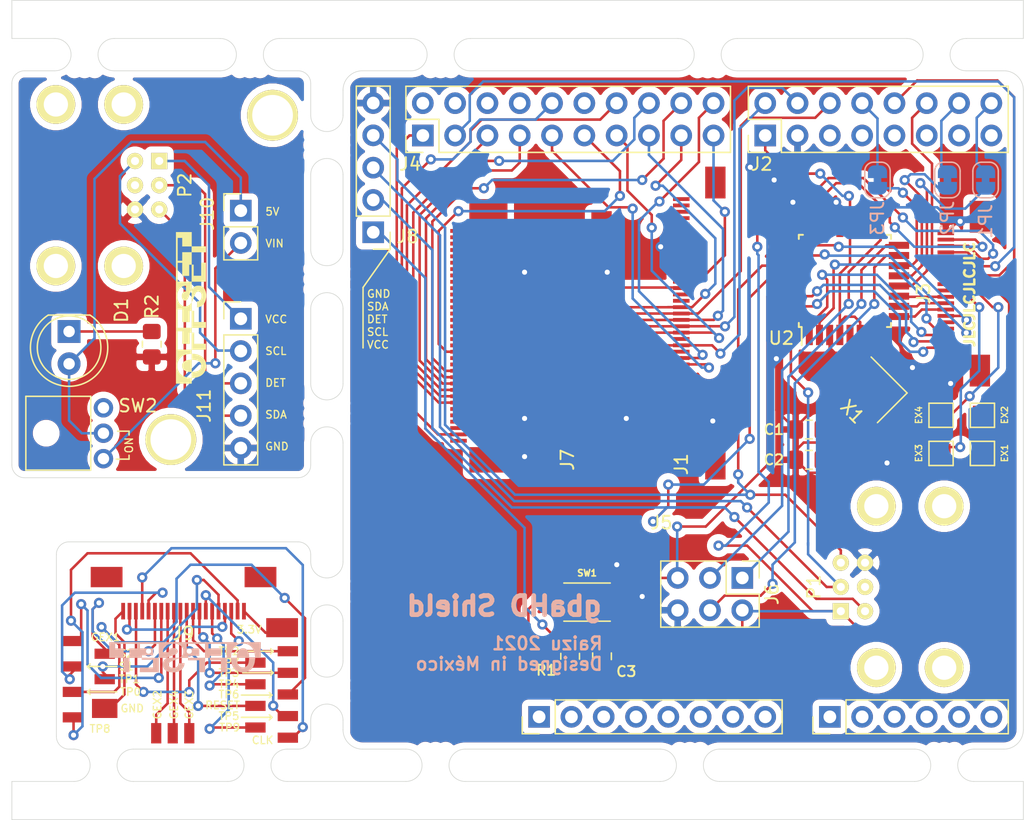
<source format=kicad_pcb>
(kicad_pcb (version 20171130) (host pcbnew "(5.1.9)-1")
  (layers (0 F.Cu signal) (31 B.Cu signal) (34 B.Paste user) (35 F.Paste user) (36 B.SilkS user) (37 F.SilkS user) (38 B.Mask user) (39 F.Mask user) (44 Edge.Cuts user))
  (net 0 "")
  (net 1 "Net-(C1-Pad2)")
  (net 2 GND)
  (net 3 "Net-(C2-Pad2)")
  (net 4 GBA_VCC)
  (net 5 "Net-(J1-Pad37)")
  (net 6 "Net-(J1-Pad40)")
  (net 7 "Net-(J1-Pad38)")
  (net 8 "Net-(J1-Pad39)")
  (net 9 "Net-(J1-Pad33)")
  (net 10 "Net-(J1-Pad36)")
  (net 11 "Net-(J1-Pad34)")
  (net 12 "Net-(J1-Pad35)")
  (net 13 GB_DCLK)
  (net 14 "Net-(J1-Pad27)")
  (net 15 "Net-(J1-Pad5)")
  (net 16 GB_G5)
  (net 17 GB_R5)
  (net 18 GB_B1)
  (net 19 GB_B2)
  (net 20 "Net-(J1-Pad24)")
  (net 21 GB_R2)
  (net 22 GB_R3)
  (net 23 "Net-(J1-Pad32)")
  (net 24 "Net-(J1-Pad25)")
  (net 25 GB_SPS)
  (net 26 GB_B3)
  (net 27 "Net-(J1-Pad29)")
  (net 28 GB_R4)
  (net 29 "Net-(J1-Pad31)")
  (net 30 GB_G4)
  (net 31 "Net-(J1-Pad1)")
  (net 32 GB_G3)
  (net 33 "Net-(J1-Pad7)")
  (net 34 GB_B5)
  (net 35 GB_R1)
  (net 36 GB_B4)
  (net 37 "Net-(J1-Pad18)")
  (net 38 "Net-(J1-Pad28)")
  (net 39 GB_G2)
  (net 40 GB_G1)
  (net 41 "Net-(J1-Pad30)")
  (net 42 "Net-(J1-Pad2)")
  (net 43 "Net-(J1-Pad4)")
  (net 44 "Net-(J1-Pad6)")
  (net 45 SP_ARD0)
  (net 46 "Net-(J2-Pad15)")
  (net 47 SP_ARD1)
  (net 48 "Net-(J2-Pad13)")
  (net 49 GBA_AUD1)
  (net 50 "Net-(J2-Pad11)")
  (net 51 GBA_AUD2)
  (net 52 "Net-(J2-Pad9)")
  (net 53 SP_ARD4)
  (net 54 "Net-(J2-Pad7)")
  (net 55 "Net-(J2-Pad5)")
  (net 56 GBA_RESET)
  (net 57 GBA_CLK)
  (net 58 GBA_SELECT)
  (net 59 GBA_R)
  (net 60 GBA_START)
  (net 61 GBA_B)
  (net 62 GBA_L)
  (net 63 GBA_RGHT)
  (net 64 GBA_A)
  (net 65 GBA_DOWN)
  (net 66 GBA_LEFT)
  (net 67 GBA_UP)
  (net 68 SP_ARD12)
  (net 69 SP_ARD14)
  (net 70 SP_ARD15)
  (net 71 SP_ARD16)
  (net 72 SP_ARD17)
  (net 73 "Net-(J5-Pad33)")
  (net 74 "Net-(J5-Pad34)")
  (net 75 "Net-(J5-Pad5)")
  (net 76 "Net-(J5-Pad6)")
  (net 77 "Net-(J5-Pad27)")
  (net 78 "Net-(J5-Pad23)")
  (net 79 "Net-(J5-Pad3)")
  (net 80 "Net-(J5-Pad1)")
  (net 81 "Net-(J5-Pad28)")
  (net 82 "Net-(J5-Pad31)")
  (net 83 "Net-(J5-Pad24)")
  (net 84 "Net-(J5-Pad32)")
  (net 85 "Net-(J5-Pad26)")
  (net 86 "Net-(J5-Pad29)")
  (net 87 "Net-(J5-Pad17)")
  (net 88 "Net-(J5-Pad4)")
  (net 89 "Net-(J5-Pad30)")
  (net 90 AT_RST)
  (net 91 ICSP_MOSI)
  (net 92 ICSP_SCK)
  (net 93 ICSP_MISO)
  (net 94 "Net-(J7-Pad26)")
  (net 95 "Net-(J7-Pad24)")
  (net 96 "Net-(J7-Pad17)")
  (net 97 "Net-(J7-Pad23)")
  (net 98 "Net-(J7-Pad32)")
  (net 99 "Net-(J7-Pad27)")
  (net 100 "Net-(J7-Pad31)")
  (net 101 "Net-(J7-Pad29)")
  (net 102 "Net-(J7-Pad28)")
  (net 103 "Net-(J7-Pad30)")
  (net 104 "Net-(J7-Pad6)")
  (net 105 "Net-(J7-Pad4)")
  (net 106 "Net-(J7-Pad1)")
  (net 107 "Net-(J7-Pad5)")
  (net 108 "Net-(J7-Pad3)")
  (net 109 JOY_SDA)
  (net 110 "Net-(P1-Pad4)")
  (net 111 JOY_DET)
  (net 112 JOY_SCL)
  (net 113 "Net-(U2-Pad22)")
  (net 114 "Net-(U2-Pad19)")
  (net 115 "Net-(JP1-Pad1)")
  (net 116 "Net-(JP2-Pad1)")
  (net 117 "Net-(JP3-Pad1)")
  (net 118 "Net-(EX1-Pad1)")
  (net 119 "Net-(EX2-Pad1)")
  (net 120 "Net-(EX3-Pad1)")
  (net 121 "Net-(EX4-Pad1)")
  (net 122 "Net-(GBA1-Pad1)")
  (net 123 "Net-(GBA2-Pad1)")
  (net 124 "Net-(GBA3-Pad1)")
  (net 125 "Net-(GBA4-Pad1)")
  (net 126 "Net-(J9-Pad19)")
  (net 127 "Net-(J9-Pad18)")
  (net 128 "Net-(J9-Pad15)")
  (net 129 "Net-(J9-Pad16)")
  (net 130 "Net-(J9-Pad9)")
  (net 131 "Net-(J9-Pad7)")
  (net 132 "Net-(J9-Pad8)")
  (net 133 "Net-(J9-Pad5)")
  (net 134 "Net-(J9-Pad6)")
  (net 135 "Net-(J9-Pad3)")
  (net 136 "Net-(J9-Pad4)")
  (net 137 "Net-(J9-Pad2)")
  (net 138 "Net-(GEX1-Pad1)")
  (net 139 "Net-(GEX2-Pad1)")
  (net 140 "Net-(GEX3-Pad1)")
  (net 141 "Net-(GEX4-Pad1)")
  (net 142 EXT_5V)
  (net 143 "Net-(D1-Pad1)")
  (net 144 EXT_VIN)
  (net 145 EXT_GND)
  (net 146 EXT_SDA)
  (net 147 EXT_DET)
  (net 148 EXT_SCL)
  (net 149 EXT_3V3)
  (net 150 "Net-(P2-Pad4)")
  (net 151 "Net-(SW2-Pad3)")
  (module Raizu_OFFSET:OFFSET_LOGO_SILK_2.6mm (layer B.Cu) (at 99.5 93.2 180)
    (fp_text reference REF**)
    (fp_text value OFFSET_LOGO_SILK_2.6mm)
  )
  (module Raizu_OFFSET:OFFSET_LOGO_SILK_2.6mm (layer F.Cu) (at 100.1 65.6 90)
    (fp_text reference REF**)
    (fp_text value OFFSET_LOGO_SILK_2.6mm)
  )
  (module Connector_PinHeader_2.54mm:PinHeader_1x08_P2.54mm_Vertical (layer F.Cu) (at 127.344 97.762 90)
    (fp_text reference EXP1 hide)
    (fp_text value PinHeader_1x08_P2.54mm_Vertical)
    (pad 8 thru_hole oval (at 0 17.78 90) (size 1.7 1.7) (drill 1) (layers *.Cu *.Mask))
    (pad 7 thru_hole oval (at 0 15.24 90) (size 1.7 1.7) (drill 1) (layers *.Cu *.Mask))
    (pad 6 thru_hole oval (at 0 12.7 90) (size 1.7 1.7) (drill 1) (layers *.Cu *.Mask))
    (pad 5 thru_hole oval (at 0 10.16 90) (size 1.7 1.7) (drill 1) (layers *.Cu *.Mask))
    (pad 4 thru_hole oval (at 0 7.62 90) (size 1.7 1.7) (drill 1) (layers *.Cu *.Mask))
    (pad 3 thru_hole oval (at 0 5.08 90) (size 1.7 1.7) (drill 1) (layers *.Cu *.Mask))
    (pad 2 thru_hole oval (at 0 2.54 90) (size 1.7 1.7) (drill 1) (layers *.Cu *.Mask))
    (pad 1 thru_hole rect (at 0 0 90) (size 1.7 1.7) (drill 1) (layers *.Cu *.Mask))
  )
  (module Panelization:mouse-bite-2.54mm-slot (layer F.Cu) (at 140.6 45.7 180)
    (fp_text reference mousebite hide)
    (fp_text value VAL** hide)
    (pad "" np_thru_hole circle (at 0.8 1.1 180) (size 0.5 0.5) (drill 0.5) (layers *.Cu *.Mask))
    (pad "" np_thru_hole circle (at -0.8 1.1 180) (size 0.5 0.5) (drill 0.5) (layers *.Cu *.Mask))
    (pad "" np_thru_hole circle (at -0.8 -1.1 180) (size 0.5 0.5) (drill 0.5) (layers *.Cu *.Mask))
    (pad "" np_thru_hole circle (at 0.8 -1.1 180) (size 0.5 0.5) (drill 0.5) (layers *.Cu *.Mask))
    (pad "" np_thru_hole circle (at 0 1.1 180) (size 0.5 0.5) (drill 0.5) (layers *.Cu *.Mask))
    (pad "" np_thru_hole circle (at 0 -1.1 180) (size 0.5 0.5) (drill 0.5) (layers *.Cu *.Mask))
  )
  (module Panelization:mouse-bite-2.54mm-slot (layer F.Cu) (at 158.6 45.7 180)
    (fp_text reference mousebite hide)
    (fp_text value VAL** hide)
    (pad "" np_thru_hole circle (at 0.8 1.1 180) (size 0.5 0.5) (drill 0.5) (layers *.Cu *.Mask))
    (pad "" np_thru_hole circle (at -0.8 1.1 180) (size 0.5 0.5) (drill 0.5) (layers *.Cu *.Mask))
    (pad "" np_thru_hole circle (at -0.8 -1.1 180) (size 0.5 0.5) (drill 0.5) (layers *.Cu *.Mask))
    (pad "" np_thru_hole circle (at 0.8 -1.1 180) (size 0.5 0.5) (drill 0.5) (layers *.Cu *.Mask))
    (pad "" np_thru_hole circle (at 0 1.1 180) (size 0.5 0.5) (drill 0.5) (layers *.Cu *.Mask))
    (pad "" np_thru_hole circle (at 0 -1.1 180) (size 0.5 0.5) (drill 0.5) (layers *.Cu *.Mask))
  )
  (module Panelization:mouse-bite-2.54mm-slot (layer F.Cu) (at 119.6 45.7 180)
    (fp_text reference mousebite hide)
    (fp_text value VAL** hide)
    (pad "" np_thru_hole circle (at 0.8 1.1 180) (size 0.5 0.5) (drill 0.5) (layers *.Cu *.Mask))
    (pad "" np_thru_hole circle (at -0.8 1.1 180) (size 0.5 0.5) (drill 0.5) (layers *.Cu *.Mask))
    (pad "" np_thru_hole circle (at -0.8 -1.1 180) (size 0.5 0.5) (drill 0.5) (layers *.Cu *.Mask))
    (pad "" np_thru_hole circle (at 0.8 -1.1 180) (size 0.5 0.5) (drill 0.5) (layers *.Cu *.Mask))
    (pad "" np_thru_hole circle (at 0 1.1 180) (size 0.5 0.5) (drill 0.5) (layers *.Cu *.Mask))
    (pad "" np_thru_hole circle (at 0 -1.1 180) (size 0.5 0.5) (drill 0.5) (layers *.Cu *.Mask))
  )
  (module Panelization:mouse-bite-2.54mm-slot (layer F.Cu) (at 104.6 45.7 180)
    (fp_text reference mousebite hide)
    (fp_text value VAL** hide)
    (pad "" np_thru_hole circle (at 0.8 1.1 180) (size 0.5 0.5) (drill 0.5) (layers *.Cu *.Mask))
    (pad "" np_thru_hole circle (at -0.8 1.1 180) (size 0.5 0.5) (drill 0.5) (layers *.Cu *.Mask))
    (pad "" np_thru_hole circle (at -0.8 -1.1 180) (size 0.5 0.5) (drill 0.5) (layers *.Cu *.Mask))
    (pad "" np_thru_hole circle (at 0.8 -1.1 180) (size 0.5 0.5) (drill 0.5) (layers *.Cu *.Mask))
    (pad "" np_thru_hole circle (at 0 1.1 180) (size 0.5 0.5) (drill 0.5) (layers *.Cu *.Mask))
    (pad "" np_thru_hole circle (at 0 -1.1 180) (size 0.5 0.5) (drill 0.5) (layers *.Cu *.Mask))
  )
  (module Panelization:mouse-bite-2.54mm-slot (layer F.Cu) (at 91.6 45.7 180)
    (fp_text reference mousebite hide)
    (fp_text value VAL** hide)
    (pad "" np_thru_hole circle (at 0 -1.1 180) (size 0.5 0.5) (drill 0.5) (layers *.Cu *.Mask))
    (pad "" np_thru_hole circle (at 0 1.1 180) (size 0.5 0.5) (drill 0.5) (layers *.Cu *.Mask))
    (pad "" np_thru_hole circle (at 0.8 -1.1 180) (size 0.5 0.5) (drill 0.5) (layers *.Cu *.Mask))
    (pad "" np_thru_hole circle (at -0.8 -1.1 180) (size 0.5 0.5) (drill 0.5) (layers *.Cu *.Mask))
    (pad "" np_thru_hole circle (at -0.8 1.1 180) (size 0.5 0.5) (drill 0.5) (layers *.Cu *.Mask))
    (pad "" np_thru_hole circle (at 0.8 1.1 180) (size 0.5 0.5) (drill 0.5) (layers *.Cu *.Mask))
  )
  (module Panelization:mouse-bite-2.54mm-slot (layer F.Cu) (at 139.2 101.578 180)
    (fp_text reference mousebite hide)
    (fp_text value VAL** hide)
    (pad "" np_thru_hole circle (at 0.8 1.1 180) (size 0.5 0.5) (drill 0.5) (layers *.Cu *.Mask))
    (pad "" np_thru_hole circle (at -0.8 1.1 180) (size 0.5 0.5) (drill 0.5) (layers *.Cu *.Mask))
    (pad "" np_thru_hole circle (at -0.8 -1.1 180) (size 0.5 0.5) (drill 0.5) (layers *.Cu *.Mask))
    (pad "" np_thru_hole circle (at 0.8 -1.1 180) (size 0.5 0.5) (drill 0.5) (layers *.Cu *.Mask))
    (pad "" np_thru_hole circle (at 0 1.1 180) (size 0.5 0.5) (drill 0.5) (layers *.Cu *.Mask))
    (pad "" np_thru_hole circle (at 0 -1.1 180) (size 0.5 0.5) (drill 0.5) (layers *.Cu *.Mask))
  )
  (module Panelization:mouse-bite-2.54mm-slot (layer F.Cu) (at 159.2 101.578 180)
    (fp_text reference mousebite hide)
    (fp_text value VAL** hide)
    (pad "" np_thru_hole circle (at 0.8 1.1 180) (size 0.5 0.5) (drill 0.5) (layers *.Cu *.Mask))
    (pad "" np_thru_hole circle (at -0.8 1.1 180) (size 0.5 0.5) (drill 0.5) (layers *.Cu *.Mask))
    (pad "" np_thru_hole circle (at -0.8 -1.1 180) (size 0.5 0.5) (drill 0.5) (layers *.Cu *.Mask))
    (pad "" np_thru_hole circle (at 0.8 -1.1 180) (size 0.5 0.5) (drill 0.5) (layers *.Cu *.Mask))
    (pad "" np_thru_hole circle (at 0 1.1 180) (size 0.5 0.5) (drill 0.5) (layers *.Cu *.Mask))
    (pad "" np_thru_hole circle (at 0 -1.1 180) (size 0.5 0.5) (drill 0.5) (layers *.Cu *.Mask))
  )
  (module Panelization:mouse-bite-2.54mm-slot (layer F.Cu) (at 119.2 101.578 180)
    (fp_text reference mousebite hide)
    (fp_text value VAL** hide)
    (pad "" np_thru_hole circle (at 0.8 1.1 180) (size 0.5 0.5) (drill 0.5) (layers *.Cu *.Mask))
    (pad "" np_thru_hole circle (at -0.8 1.1 180) (size 0.5 0.5) (drill 0.5) (layers *.Cu *.Mask))
    (pad "" np_thru_hole circle (at -0.8 -1.1 180) (size 0.5 0.5) (drill 0.5) (layers *.Cu *.Mask))
    (pad "" np_thru_hole circle (at 0.8 -1.1 180) (size 0.5 0.5) (drill 0.5) (layers *.Cu *.Mask))
    (pad "" np_thru_hole circle (at 0 1.1 180) (size 0.5 0.5) (drill 0.5) (layers *.Cu *.Mask))
    (pad "" np_thru_hole circle (at 0 -1.1 180) (size 0.5 0.5) (drill 0.5) (layers *.Cu *.Mask))
  )
  (module Panelization:mouse-bite-2.54mm-slot (layer F.Cu) (at 105.2 101.578 180)
    (fp_text reference mousebite hide)
    (fp_text value VAL** hide)
    (pad "" np_thru_hole circle (at 0 -1.1 180) (size 0.5 0.5) (drill 0.5) (layers *.Cu *.Mask))
    (pad "" np_thru_hole circle (at 0 1.1 180) (size 0.5 0.5) (drill 0.5) (layers *.Cu *.Mask))
    (pad "" np_thru_hole circle (at 0.8 -1.1 180) (size 0.5 0.5) (drill 0.5) (layers *.Cu *.Mask))
    (pad "" np_thru_hole circle (at -0.8 -1.1 180) (size 0.5 0.5) (drill 0.5) (layers *.Cu *.Mask))
    (pad "" np_thru_hole circle (at -0.8 1.1 180) (size 0.5 0.5) (drill 0.5) (layers *.Cu *.Mask))
    (pad "" np_thru_hole circle (at 0.8 1.1 180) (size 0.5 0.5) (drill 0.5) (layers *.Cu *.Mask))
  )
  (module Panelization:mouse-bite-2.54mm-slot (layer F.Cu) (at 93.1 101.578 180)
    (fp_text reference mousebite hide)
    (fp_text value VAL** hide)
    (pad "" np_thru_hole circle (at 0.8 1.1 180) (size 0.5 0.5) (drill 0.5) (layers *.Cu *.Mask))
    (pad "" np_thru_hole circle (at -0.8 1.1 180) (size 0.5 0.5) (drill 0.5) (layers *.Cu *.Mask))
    (pad "" np_thru_hole circle (at -0.8 -1.1 180) (size 0.5 0.5) (drill 0.5) (layers *.Cu *.Mask))
    (pad "" np_thru_hole circle (at 0.8 -1.1 180) (size 0.5 0.5) (drill 0.5) (layers *.Cu *.Mask))
    (pad "" np_thru_hole circle (at 0 1.1 180) (size 0.5 0.5) (drill 0.5) (layers *.Cu *.Mask))
    (pad "" np_thru_hole circle (at 0 -1.1 180) (size 0.5 0.5) (drill 0.5) (layers *.Cu *.Mask))
  )
  (module Panelization:mouse-bite-2.54mm-slot (layer F.Cu) (at 110.65 95.7 90)
    (fp_text reference mousebite hide)
    (fp_text value VAL** hide)
    (pad "" np_thru_hole circle (at 0 -1.1 90) (size 0.5 0.5) (drill 0.5) (layers *.Cu *.Mask))
    (pad "" np_thru_hole circle (at 0 1.1 90) (size 0.5 0.5) (drill 0.5) (layers *.Cu *.Mask))
    (pad "" np_thru_hole circle (at 0.8 -1.1 90) (size 0.5 0.5) (drill 0.5) (layers *.Cu *.Mask))
    (pad "" np_thru_hole circle (at -0.8 -1.1 90) (size 0.5 0.5) (drill 0.5) (layers *.Cu *.Mask))
    (pad "" np_thru_hole circle (at -0.8 1.1 90) (size 0.5 0.5) (drill 0.5) (layers *.Cu *.Mask))
    (pad "" np_thru_hole circle (at 0.8 1.1 90) (size 0.5 0.5) (drill 0.5) (layers *.Cu *.Mask))
  )
  (module Panelization:mouse-bite-2.54mm-slot (layer F.Cu) (at 110.65 87.9 90)
    (fp_text reference mousebite hide)
    (fp_text value VAL** hide)
    (pad "" np_thru_hole circle (at 0.8 1.1 90) (size 0.5 0.5) (drill 0.5) (layers *.Cu *.Mask))
    (pad "" np_thru_hole circle (at -0.8 1.1 90) (size 0.5 0.5) (drill 0.5) (layers *.Cu *.Mask))
    (pad "" np_thru_hole circle (at -0.8 -1.1 90) (size 0.5 0.5) (drill 0.5) (layers *.Cu *.Mask))
    (pad "" np_thru_hole circle (at 0.8 -1.1 90) (size 0.5 0.5) (drill 0.5) (layers *.Cu *.Mask))
    (pad "" np_thru_hole circle (at 0 1.1 90) (size 0.5 0.5) (drill 0.5) (layers *.Cu *.Mask))
    (pad "" np_thru_hole circle (at 0 -1.1 90) (size 0.5 0.5) (drill 0.5) (layers *.Cu *.Mask))
  )
  (module Panelization:mouse-bite-2.54mm-slot (layer F.Cu) (at 110.65 52.8 90)
    (fp_text reference mousebite hide)
    (fp_text value VAL** hide)
    (pad "" np_thru_hole circle (at 0 -1.1 90) (size 0.5 0.5) (drill 0.5) (layers *.Cu *.Mask))
    (pad "" np_thru_hole circle (at 0 1.1 90) (size 0.5 0.5) (drill 0.5) (layers *.Cu *.Mask))
    (pad "" np_thru_hole circle (at 0.8 -1.1 90) (size 0.5 0.5) (drill 0.5) (layers *.Cu *.Mask))
    (pad "" np_thru_hole circle (at -0.8 -1.1 90) (size 0.5 0.5) (drill 0.5) (layers *.Cu *.Mask))
    (pad "" np_thru_hole circle (at -0.8 1.1 90) (size 0.5 0.5) (drill 0.5) (layers *.Cu *.Mask))
    (pad "" np_thru_hole circle (at 0.8 1.1 90) (size 0.5 0.5) (drill 0.5) (layers *.Cu *.Mask))
  )
  (module Panelization:mouse-bite-2.54mm-slot (layer F.Cu) (at 110.65 63.35 90)
    (fp_text reference mousebite hide)
    (fp_text value VAL** hide)
    (pad "" np_thru_hole circle (at 0.8 1.1 90) (size 0.5 0.5) (drill 0.5) (layers *.Cu *.Mask))
    (pad "" np_thru_hole circle (at -0.8 1.1 90) (size 0.5 0.5) (drill 0.5) (layers *.Cu *.Mask))
    (pad "" np_thru_hole circle (at -0.8 -1.1 90) (size 0.5 0.5) (drill 0.5) (layers *.Cu *.Mask))
    (pad "" np_thru_hole circle (at 0.8 -1.1 90) (size 0.5 0.5) (drill 0.5) (layers *.Cu *.Mask))
    (pad "" np_thru_hole circle (at 0 1.1 90) (size 0.5 0.5) (drill 0.5) (layers *.Cu *.Mask))
    (pad "" np_thru_hole circle (at 0 -1.1 90) (size 0.5 0.5) (drill 0.5) (layers *.Cu *.Mask))
  )
  (module Panelization:mouse-bite-2.54mm-slot (layer F.Cu) (at 110.65 73.9 90)
    (fp_text reference mousebite hide)
    (fp_text value VAL** hide)
    (pad "" np_thru_hole circle (at 0 -1.1 90) (size 0.5 0.5) (drill 0.5) (layers *.Cu *.Mask))
    (pad "" np_thru_hole circle (at 0 1.1 90) (size 0.5 0.5) (drill 0.5) (layers *.Cu *.Mask))
    (pad "" np_thru_hole circle (at 0.8 -1.1 90) (size 0.5 0.5) (drill 0.5) (layers *.Cu *.Mask))
    (pad "" np_thru_hole circle (at -0.8 -1.1 90) (size 0.5 0.5) (drill 0.5) (layers *.Cu *.Mask))
    (pad "" np_thru_hole circle (at -0.8 1.1 90) (size 0.5 0.5) (drill 0.5) (layers *.Cu *.Mask))
    (pad "" np_thru_hole circle (at 0.8 1.1 90) (size 0.5 0.5) (drill 0.5) (layers *.Cu *.Mask))
  )
  (module Raizu_OFFSET:CONN_WII (layer F.Cu) (at 91.886002 55.962 90)
    (fp_text reference P2 (at 0 7.6 90) (layer F.SilkS))
    (fp_text value CONN_WII)
    (pad "" thru_hole circle (at -6.35 2.794 90) (size 3.048 3.048) (drill 1.905) (layers *.Cu *.Mask F.SilkS))
    (pad "" thru_hole circle (at 6.35 -2.54 90) (size 3.048 3.048) (drill 1.905) (layers *.Cu *.Mask F.SilkS))
    (pad "" thru_hole circle (at -6.35 -2.54 90) (size 3.048 3.048) (drill 1.905) (layers *.Cu *.Mask F.SilkS))
    (pad "" thru_hole circle (at 6.35 2.794 90) (size 3.048 3.048) (drill 1.905) (layers *.Cu *.Mask F.SilkS))
    (pad 6 thru_hole circle (at -1.905 3.683 90) (size 1.27 1.27) (drill 0.635) (layers *.Cu *.Mask F.SilkS) (net 145 EXT_GND))
    (pad 5 thru_hole circle (at -1.905 5.588 90) (size 1.27 1.27) (drill 0.635) (layers *.Cu *.Mask F.SilkS) (net 146 EXT_SDA))
    (pad 4 thru_hole circle (at 0 3.683 90) (size 1.27 1.27) (drill 0.635) (layers *.Cu *.Mask F.SilkS) (net 150 "Net-(P2-Pad4)"))
    (pad 3 thru_hole circle (at 0 5.588 90) (size 1.27 1.27) (drill 0.635) (layers *.Cu *.Mask F.SilkS) (net 147 EXT_DET))
    (pad 2 thru_hole circle (at 1.905 3.683 90) (size 1.27 1.27) (drill 0.635) (layers *.Cu *.Mask F.SilkS) (net 148 EXT_SCL))
    (pad 1 thru_hole rect (at 1.905 5.588 90) (size 1.27 1.27) (drill 0.635) (layers *.Cu *.Mask F.SilkS) (net 149 EXT_3V3))
  )
  (module Raizu_OFFSET:CONN_WII (layer F.Cu) (at 156.655 87.55 270)
    (fp_text reference P1 (at 0 7.7 270) (layer F.SilkS))
    (fp_text value CONN_WII)
    (pad "" thru_hole circle (at -6.35 2.794 270) (size 3.048 3.048) (drill 1.905) (layers *.Cu *.Mask F.SilkS))
    (pad "" thru_hole circle (at 6.35 -2.54 270) (size 3.048 3.048) (drill 1.905) (layers *.Cu *.Mask F.SilkS))
    (pad "" thru_hole circle (at -6.35 -2.54 270) (size 3.048 3.048) (drill 1.905) (layers *.Cu *.Mask F.SilkS))
    (pad "" thru_hole circle (at 6.35 2.794 270) (size 3.048 3.048) (drill 1.905) (layers *.Cu *.Mask F.SilkS))
    (pad 6 thru_hole circle (at -1.905 3.683 270) (size 1.27 1.27) (drill 0.635) (layers *.Cu *.Mask F.SilkS) (net 2 GND))
    (pad 5 thru_hole circle (at -1.905 5.588 270) (size 1.27 1.27) (drill 0.635) (layers *.Cu *.Mask F.SilkS) (net 109 JOY_SDA))
    (pad 4 thru_hole circle (at 0 3.683 270) (size 1.27 1.27) (drill 0.635) (layers *.Cu *.Mask F.SilkS) (net 110 "Net-(P1-Pad4)"))
    (pad 3 thru_hole circle (at 0 5.588 270) (size 1.27 1.27) (drill 0.635) (layers *.Cu *.Mask F.SilkS) (net 111 JOY_DET))
    (pad 2 thru_hole circle (at 1.905 3.683 270) (size 1.27 1.27) (drill 0.635) (layers *.Cu *.Mask F.SilkS) (net 112 JOY_SCL))
    (pad 1 thru_hole rect (at 1.905 5.588 270) (size 1.27 1.27) (drill 0.635) (layers *.Cu *.Mask F.SilkS) (net 4 GBA_VCC))
  )
  (module Connector_PinHeader_2.54mm:PinHeader_1x02_P2.54mm_Vertical (layer F.Cu) (at 103.886002 57.962)
    (fp_text reference J10 (at -2.636002 0.238 270) (layer F.SilkS))
    (fp_text value Conn_01x02)
    (pad 2 thru_hole oval (at 0 2.54) (size 1.7 1.7) (drill 1) (layers *.Cu *.Mask) (net 144 EXT_VIN))
    (pad 1 thru_hole rect (at 0 0) (size 1.7 1.7) (drill 1) (layers *.Cu *.Mask) (net 142 EXT_5V))
  )
  (module Connector_PinHeader_2.54mm:PinHeader_1x05_P2.54mm_Vertical (layer F.Cu) (at 103.886002 66.462)
    (fp_text reference J11 (at -2.886002 6.838 90) (layer F.SilkS))
    (fp_text value Conn_01x05)
    (pad 5 thru_hole oval (at 0 10.16) (size 1.7 1.7) (drill 1) (layers *.Cu *.Mask) (net 145 EXT_GND))
    (pad 4 thru_hole oval (at 0 7.62) (size 1.7 1.7) (drill 1) (layers *.Cu *.Mask) (net 146 EXT_SDA))
    (pad 3 thru_hole oval (at 0 5.08) (size 1.7 1.7) (drill 1) (layers *.Cu *.Mask) (net 147 EXT_DET))
    (pad 2 thru_hole oval (at 0 2.54) (size 1.7 1.7) (drill 1) (layers *.Cu *.Mask) (net 148 EXT_SCL))
    (pad 1 thru_hole rect (at 0 0) (size 1.7 1.7) (drill 1) (layers *.Cu *.Mask) (net 149 EXT_3V3))
  )
  (module keyboard_parts:HOLE_M3 (layer F.Cu) (at 98.386002 75.962 180)
    (fp_text reference HOLEM3 hide)
    (fp_text value VAL** hide)
    (pad 1 thru_hole circle (at 0 0 180) (size 4 4) (drill 3.2) (layers *.Cu *.Mask F.SilkS))
  )
  (module keyboard_parts:HOLE_M3 (layer F.Cu) (at 106.386002 50.462 180)
    (fp_text reference HOLEM3 hide)
    (fp_text value VAL** hide)
    (pad 1 thru_hole circle (at 0 0 180) (size 4 4) (drill 3.2) (layers *.Cu *.Mask F.SilkS))
  )
  (module Raizu_OFFSET:XKB_XKB5858-Z-C (layer F.Cu) (at 90.886002 75.462 90)
    (fp_text reference SW2 (at 2.162 4.913998 180) (layer F.SilkS))
    (fp_text value Switch-DPDT)
    (pad "" np_thru_hole circle (at 0 -2.3 90) (size 1.1 1.1) (drill 1.1) (layers *.Cu *.Mask))
    (pad 1 thru_hole circle (at -2 2.2 90) (size 1.524 1.524) (drill 0.9) (layers *.Cu *.Mask) (net 144 EXT_VIN))
    (pad 3 thru_hole circle (at 2 2.2 90) (size 1.524 1.524) (drill 0.9) (layers *.Cu *.Mask) (net 151 "Net-(SW2-Pad3)"))
    (pad 2 thru_hole circle (at 0 2.2 90) (size 1.524 1.524) (drill 0.9) (layers *.Cu *.Mask) (net 142 EXT_5V))
  )
  (module Resistor_SMD:R_0805_2012Metric_Pad1.20x1.40mm_HandSolder (layer F.Cu) (at 96.886002 68.462 270)
    (fp_text reference R2 (at -2.962 -0.013998 90) (layer F.SilkS))
    (fp_text value 120)
    (pad 2 smd roundrect (at 1 0 270) (size 1.2 1.4) (layers F.Cu F.Paste F.Mask) (roundrect_rratio 0.208333) (net 145 EXT_GND))
    (pad 1 smd roundrect (at -1 0 270) (size 1.2 1.4) (layers F.Cu F.Paste F.Mask) (roundrect_rratio 0.208333) (net 143 "Net-(D1-Pad1)"))
  )
  (module LED_THT:LED_D5.0mm_FlatTop (layer F.Cu) (at 90.386002 67.462 270)
    (fp_text reference D1 (at -1.662 -4.113998 90) (layer F.SilkS))
    (fp_text value LED)
    (pad 2 thru_hole circle (at 2.54 0 270) (size 1.8 1.8) (drill 0.9) (layers *.Cu *.Mask) (net 142 EXT_5V))
    (pad 1 thru_hole rect (at 0 0 270) (size 1.8 1.8) (drill 0.9) (layers *.Cu *.Mask) (net 143 "Net-(D1-Pad1)"))
  )
  (module Raizu_OFFSET:SOLDER_PAD (layer F.Cu) (at 104.886002 98.602 90)
    (fp_text reference TP9 (at 0 -1) (layer F.SilkS) (effects (font (size 0.6 0.6) (thickness 0.1)) (justify right)))
    (fp_text value GBA_L)
    (pad 1 smd rect (at 0 -0.25 90) (size 0.8 1.6) (drill (offset 0 0.4)) (layers F.Cu F.Paste F.Mask) (net 135 "Net-(J9-Pad3)"))
  )
  (module Raizu_OFFSET:SOLDER_PAD (layer F.Cu) (at 90.836002 97.802 270)
    (fp_text reference TP8 (at 0.9 -1.1) (layer F.SilkS) (effects (font (size 0.6 0.6) (thickness 0.1)) (justify left)))
    (fp_text value GBA_R)
    (pad 1 smd rect (at 0 -0.25 270) (size 0.8 1.6) (drill (offset 0 0.4)) (layers F.Cu F.Paste F.Mask) (net 137 "Net-(J9-Pad2)"))
  )
  (module Raizu_OFFSET:SOLDER_PAD (layer F.Cu) (at 104.886002 93.502 90)
    (fp_text reference TP7 (at 0 -1.05) (layer F.SilkS) (effects (font (size 0.6 0.6) (thickness 0.1)) (justify right)))
    (fp_text value GBA_DD)
    (pad 1 smd rect (at 0 -0.25 90) (size 0.8 1.6) (drill (offset 0 0.4)) (layers F.Cu F.Paste F.Mask) (net 127 "Net-(J9-Pad18)"))
  )
  (module Raizu_OFFSET:SOLDER_PAD (layer F.Cu) (at 107.436002 96.002 90)
    (fp_text reference TP6 (at 0 -3.6) (layer F.SilkS) (effects (font (size 0.6 0.6) (thickness 0.1)) (justify right)))
    (fp_text value GBA_DU)
    (pad 1 smd rect (at 0 -0.25 90) (size 0.8 1.6) (drill (offset 0 0.4)) (layers F.Cu F.Paste F.Mask) (net 126 "Net-(J9-Pad19)"))
  )
  (module Raizu_OFFSET:SOLDER_PAD (layer F.Cu) (at 107.436002 97.702 90)
    (fp_text reference TP5 (at 0 -3.6) (layer F.SilkS) (effects (font (size 0.6 0.6) (thickness 0.1)) (justify right)))
    (fp_text value GBA_DL)
    (pad 1 smd rect (at 0 -0.25 90) (size 0.8 1.6) (drill (offset 0 0.4)) (layers F.Cu F.Paste F.Mask) (net 131 "Net-(J9-Pad7)"))
  )
  (module Raizu_OFFSET:SOLDER_PAD (layer F.Cu) (at 104.886002 95.202 90)
    (fp_text reference TP4 (at 0 -1.05) (layer F.SilkS) (effects (font (size 0.6 0.6) (thickness 0.1)) (justify right)))
    (fp_text value GBA_DR)
    (pad 1 smd rect (at 0 -0.25 90) (size 0.8 1.6) (drill (offset 0 0.4)) (layers F.Cu F.Paste F.Mask) (net 134 "Net-(J9-Pad6)"))
  )
  (module Raizu_OFFSET:SOLDER_PAD (layer F.Cu) (at 107.436002 94.302 90)
    (fp_text reference TP3 (at 0 -3.6) (layer F.SilkS) (effects (font (size 0.6 0.6) (thickness 0.1)) (justify right)))
    (fp_text value GBA_STR)
    (pad 1 smd rect (at 0 -0.25 90) (size 0.8 1.6) (drill (offset 0 0.4)) (layers F.Cu F.Paste F.Mask) (net 132 "Net-(J9-Pad8)"))
  )
  (module Raizu_OFFSET:SOLDER_PAD (layer F.Cu) (at 107.436002 92.602 90)
    (fp_text reference TP2 (at 0 -3.6) (layer F.SilkS) (effects (font (size 0.6 0.6) (thickness 0.1)) (justify right)))
    (fp_text value GBA_SEL)
    (pad 1 smd rect (at 0 -0.25 90) (size 0.8 1.6) (drill (offset 0 0.4)) (layers F.Cu F.Paste F.Mask) (net 130 "Net-(J9-Pad9)"))
  )
  (module Raizu_OFFSET:SOLDER_PAD (layer F.Cu) (at 93.336002 94.802 270)
    (fp_text reference TP1 (at 0 -0.9) (layer F.SilkS) (effects (font (size 0.6 0.6) (thickness 0.1)) (justify left)))
    (fp_text value GBA_B)
    (pad 1 smd rect (at 0 -0.25 270) (size 0.8 1.6) (drill (offset 0 0.4)) (layers F.Cu F.Paste F.Mask) (net 136 "Net-(J9-Pad4)"))
  )
  (module Raizu_OFFSET:SOLDER_PAD (layer F.Cu) (at 90.836002 95.802 270)
    (fp_text reference TP0 (at 0 -3.5) (layer F.SilkS) (effects (font (size 0.6 0.6) (thickness 0.1)) (justify left)))
    (fp_text value GBA_A)
    (pad 1 smd rect (at 0 -0.25 270) (size 0.8 1.6) (drill (offset 0 0.4)) (layers F.Cu F.Paste F.Mask) (net 133 "Net-(J9-Pad5)"))
  )
  (module Raizu_OFFSET:SOLDER_PAD (layer F.Cu) (at 93.336002 92.802 270)
    (fp_text reference S2 (at 0 -0.9) (layer F.SilkS) (effects (font (size 0.6 0.6) (thickness 0.1)) (justify left)))
    (fp_text value GBA_S02)
    (pad 1 smd rect (at 0 -0.25 270) (size 0.8 1.6) (drill (offset 0 0.4)) (layers F.Cu F.Paste F.Mask) (net 128 "Net-(J9-Pad15)"))
  )
  (module Raizu_OFFSET:SOLDER_PAD (layer F.Cu) (at 90.836002 93.802 270)
    (fp_text reference S1 (at 0 -3.4) (layer F.SilkS) (effects (font (size 0.6 0.6) (thickness 0.1)) (justify left)))
    (fp_text value GBA_S01)
    (pad 1 smd rect (at 0 -0.25 270) (size 0.8 1.6) (drill (offset 0 0.4)) (layers F.Cu F.Paste F.Mask) (net 129 "Net-(J9-Pad16)"))
  )
  (module Raizu_OFFSET:SOLDER_PAD (layer F.Cu) (at 98.536002 99.202 180)
    (fp_text reference GEX4 (at -0.1 3.6 90) (layer F.SilkS) (effects (font (size 0.6 0.6) (thickness 0.1)) (justify right)))
    (fp_text value GBA_EX4)
    (pad 1 smd rect (at 0 -0.25 180) (size 0.8 1.6) (drill (offset 0 0.4)) (layers F.Cu F.Paste F.Mask) (net 141 "Net-(GEX4-Pad1)"))
  )
  (module Raizu_OFFSET:SOLDER_PAD (layer F.Cu) (at 99.836002 99.202 180)
    (fp_text reference GEX3 (at 0 3.6 90) (layer F.SilkS) (effects (font (size 0.6 0.6) (thickness 0.1)) (justify right)))
    (fp_text value GBA_EX3)
    (pad 1 smd rect (at 0 -0.25 180) (size 0.8 1.6) (drill (offset 0 0.4)) (layers F.Cu F.Paste F.Mask) (net 140 "Net-(GEX3-Pad1)"))
  )
  (module Raizu_OFFSET:SOLDER_PAD (layer F.Cu) (at 97.236002 99.202 180)
    (fp_text reference GEX2 (at -0.1 3.6 90) (layer F.SilkS) (effects (font (size 0.6 0.6) (thickness 0.1)) (justify right)))
    (fp_text value GBA_EX2)
    (pad 1 smd rect (at 0 -0.25 180) (size 0.8 1.6) (drill (offset 0 0.4)) (layers F.Cu F.Paste F.Mask) (net 139 "Net-(GEX2-Pad1)"))
  )
  (module Raizu_OFFSET:SOLDER_PAD (layer F.Cu) (at 90.836002 91.802 270)
    (fp_text reference GEX1 (at -0.3 -1.2 180) (layer F.SilkS) (effects (font (size 0.6 0.6) (thickness 0.1)) (justify left)))
    (fp_text value GBA_EX1)
    (pad 1 smd rect (at 0 -0.25 270) (size 0.8 1.6) (drill (offset 0 0.4)) (layers F.Cu F.Paste F.Mask) (net 138 "Net-(GEX1-Pad1)"))
  )
  (module Raizu_OFFSET:SOLDER_PAD (layer F.Cu) (at 93.336002 97.102 270)
    (fp_text reference GBA4 hide)
    (fp_text value GBA_GND)
    (pad 1 smd rect (at 0 -0.25 270) (size 1.5 2) (drill (offset 0 0.4)) (layers F.Cu F.Paste F.Mask) (net 125 "Net-(GBA4-Pad1)"))
  )
  (module Raizu_OFFSET:SOLDER_PAD (layer F.Cu) (at 107.736002 99.402 270)
    (fp_text reference GBA3 hide)
    (fp_text value GBA_CLK)
    (pad 1 smd rect (at 0 -0.25 270) (size 0.8 1.6) (drill (offset 0 0.4)) (layers F.Cu F.Paste F.Mask) (net 124 "Net-(GBA3-Pad1)"))
  )
  (module Raizu_OFFSET:SOLDER_PAD (layer F.Cu) (at 104.886002 96.902 90)
    (fp_text reference GBA2)
    (fp_text value GBA_RESET)
    (pad 1 smd rect (at 0 -0.25 90) (size 0.8 1.6) (drill (offset 0 0.4)) (layers F.Cu F.Paste F.Mask) (net 123 "Net-(GBA2-Pad1)"))
  )
  (module Raizu_OFFSET:SOLDER_PAD (layer F.Cu) (at 107.136002 90.902 180)
    (fp_text reference GBA1 hide)
    (fp_text value GBA_VCC)
    (pad 1 smd rect (at 0 -0.25 180) (size 2.5 1.5) (drill (offset 0 0.4)) (layers F.Cu F.Paste F.Mask) (net 122 "Net-(GBA1-Pad1)"))
  )
  (module Raizu:JUSHUO_AFC01-S20FCC-00 (layer F.Cu) (at 99.386002 89.452 180)
    (fp_text reference J9 (at 0 -1.75) (layer F.SilkS))
    (fp_text value Conn_01x20)
    (pad 1 smd rect (at -4.75 0 180) (size 0.3 1.3) (layers F.Cu F.Paste F.Mask) (net 122 "Net-(GBA1-Pad1)"))
    (pad 2 smd rect (at -4.25 0 180) (size 0.3 1.3) (layers F.Cu F.Paste F.Mask) (net 137 "Net-(J9-Pad2)"))
    (pad 4 smd rect (at -3.25 0 180) (size 0.3 1.3) (layers F.Cu F.Paste F.Mask) (net 136 "Net-(J9-Pad4)"))
    (pad 3 smd rect (at -3.75 0 180) (size 0.3 1.3) (layers F.Cu F.Paste F.Mask) (net 135 "Net-(J9-Pad3)"))
    (pad 6 smd rect (at -2.25 0 180) (size 0.3 1.3) (layers F.Cu F.Paste F.Mask) (net 134 "Net-(J9-Pad6)"))
    (pad 5 smd rect (at -2.75 0 180) (size 0.3 1.3) (layers F.Cu F.Paste F.Mask) (net 133 "Net-(J9-Pad5)"))
    (pad 8 smd rect (at -1.25 0 180) (size 0.3 1.3) (layers F.Cu F.Paste F.Mask) (net 132 "Net-(J9-Pad8)"))
    (pad 7 smd rect (at -1.75 0 180) (size 0.3 1.3) (layers F.Cu F.Paste F.Mask) (net 131 "Net-(J9-Pad7)"))
    (pad 10 smd rect (at -0.25 0 180) (size 0.3 1.3) (layers F.Cu F.Paste F.Mask) (net 123 "Net-(GBA2-Pad1)"))
    (pad 9 smd rect (at -0.75 0 180) (size 0.3 1.3) (layers F.Cu F.Paste F.Mask) (net 130 "Net-(J9-Pad9)"))
    (pad 12 smd rect (at 0.75 0 180) (size 0.3 1.3) (layers F.Cu F.Paste F.Mask) (net 141 "Net-(GEX4-Pad1)"))
    (pad 11 smd rect (at 0.25 0 180) (size 0.3 1.3) (layers F.Cu F.Paste F.Mask) (net 140 "Net-(GEX3-Pad1)"))
    (pad 14 smd rect (at 1.75 0 180) (size 0.3 1.3) (layers F.Cu F.Paste F.Mask) (net 138 "Net-(GEX1-Pad1)"))
    (pad 13 smd rect (at 1.25 0 180) (size 0.3 1.3) (layers F.Cu F.Paste F.Mask) (net 139 "Net-(GEX2-Pad1)"))
    (pad 16 smd rect (at 2.75 0 180) (size 0.3 1.3) (layers F.Cu F.Paste F.Mask) (net 129 "Net-(J9-Pad16)"))
    (pad 15 smd rect (at 2.25 0 180) (size 0.3 1.3) (layers F.Cu F.Paste F.Mask) (net 128 "Net-(J9-Pad15)"))
    (pad 18 smd rect (at 3.75 0 180) (size 0.3 1.3) (layers F.Cu F.Paste F.Mask) (net 127 "Net-(J9-Pad18)"))
    (pad 17 smd rect (at 3.25 0 180) (size 0.3 1.3) (layers F.Cu F.Paste F.Mask) (net 124 "Net-(GBA3-Pad1)"))
    (pad 20 smd rect (at 4.75 0 180) (size 0.3 1.3) (layers F.Cu F.Paste F.Mask) (net 125 "Net-(GBA4-Pad1)"))
    (pad 19 smd rect (at 4.25 0 180) (size 0.3 1.3) (layers F.Cu F.Paste F.Mask) (net 126 "Net-(J9-Pad19)"))
    (pad "" smd rect (at -6.05 2.68 180) (size 2.5 1.6) (layers F.Cu F.Paste F.Mask))
    (pad "" smd rect (at 6.05 2.68 180) (size 2.5 1.6) (layers F.Cu F.Paste F.Mask))
  )
  (module Jumper:SolderJumper-2_P1.3mm_Bridged_RoundedPad1.0x1.5mm (layer B.Cu) (at 153.95 55.55 90)
    (fp_text reference JP3 (at -3 0 270) (layer B.SilkS) (effects (justify mirror)))
    (fp_text value Jumper_NC_Small hide)
    (fp_poly (pts (xy 0.25 0.3) (xy -0.25 0.3) (xy -0.25 -0.3) (xy 0.25 -0.3)) (layer B.Cu) (width 0))
    (pad 1 smd custom (at -0.65 0 90) (size 1 0.5) (layers B.Cu B.Mask) (net 117 "Net-(JP3-Pad1)") (options (clearance outline) (anchor rect)) (primitives (gr_circle (center 0 -0.25) (end 0.5 -0.25) (width 0)) (gr_circle (center 0 0.25) (end 0.5 0.25) (width 0)) (gr_poly (pts (xy 0 0.75) (xy 0.5 0.75) (xy 0.5 -0.75) (xy 0 -0.75)) (width 0))))
    (pad 2 smd custom (at 0.65 0 90) (size 1 0.5) (layers B.Cu B.Mask) (net 53 SP_ARD4) (options (clearance outline) (anchor rect)) (primitives (gr_circle (center 0 -0.25) (end 0.5 -0.25) (width 0)) (gr_circle (center 0 0.25) (end 0.5 0.25) (width 0)) (gr_poly (pts (xy 0 0.75) (xy -0.5 0.75) (xy -0.5 -0.75) (xy 0 -0.75)) (width 0))))
  )
  (module Jumper:SolderJumper-2_P1.3mm_Bridged_RoundedPad1.0x1.5mm (layer B.Cu) (at 159.45 55.55 90)
    (fp_text reference JP2 (at -3 0 90) (layer B.SilkS) (effects (justify mirror)))
    (fp_text value Jumper_NC_Small)
    (fp_poly (pts (xy 0.25 0.3) (xy -0.25 0.3) (xy -0.25 -0.3) (xy 0.25 -0.3)) (layer B.Cu) (width 0))
    (pad 1 smd custom (at -0.65 0 90) (size 1 0.5) (layers B.Cu B.Mask) (net 116 "Net-(JP2-Pad1)") (options (clearance outline) (anchor rect)) (primitives (gr_circle (center 0 -0.25) (end 0.5 -0.25) (width 0)) (gr_circle (center 0 0.25) (end 0.5 0.25) (width 0)) (gr_poly (pts (xy 0 0.75) (xy 0.5 0.75) (xy 0.5 -0.75) (xy 0 -0.75)) (width 0))))
    (pad 2 smd custom (at 0.65 0 90) (size 1 0.5) (layers B.Cu B.Mask) (net 47 SP_ARD1) (options (clearance outline) (anchor rect)) (primitives (gr_circle (center 0 -0.25) (end 0.5 -0.25) (width 0)) (gr_circle (center 0 0.25) (end 0.5 0.25) (width 0)) (gr_poly (pts (xy 0 0.75) (xy -0.5 0.75) (xy -0.5 -0.75) (xy 0 -0.75)) (width 0))))
  )
  (module Jumper:SolderJumper-2_P1.3mm_Bridged_RoundedPad1.0x1.5mm (layer B.Cu) (at 162.45 55.55 90)
    (fp_text reference JP1 (at -3.25 0 90) (layer B.SilkS) (effects (justify mirror)))
    (fp_text value Jumper_NC_Small hide)
    (fp_poly (pts (xy 0.25 0.3) (xy -0.25 0.3) (xy -0.25 -0.3) (xy 0.25 -0.3)) (layer B.Cu) (width 0))
    (pad 1 smd custom (at -0.65 0 90) (size 1 0.5) (layers B.Cu B.Mask) (net 115 "Net-(JP1-Pad1)") (options (clearance outline) (anchor rect)) (primitives (gr_circle (center 0 -0.25) (end 0.5 -0.25) (width 0)) (gr_circle (center 0 0.25) (end 0.5 0.25) (width 0)) (gr_poly (pts (xy 0 0.75) (xy 0.5 0.75) (xy 0.5 -0.75) (xy 0 -0.75)) (width 0))))
    (pad 2 smd custom (at 0.65 0 90) (size 1 0.5) (layers B.Cu B.Mask) (net 45 SP_ARD0) (options (clearance outline) (anchor rect)) (primitives (gr_circle (center 0 -0.25) (end 0.5 -0.25) (width 0)) (gr_circle (center 0 0.25) (end 0.5 0.25) (width 0)) (gr_poly (pts (xy 0 0.75) (xy -0.5 0.75) (xy -0.5 -0.75) (xy 0 -0.75)) (width 0))))
  )
  (module Connector_PinHeader_2.54mm:PinHeader_1x05_P2.54mm_Vertical (layer F.Cu) (at 114.3 59.66 180)
    (fp_text reference J8 (at -2.7 -0.34) (layer F.SilkS))
    (fp_text value Conn_01x05)
    (pad 5 thru_hole oval (at 0 10.16 180) (size 1.7 1.7) (drill 1) (layers *.Cu *.Mask) (net 2 GND))
    (pad 4 thru_hole oval (at 0 7.62 180) (size 1.7 1.7) (drill 1) (layers *.Cu *.Mask) (net 109 JOY_SDA))
    (pad 3 thru_hole oval (at 0 5.08 180) (size 1.7 1.7) (drill 1) (layers *.Cu *.Mask) (net 111 JOY_DET))
    (pad 2 thru_hole oval (at 0 2.54 180) (size 1.7 1.7) (drill 1) (layers *.Cu *.Mask) (net 112 JOY_SCL))
    (pad 1 thru_hole rect (at 0 0 180) (size 1.7 1.7) (drill 1) (layers *.Cu *.Mask) (net 4 GBA_VCC))
  )
  (module Raizu_OFFSET:OFFSET_LOGO_4.0mm (layer F.Cu) (at 116.45 88.3 90)
    (fp_text reference G*** hide)
    (fp_text value LOGO hide)
    (fp_poly (pts (xy 9.163538 -0.117231) (xy 7.424615 -0.117231) (xy 7.424615 1.602154) (xy 6.721231 1.602154) (xy 6.721231 -0.117231) (xy 5.216769 -0.117231) (xy 5.216769 0.117231) (xy 3.868615 0.117231) (xy 3.868615 1.055077) (xy 5.451231 1.055077) (xy 5.451231 1.602154) (xy 3.165231 1.602154) (xy 3.165231 -0.117231) (xy 2.203974 -0.117231) (xy 2.318256 -0.03056) (xy 2.455571 0.091212) (xy 2.557848 0.223555) (xy 2.627044 0.37077) (xy 2.665114 0.537158) (xy 2.674016 0.727019) (xy 2.673285 0.749878) (xy 2.657458 0.909439) (xy 2.621099 1.044566) (xy 2.560321 1.16618) (xy 2.491169 1.261489) (xy 2.374095 1.375004) (xy 2.228026 1.469038) (xy 2.058171 1.543007) (xy 1.869736 1.59633) (xy 1.667929 1.628424) (xy 1.457958 1.638706) (xy 1.245032 1.626594) (xy 1.034357 1.591506) (xy 0.831141 1.532858) (xy 0.67037 1.465136) (xy 0.488699 1.356386) (xy 0.33759 1.224338) (xy 0.218131 1.070491) (xy 0.131413 0.896338) (xy 0.078525 0.703378) (xy 0.069105 0.639438) (xy 0.055692 0.526646) (xy 0.413731 0.531977) (xy 0.771769 0.537308) (xy 0.783869 0.636433) (xy 0.814853 0.767815) (xy 0.874429 0.875634) (xy 0.943128 0.947603) (xy 1.024004 1.00579) (xy 1.113585 1.046166) (xy 1.220104 1.071015) (xy 1.351796 1.082616) (xy 1.436077 1.084176) (xy 1.534283 1.08341) (xy 1.604512 1.079646) (xy 1.657847 1.071023) (xy 1.705372 1.055678) (xy 1.758169 1.031751) (xy 1.763372 1.029204) (xy 1.865919 0.962182) (xy 1.933763 0.87796) (xy 1.968204 0.774544) (xy 1.973385 0.705925) (xy 1.967339 0.619366) (xy 1.946971 0.544052) (xy 1.908934 0.477266) (xy 1.849881 0.416289) (xy 1.766465 0.358405) (xy 1.655339 0.300897) (xy 1.513156 0.241046) (xy 1.336569 0.176135) (xy 1.309077 0.166547) (xy 1.191187 0.123538) (xy 1.065284 0.074118) (xy 0.946452 0.024397) (xy 0.849923 -0.019443) (xy 0.654538 -0.113918) (xy 1.426308 -0.116551) (xy 2.198077 -0.119184) (xy 2.045961 -0.196947) (xy 1.972895 -0.230919) (xy 1.873484 -0.272433) (xy 1.758619 -0.317174) (xy 1.639189 -0.360826) (xy 1.585605 -0.37939) (xy 1.403235 -0.444064) (xy 1.255249 -0.503132) (xy 1.137745 -0.558807) (xy 1.046822 -0.613302) (xy 0.978576 -0.66883) (xy 0.929105 -0.727603) (xy 0.90754 -0.76393) (xy 0.883875 -0.845713) (xy 0.883756 -0.943498) (xy 0.906691 -1.042478) (xy 0.917672 -1.069486) (xy 0.975899 -1.15298) (xy 1.062403 -1.219165) (xy 1.170091 -1.267343) (xy 1.291871 -1.296818) (xy 1.420649 -1.306893) (xy 1.549334 -1.29687) (xy 1.670831 -1.266054) (xy 1.778049 -1.213747) (xy 1.844296 -1.160524) (xy 1.909227 -1.075731) (xy 1.954452 -0.976915) (xy 1.972858 -0.879898) (xy 1.972955 -0.874346) (xy 1.973385 -0.801077) (xy 2.676769 -0.801077) (xy 2.676357 -0.903654) (xy 2.664247 -1.007813) (xy 2.63211 -1.12648) (xy 2.58513 -1.244305) (xy 2.52849 -1.345939) (xy 2.525555 -1.350236) (xy 2.39845 -1.500623) (xy 2.241681 -1.628646) (xy 2.059404 -1.731522) (xy 1.855771 -1.806469) (xy 1.836615 -1.811729) (xy 1.807796 -1.817077) (xy 3.165231 -1.817077) (xy 3.165231 -0.117231) (xy 5.216769 -0.117231) (xy 5.216769 -0.429846) (xy 3.868615 -0.429846) (xy 3.868615 -1.250461) (xy 5.451231 -1.250461) (xy 5.451231 -1.817077) (xy 5.685692 -1.817077) (xy 5.685692 -1.250461) (xy 6.721231 -1.250461) (xy 6.721231 -0.117231) (xy 7.424615 -0.117231) (xy 7.424615 -1.250461) (xy 8.460154 -1.250461) (xy 8.460154 -1.817077) (xy 5.685692 -1.817077) (xy 5.451231 -1.817077) (xy 3.165231 -1.817077) (xy 1.807796 -1.817077) (xy 1.733455 -1.830872) (xy 1.603286 -1.842497) (xy 1.45742 -1.846733) (xy 1.30717 -1.843706) (xy 1.163849 -1.833546) (xy 1.038769 -1.81638) (xy 0.974273 -1.801983) (xy 0.76482 -1.72893) (xy 0.584705 -1.632649) (xy 0.435062 -1.513975) (xy 0.317025 -1.373747) (xy 0.259064 -1.274034) (xy 0.227505 -1.20872) (xy 0.206633 -1.15765) (xy 0.194288 -1.10965) (xy 0.188311 -1.053547) (xy 0.186539 -0.97817) (xy 0.186683 -0.899715) (xy 0.18834 -0.794571) (xy 0.19311 -0.718164) (xy 0.20243 -0.66019) (xy 0.217741 -0.610346) (xy 0.231756 -0.577055) (xy 0.323223 -0.420006) (xy 0.445626 -0.279097) (xy 0.534359 -0.203458) (xy 0.648641 -0.117231) (xy -0.371231 -0.117231) (xy -0.371231 0.175846) (xy -1.719385 0.175846) (xy -1.719385 1.602154) (xy -2.422769 1.602154) (xy -2.422769 -0.117231) (xy -3.008923 -0.117231) (xy -3.008923 0.175846) (xy -4.357077 0.175846) (xy -4.357077 1.602154) (xy -5.060462 1.602154) (xy -5.060462 -0.117231) (xy -5.563011 -0.117231) (xy -5.573658 -0.337038) (xy -5.601725 -0.604409) (xy -5.659293 -0.847187) (xy -5.747141 -1.067282) (xy -5.866052 -1.2666) (xy -6.016804 -1.447048) (xy -6.035783 -1.466245) (xy -6.204333 -1.609667) (xy -6.388358 -1.718912) (xy -6.590512 -1.795113) (xy -6.701079 -1.817077) (xy -5.060462 -1.817077) (xy -5.060462 -0.117231) (xy -3.008923 -0.117231) (xy -3.008923 -0.371231) (xy -4.357077 -0.371231) (xy -4.357077 -1.250461) (xy -2.833077 -1.250461) (xy -2.833077 -1.817077) (xy -2.422769 -1.817077) (xy -2.422769 -0.117231) (xy -0.371231 -0.117231) (xy -0.371231 -0.371231) (xy -1.719385 -0.371231) (xy -1.719385 -1.250461) (xy -0.195385 -1.250461) (xy -0.195385 -1.817077) (xy -2.422769 -1.817077) (xy -2.833077 -1.817077) (xy -5.060462 -1.817077) (xy -6.701079 -1.817077) (xy -6.813449 -1.839399) (xy -6.936154 -1.850069) (xy -7.181243 -1.845485) (xy -7.410583 -1.805691) (xy -7.622404 -1.731971) (xy -7.814935 -1.625606) (xy -7.986406 -1.487878) (xy -8.135046 -1.32007) (xy -8.259084 -1.123462) (xy -8.356752 -0.899338) (xy -8.389371 -0.797694) (xy -8.417034 -0.684884) (xy -8.44211 -0.551211) (xy -8.462379 -0.411705) (xy -8.475619 -0.281397) (xy -8.479692 -0.186385) (xy -8.479692 -0.117231) (xy -7.762576 -0.117231) (xy -7.750913 0.102577) (xy -7.726549 0.329123) (xy -7.67932 0.526543) (xy -7.609677 0.694063) (xy -7.518071 0.830908) (xy -7.404955 0.936302) (xy -7.270779 1.00947) (xy -7.210658 1.029727) (xy -7.096914 1.048251) (xy -6.96756 1.047691) (xy -6.838933 1.029432) (xy -6.72737 0.994858) (xy -6.711098 0.98737) (xy -6.586056 0.904955) (xy -6.482149 0.790306) (xy -6.399283 0.643226) (xy -6.337364 0.463521) (xy -6.296299 0.250996) (xy -6.280436 0.090611) (xy -6.266513 -0.117231) (xy -5.568462 -0.117231) (xy -5.568462 0.046287) (xy -5.583899 0.281509) (xy -5.628336 0.517338) (xy -5.698956 0.742524) (xy -5.792947 0.945817) (xy -5.793948 0.947615) (xy -5.920323 1.135477) (xy -6.074541 1.298177) (xy -6.252643 1.432608) (xy -6.450668 1.535659) (xy -6.613769 1.591542) (xy -6.683474 1.60512) (xy -6.779674 1.616922) (xy -6.89083 1.626266) (xy -7.005407 1.632468) (xy -7.111868 1.634844) (xy -7.198674 1.63271) (xy -7.239 1.628596) (xy -7.472319 1.572797) (xy -7.684942 1.484353) (xy -7.875436 1.364285) (xy -8.042367 1.213614) (xy -8.184302 1.033364) (xy -8.264051 0.897805) (xy -8.350488 0.700411) (xy -8.413649 0.483175) (xy -8.455104 0.240203) (xy -8.465338 0.141654) (xy -8.488072 -0.117231) (xy -9.163538 -0.117231) (xy -9.163538 -2.012461) (xy 9.163538 -2.012461) (xy 9.163538 -0.117231)) (layer F.Cu) (width 0.01))
    (fp_poly (pts (xy -6.921483 -1.258544) (xy -6.854682 -1.253145) (xy -6.800902 -1.241002) (xy -6.747145 -1.219761) (xy -6.718094 -1.205918) (xy -6.590971 -1.122616) (xy -6.485483 -1.007994) (xy -6.40144 -0.861669) (xy -6.338654 -0.683255) (xy -6.296934 -0.472367) (xy -6.280958 -0.316762) (xy -6.266812 -0.117231) (xy -7.756769 -0.117231) (xy -7.756769 -0.251441) (xy -7.749364 -0.392061) (xy -7.728904 -0.540807) (xy -7.698027 -0.684057) (xy -7.659368 -0.808194) (xy -7.64009 -0.854287) (xy -7.567053 -0.979431) (xy -7.474429 -1.089391) (xy -7.370687 -1.175172) (xy -7.301792 -1.213488) (xy -7.241253 -1.236772) (xy -7.179318 -1.250819) (xy -7.102911 -1.257723) (xy -7.014308 -1.259551) (xy -6.921483 -1.258544)) (layer F.Cu) (width 0.01))
  )
  (module Raizu:JUSHUO_AFC01-S40FCC-00 (layer F.Cu) (at 138.522 67.3 90)
    (fp_text reference J1 (at -10.6 0 90) (layer F.SilkS))
    (fp_text value Conn_01x40 hide)
    (pad 37 smd rect (at 8.75 0 90) (size 0.3 1.3) (layers F.Cu F.Paste F.Mask) (net 5 "Net-(J1-Pad37)"))
    (pad 40 smd rect (at 10.25 0 90) (size 0.3 1.3) (layers F.Cu F.Paste F.Mask) (net 6 "Net-(J1-Pad40)"))
    (pad 38 smd rect (at 9.25 0 90) (size 0.3 1.3) (layers F.Cu F.Paste F.Mask) (net 7 "Net-(J1-Pad38)"))
    (pad 39 smd rect (at 9.75 0 90) (size 0.3 1.3) (layers F.Cu F.Paste F.Mask) (net 8 "Net-(J1-Pad39)"))
    (pad 33 smd rect (at 6.75 0 90) (size 0.3 1.3) (layers F.Cu F.Paste F.Mask) (net 9 "Net-(J1-Pad33)"))
    (pad 36 smd rect (at 8.25 0 90) (size 0.3 1.3) (layers F.Cu F.Paste F.Mask) (net 10 "Net-(J1-Pad36)"))
    (pad 34 smd rect (at 7.25 0 90) (size 0.3 1.3) (layers F.Cu F.Paste F.Mask) (net 11 "Net-(J1-Pad34)"))
    (pad 35 smd rect (at 7.75 0 90) (size 0.3 1.3) (layers F.Cu F.Paste F.Mask) (net 12 "Net-(J1-Pad35)"))
    (pad 3 smd rect (at -8.25 0 90) (size 0.3 1.3) (layers F.Cu F.Paste F.Mask) (net 13 GB_DCLK))
    (pad 27 smd rect (at 3.75 0 90) (size 0.3 1.3) (layers F.Cu F.Paste F.Mask) (net 14 "Net-(J1-Pad27)"))
    (pad 5 smd rect (at -7.25 0 90) (size 0.3 1.3) (layers F.Cu F.Paste F.Mask) (net 15 "Net-(J1-Pad5)"))
    (pad "" smd rect (at -10.55 2.68 90) (size 2.5 1.6) (layers F.Cu F.Paste F.Mask))
    (pad 13 smd rect (at -3.25 0 90) (size 0.3 1.3) (layers F.Cu F.Paste F.Mask) (net 16 GB_G5))
    (pad 8 smd rect (at -5.75 0 90) (size 0.3 1.3) (layers F.Cu F.Paste F.Mask) (net 17 GB_R5))
    (pad 23 smd rect (at 1.75 0 90) (size 0.3 1.3) (layers F.Cu F.Paste F.Mask) (net 18 GB_B1))
    (pad 22 smd rect (at 1.25 0 90) (size 0.3 1.3) (layers F.Cu F.Paste F.Mask) (net 19 GB_B2))
    (pad "" smd rect (at 11.55 2.68 90) (size 2.5 1.6) (layers F.Cu F.Paste F.Mask))
    (pad 24 smd rect (at 2.25 0 90) (size 0.3 1.3) (layers F.Cu F.Paste F.Mask) (net 20 "Net-(J1-Pad24)"))
    (pad 11 smd rect (at -4.25 0 90) (size 0.3 1.3) (layers F.Cu F.Paste F.Mask) (net 21 GB_R2))
    (pad 10 smd rect (at -4.75 0 90) (size 0.3 1.3) (layers F.Cu F.Paste F.Mask) (net 22 GB_R3))
    (pad 32 smd rect (at 6.25 0 90) (size 0.3 1.3) (layers F.Cu F.Paste F.Mask) (net 23 "Net-(J1-Pad32)"))
    (pad 25 smd rect (at 2.75 0 90) (size 0.3 1.3) (layers F.Cu F.Paste F.Mask) (net 24 "Net-(J1-Pad25)"))
    (pad 26 smd rect (at 3.25 0 90) (size 0.3 1.3) (layers F.Cu F.Paste F.Mask) (net 25 GB_SPS))
    (pad 21 smd rect (at 0.75 0 90) (size 0.3 1.3) (layers F.Cu F.Paste F.Mask) (net 26 GB_B3))
    (pad 29 smd rect (at 4.75 0 90) (size 0.3 1.3) (layers F.Cu F.Paste F.Mask) (net 27 "Net-(J1-Pad29)"))
    (pad 9 smd rect (at -5.25 0 90) (size 0.3 1.3) (layers F.Cu F.Paste F.Mask) (net 28 GB_R4))
    (pad 31 smd rect (at 5.75 0 90) (size 0.3 1.3) (layers F.Cu F.Paste F.Mask) (net 29 "Net-(J1-Pad31)"))
    (pad 14 smd rect (at -2.75 0 90) (size 0.3 1.3) (layers F.Cu F.Paste F.Mask) (net 30 GB_G4))
    (pad 1 smd rect (at -9.25 0 90) (size 0.3 1.3) (layers F.Cu F.Paste F.Mask) (net 31 "Net-(J1-Pad1)"))
    (pad 15 smd rect (at -2.25 0 90) (size 0.3 1.3) (layers F.Cu F.Paste F.Mask) (net 32 GB_G3))
    (pad 7 smd rect (at -6.25 0 90) (size 0.3 1.3) (layers F.Cu F.Paste F.Mask) (net 33 "Net-(J1-Pad7)"))
    (pad 19 smd rect (at -0.25 0 90) (size 0.3 1.3) (layers F.Cu F.Paste F.Mask) (net 34 GB_B5))
    (pad 12 smd rect (at -3.75 0 90) (size 0.3 1.3) (layers F.Cu F.Paste F.Mask) (net 35 GB_R1))
    (pad 20 smd rect (at 0.25 0 90) (size 0.3 1.3) (layers F.Cu F.Paste F.Mask) (net 36 GB_B4))
    (pad 18 smd rect (at -0.75 0 90) (size 0.3 1.3) (layers F.Cu F.Paste F.Mask) (net 37 "Net-(J1-Pad18)"))
    (pad 28 smd rect (at 4.25 0 90) (size 0.3 1.3) (layers F.Cu F.Paste F.Mask) (net 38 "Net-(J1-Pad28)"))
    (pad 16 smd rect (at -1.75 0 90) (size 0.3 1.3) (layers F.Cu F.Paste F.Mask) (net 39 GB_G2))
    (pad 17 smd rect (at -1.25 0 90) (size 0.3 1.3) (layers F.Cu F.Paste F.Mask) (net 40 GB_G1))
    (pad 30 smd rect (at 5.25 0 90) (size 0.3 1.3) (layers F.Cu F.Paste F.Mask) (net 41 "Net-(J1-Pad30)"))
    (pad 2 smd rect (at -8.75 0 90) (size 0.3 1.3) (layers F.Cu F.Paste F.Mask) (net 42 "Net-(J1-Pad2)"))
    (pad 4 smd rect (at -7.75 0 90) (size 0.3 1.3) (layers F.Cu F.Paste F.Mask) (net 43 "Net-(J1-Pad4)"))
    (pad 6 smd rect (at -6.75 0 90) (size 0.3 1.3) (layers F.Cu F.Paste F.Mask) (net 44 "Net-(J1-Pad6)"))
  )
  (module Connector_PinHeader_2.54mm:PinHeader_2x08_P2.54mm_Vertical (layer F.Cu) (at 145.124 52.05 90)
    (fp_text reference J2 (at -2.25 -0.28 180) (layer F.SilkS))
    (fp_text value Conn_02x08_Top_Bottom hide)
    (pad 16 thru_hole oval (at 2.54 17.78 90) (size 1.7 1.7) (drill 1) (layers *.Cu *.Mask) (net 45 SP_ARD0))
    (pad 15 thru_hole oval (at 0 17.78 90) (size 1.7 1.7) (drill 1) (layers *.Cu *.Mask) (net 46 "Net-(J2-Pad15)"))
    (pad 14 thru_hole oval (at 2.54 15.24 90) (size 1.7 1.7) (drill 1) (layers *.Cu *.Mask) (net 47 SP_ARD1))
    (pad 13 thru_hole oval (at 0 15.24 90) (size 1.7 1.7) (drill 1) (layers *.Cu *.Mask) (net 48 "Net-(J2-Pad13)"))
    (pad 12 thru_hole oval (at 2.54 12.7 90) (size 1.7 1.7) (drill 1) (layers *.Cu *.Mask) (net 49 GBA_AUD1))
    (pad 11 thru_hole oval (at 0 12.7 90) (size 1.7 1.7) (drill 1) (layers *.Cu *.Mask) (net 50 "Net-(J2-Pad11)"))
    (pad 10 thru_hole oval (at 2.54 10.16 90) (size 1.7 1.7) (drill 1) (layers *.Cu *.Mask) (net 51 GBA_AUD2))
    (pad 9 thru_hole oval (at 0 10.16 90) (size 1.7 1.7) (drill 1) (layers *.Cu *.Mask) (net 52 "Net-(J2-Pad9)"))
    (pad 8 thru_hole oval (at 2.54 7.62 90) (size 1.7 1.7) (drill 1) (layers *.Cu *.Mask) (net 53 SP_ARD4))
    (pad 7 thru_hole oval (at 0 7.62 90) (size 1.7 1.7) (drill 1) (layers *.Cu *.Mask) (net 54 "Net-(J2-Pad7)"))
    (pad 6 thru_hole oval (at 2.54 5.08 90) (size 1.7 1.7) (drill 1) (layers *.Cu *.Mask) (net 19 GB_B2))
    (pad 5 thru_hole oval (at 0 5.08 90) (size 1.7 1.7) (drill 1) (layers *.Cu *.Mask) (net 55 "Net-(J2-Pad5)"))
    (pad 4 thru_hole oval (at 2.54 2.54 90) (size 1.7 1.7) (drill 1) (layers *.Cu *.Mask) (net 36 GB_B4))
    (pad 3 thru_hole oval (at 0 2.54 90) (size 1.7 1.7) (drill 1) (layers *.Cu *.Mask) (net 2 GND))
    (pad 2 thru_hole oval (at 2.54 0 90) (size 1.7 1.7) (drill 1) (layers *.Cu *.Mask) (net 40 GB_G1))
    (pad 1 thru_hole rect (at 0 0 90) (size 1.7 1.7) (drill 1) (layers *.Cu *.Mask) (net 4 GBA_VCC))
  )
  (module Package_QFP:TQFP-32_7x7mm_P0.8mm (layer F.Cu) (at 151.39 63.486 90)
    (fp_text reference U2 (at -4.5 -5 180) (layer F.SilkS))
    (fp_text value ATmega328P-AU hide)
    (pad 32 smd rect (at -2.8 -4.25 180) (size 1.6 0.55) (layers F.Cu F.Paste F.Mask) (net 111 JOY_DET))
    (pad 31 smd rect (at -2 -4.25 180) (size 1.6 0.55) (layers F.Cu F.Paste F.Mask) (net 59 GBA_R))
    (pad 30 smd rect (at -1.2 -4.25 180) (size 1.6 0.55) (layers F.Cu F.Paste F.Mask) (net 62 GBA_L))
    (pad 29 smd rect (at -0.4 -4.25 180) (size 1.6 0.55) (layers F.Cu F.Paste F.Mask) (net 90 AT_RST))
    (pad 28 smd rect (at 0.4 -4.25 180) (size 1.6 0.55) (layers F.Cu F.Paste F.Mask) (net 112 JOY_SCL))
    (pad 27 smd rect (at 1.2 -4.25 180) (size 1.6 0.55) (layers F.Cu F.Paste F.Mask) (net 109 JOY_SDA))
    (pad 26 smd rect (at 2 -4.25 180) (size 1.6 0.55) (layers F.Cu F.Paste F.Mask) (net 63 GBA_RGHT))
    (pad 25 smd rect (at 2.8 -4.25 180) (size 1.6 0.55) (layers F.Cu F.Paste F.Mask) (net 66 GBA_LEFT))
    (pad 24 smd rect (at 4.25 -2.8 90) (size 1.6 0.55) (layers F.Cu F.Paste F.Mask) (net 65 GBA_DOWN))
    (pad 23 smd rect (at 4.25 -2 90) (size 1.6 0.55) (layers F.Cu F.Paste F.Mask) (net 67 GBA_UP))
    (pad 22 smd rect (at 4.25 -1.2 90) (size 1.6 0.55) (layers F.Cu F.Paste F.Mask) (net 113 "Net-(U2-Pad22)"))
    (pad 21 smd rect (at 4.25 -0.4 90) (size 1.6 0.55) (layers F.Cu F.Paste F.Mask) (net 2 GND))
    (pad 20 smd rect (at 4.25 0.4 90) (size 1.6 0.55) (layers F.Cu F.Paste F.Mask) (net 4 GBA_VCC))
    (pad 19 smd rect (at 4.25 1.2 90) (size 1.6 0.55) (layers F.Cu F.Paste F.Mask) (net 114 "Net-(U2-Pad19)"))
    (pad 18 smd rect (at 4.25 2 90) (size 1.6 0.55) (layers F.Cu F.Paste F.Mask) (net 4 GBA_VCC))
    (pad 17 smd rect (at 4.25 2.8 90) (size 1.6 0.55) (layers F.Cu F.Paste F.Mask) (net 92 ICSP_SCK))
    (pad 16 smd rect (at 2.8 4.25 180) (size 1.6 0.55) (layers F.Cu F.Paste F.Mask) (net 93 ICSP_MISO))
    (pad 15 smd rect (at 2 4.25 180) (size 1.6 0.55) (layers F.Cu F.Paste F.Mask) (net 91 ICSP_MOSI))
    (pad 14 smd rect (at 1.2 4.25 180) (size 1.6 0.55) (layers F.Cu F.Paste F.Mask) (net 117 "Net-(JP3-Pad1)"))
    (pad 13 smd rect (at 0.4 4.25 180) (size 1.6 0.55) (layers F.Cu F.Paste F.Mask) (net 116 "Net-(JP2-Pad1)"))
    (pad 12 smd rect (at -0.4 4.25 180) (size 1.6 0.55) (layers F.Cu F.Paste F.Mask) (net 115 "Net-(JP1-Pad1)"))
    (pad 11 smd rect (at -1.2 4.25 180) (size 1.6 0.55) (layers F.Cu F.Paste F.Mask) (net 56 GBA_RESET))
    (pad 10 smd rect (at -2 4.25 180) (size 1.6 0.55) (layers F.Cu F.Paste F.Mask) (net 58 GBA_SELECT))
    (pad 9 smd rect (at -2.8 4.25 180) (size 1.6 0.55) (layers F.Cu F.Paste F.Mask) (net 60 GBA_START))
    (pad 8 smd rect (at -4.25 2.8 90) (size 1.6 0.55) (layers F.Cu F.Paste F.Mask) (net 3 "Net-(C2-Pad2)"))
    (pad 7 smd rect (at -4.25 2 90) (size 1.6 0.55) (layers F.Cu F.Paste F.Mask) (net 1 "Net-(C1-Pad2)"))
    (pad 6 smd rect (at -4.25 1.2 90) (size 1.6 0.55) (layers F.Cu F.Paste F.Mask) (net 4 GBA_VCC))
    (pad 5 smd rect (at -4.25 0.4 90) (size 1.6 0.55) (layers F.Cu F.Paste F.Mask) (net 2 GND))
    (pad 4 smd rect (at -4.25 -0.4 90) (size 1.6 0.55) (layers F.Cu F.Paste F.Mask) (net 4 GBA_VCC))
    (pad 3 smd rect (at -4.25 -1.2 90) (size 1.6 0.55) (layers F.Cu F.Paste F.Mask) (net 2 GND))
    (pad 2 smd rect (at -4.25 -2 90) (size 1.6 0.55) (layers F.Cu F.Paste F.Mask) (net 64 GBA_A))
    (pad 1 smd rect (at -4.25 -2.8 90) (size 1.6 0.55) (layers F.Cu F.Paste F.Mask) (net 61 GBA_B))
  )
  (module TestPoint:TestPoint_Pad_1.5x1.5mm (layer F.Cu) (at 158.95 74.05)
    (fp_text reference EX4)
    (fp_text value EX4 (at -1.75 0.75 270) (layer F.SilkS) (effects (font (size 0.5 0.5) (thickness 0.1)) (justify left)))
    (pad 1 smd rect (at 0 0) (size 1.5 1.5) (layers F.Cu F.Mask) (net 121 "Net-(EX4-Pad1)"))
  )
  (module TestPoint:TestPoint_Pad_1.5x1.5mm (layer F.Cu) (at 158.95 77.05)
    (fp_text reference EX3)
    (fp_text value EX3 (at -1.75 0.75 270) (layer F.SilkS) (effects (font (size 0.5 0.5) (thickness 0.1)) (justify left)))
    (pad 1 smd rect (at 0 0) (size 1.5 1.5) (layers F.Cu F.Mask) (net 120 "Net-(EX3-Pad1)"))
  )
  (module TestPoint:TestPoint_Pad_1.5x1.5mm (layer F.Cu) (at 162.2 74.05)
    (fp_text reference EX2 hide)
    (fp_text value EX2 (at 1.75 0.75 90) (layer F.SilkS) (effects (font (size 0.5 0.5) (thickness 0.1)) (justify left)))
    (pad 1 smd rect (at 0 0) (size 1.5 1.5) (layers F.Cu F.Mask) (net 119 "Net-(EX2-Pad1)"))
  )
  (module TestPoint:TestPoint_Pad_1.5x1.5mm (layer F.Cu) (at 162.2 77.05)
    (fp_text reference EX1 hide)
    (fp_text value EX1 (at 1.75 0.75 270) (layer F.SilkS) (effects (font (size 0.5 0.5) (thickness 0.1)) (justify left)))
    (pad 1 smd rect (at 0 0) (size 1.5 1.5) (layers F.Cu F.Mask) (net 118 "Net-(EX1-Pad1)"))
  )
  (module Connector_PinHeader_2.54mm:PinHeader_1x06_P2.54mm_Vertical (layer F.Cu) (at 150.204 97.762 90)
    (fp_text reference EXP2 hide)
    (fp_text value PinHeader_1x06_P2.54mm_Vertical hide)
    (pad 1 thru_hole rect (at 0 0 90) (size 1.7 1.7) (drill 1) (layers *.Cu *.Mask))
    (pad 2 thru_hole oval (at 0 2.54 90) (size 1.7 1.7) (drill 1) (layers *.Cu *.Mask))
    (pad 3 thru_hole oval (at 0 5.08 90) (size 1.7 1.7) (drill 1) (layers *.Cu *.Mask))
    (pad 4 thru_hole oval (at 0 7.62 90) (size 1.7 1.7) (drill 1) (layers *.Cu *.Mask))
    (pad 5 thru_hole oval (at 0 10.16 90) (size 1.7 1.7) (drill 1) (layers *.Cu *.Mask))
    (pad 6 thru_hole oval (at 0 12.7 90) (size 1.7 1.7) (drill 1) (layers *.Cu *.Mask))
  )
  (module Crystal:Crystal_SMD_3225-4Pin_3.2x2.5mm (layer F.Cu) (at 153.7 72.05 135)
    (fp_text reference X1 (at 0 -2.45 135) (layer F.SilkS))
    (fp_text value Crystal_GND2 hide)
    (pad 4 smd rect (at -1.1 -0.85 135) (size 1.4 1.2) (layers F.Cu F.Paste F.Mask) (net 2 GND))
    (pad 3 smd rect (at 1.1 -0.85 135) (size 1.4 1.2) (layers F.Cu F.Paste F.Mask) (net 1 "Net-(C1-Pad2)"))
    (pad 2 smd rect (at 1.1 0.85 135) (size 1.4 1.2) (layers F.Cu F.Paste F.Mask) (net 2 GND))
    (pad 1 smd rect (at -1.1 0.85 135) (size 1.4 1.2) (layers F.Cu F.Paste F.Mask) (net 3 "Net-(C2-Pad2)"))
  )
  (module Raizu_OFFSET:XKB-TS-1185EC-C-D-B (layer F.Cu) (at 131.1142 88.7412)
    (fp_text reference SW1 (at 0 -2.286) (layer F.SilkS) (effects (font (size 0.5 0.5) (thickness 0.125))))
    (fp_text value SW_Push hide)
    (pad 2 smd rect (at 1.925 0.75) (size 1.25 0.9) (layers F.Cu F.Paste F.Mask) (net 2 GND))
    (pad 1 smd rect (at 1.925 -0.75 180) (size 1.25 0.9) (layers F.Cu F.Paste F.Mask) (net 90 AT_RST))
    (pad 2 smd rect (at -1.925 0.75) (size 1.25 0.9) (layers F.Cu F.Paste F.Mask) (net 2 GND))
    (pad 1 smd rect (at -1.925 -0.75) (size 1.25 0.9) (layers F.Cu F.Paste F.Mask) (net 90 AT_RST))
  )
  (module Resistor_SMD:R_0805_2012Metric_Pad1.20x1.40mm_HandSolder (layer F.Cu) (at 129.7848 93 270)
    (fp_text reference R1 (at 1.1 1.8848 180) (layer F.SilkS) (effects (font (size 0.8 0.8))))
    (fp_text value 10K)
    (pad 2 smd roundrect (at 1 0 270) (size 1.2 1.4) (layers F.Cu F.Paste F.Mask) (roundrect_rratio 0.208333) (net 90 AT_RST))
    (pad 1 smd roundrect (at -1 0 270) (size 1.2 1.4) (layers F.Cu F.Paste F.Mask) (roundrect_rratio 0.208333) (net 4 GBA_VCC))
  )
  (module Raizu:JUSHUO_AFC01-S32FCC-00 (layer F.Cu) (at 129.572 68.3 90)
    (fp_text reference J7 (at -9.25 0 90) (layer F.SilkS))
    (fp_text value Conn_01x32)
    (pad 20 smd rect (at 1.75 0 90) (size 0.3 1.3) (layers F.Cu F.Paste F.Mask) (net 26 GB_B3))
    (pad 12 smd rect (at -2.25 0 90) (size 0.3 1.3) (layers F.Cu F.Paste F.Mask) (net 16 GB_G5))
    (pad 14 smd rect (at -1.25 0 90) (size 0.3 1.3) (layers F.Cu F.Paste F.Mask) (net 32 GB_G3))
    (pad 10 smd rect (at -3.25 0 90) (size 0.3 1.3) (layers F.Cu F.Paste F.Mask) (net 21 GB_R2))
    (pad 21 smd rect (at 2.25 0 90) (size 0.3 1.3) (layers F.Cu F.Paste F.Mask) (net 19 GB_B2))
    (pad 9 smd rect (at -3.75 0 90) (size 0.3 1.3) (layers F.Cu F.Paste F.Mask) (net 22 GB_R3))
    (pad 11 smd rect (at -2.75 0 90) (size 0.3 1.3) (layers F.Cu F.Paste F.Mask) (net 35 GB_R1))
    (pad 25 smd rect (at 4.25 0 90) (size 0.3 1.3) (layers F.Cu F.Paste F.Mask) (net 25 GB_SPS))
    (pad 19 smd rect (at 1.25 0 90) (size 0.3 1.3) (layers F.Cu F.Paste F.Mask) (net 36 GB_B4))
    (pad 18 smd rect (at 0.75 0 90) (size 0.3 1.3) (layers F.Cu F.Paste F.Mask) (net 34 GB_B5))
    (pad 7 smd rect (at -4.75 0 90) (size 0.3 1.3) (layers F.Cu F.Paste F.Mask) (net 17 GB_R5))
    (pad 26 smd rect (at 4.75 0 90) (size 0.3 1.3) (layers F.Cu F.Paste F.Mask) (net 94 "Net-(J7-Pad26)"))
    (pad 24 smd rect (at 3.75 0 90) (size 0.3 1.3) (layers F.Cu F.Paste F.Mask) (net 95 "Net-(J7-Pad24)"))
    (pad "" smd rect (at 9.05 2.68 90) (size 2.5 1.6) (layers F.Cu F.Paste F.Mask))
    (pad 22 smd rect (at 2.75 0 90) (size 0.3 1.3) (layers F.Cu F.Paste F.Mask) (net 18 GB_B1))
    (pad 15 smd rect (at -0.75 0 90) (size 0.3 1.3) (layers F.Cu F.Paste F.Mask) (net 39 GB_G2))
    (pad 8 smd rect (at -4.25 0 90) (size 0.3 1.3) (layers F.Cu F.Paste F.Mask) (net 28 GB_R4))
    (pad 17 smd rect (at 0.25 0 90) (size 0.3 1.3) (layers F.Cu F.Paste F.Mask) (net 96 "Net-(J7-Pad17)"))
    (pad 13 smd rect (at -1.75 0 90) (size 0.3 1.3) (layers F.Cu F.Paste F.Mask) (net 30 GB_G4))
    (pad "" smd rect (at -9.05 2.68 90) (size 2.5 1.6) (layers F.Cu F.Paste F.Mask))
    (pad 16 smd rect (at -0.25 0 90) (size 0.3 1.3) (layers F.Cu F.Paste F.Mask) (net 40 GB_G1))
    (pad 23 smd rect (at 3.25 0 90) (size 0.3 1.3) (layers F.Cu F.Paste F.Mask) (net 97 "Net-(J7-Pad23)"))
    (pad 32 smd rect (at 7.75 0 90) (size 0.3 1.3) (layers F.Cu F.Paste F.Mask) (net 98 "Net-(J7-Pad32)"))
    (pad 27 smd rect (at 5.25 0 90) (size 0.3 1.3) (layers F.Cu F.Paste F.Mask) (net 99 "Net-(J7-Pad27)"))
    (pad 31 smd rect (at 7.25 0 90) (size 0.3 1.3) (layers F.Cu F.Paste F.Mask) (net 100 "Net-(J7-Pad31)"))
    (pad 29 smd rect (at 6.25 0 90) (size 0.3 1.3) (layers F.Cu F.Paste F.Mask) (net 101 "Net-(J7-Pad29)"))
    (pad 28 smd rect (at 5.75 0 90) (size 0.3 1.3) (layers F.Cu F.Paste F.Mask) (net 102 "Net-(J7-Pad28)"))
    (pad 30 smd rect (at 6.75 0 90) (size 0.3 1.3) (layers F.Cu F.Paste F.Mask) (net 103 "Net-(J7-Pad30)"))
    (pad 6 smd rect (at -5.25 0 90) (size 0.3 1.3) (layers F.Cu F.Paste F.Mask) (net 104 "Net-(J7-Pad6)"))
    (pad 4 smd rect (at -6.25 0 90) (size 0.3 1.3) (layers F.Cu F.Paste F.Mask) (net 105 "Net-(J7-Pad4)"))
    (pad 2 smd rect (at -7.25 0 90) (size 0.3 1.3) (layers F.Cu F.Paste F.Mask) (net 13 GB_DCLK))
    (pad 1 smd rect (at -7.75 0 90) (size 0.3 1.3) (layers F.Cu F.Paste F.Mask) (net 106 "Net-(J7-Pad1)"))
    (pad 5 smd rect (at -5.75 0 90) (size 0.3 1.3) (layers F.Cu F.Paste F.Mask) (net 107 "Net-(J7-Pad5)"))
    (pad 3 smd rect (at -6.75 0 90) (size 0.3 1.3) (layers F.Cu F.Paste F.Mask) (net 108 "Net-(J7-Pad3)"))
  )
  (module Connector_PinHeader_2.54mm:PinHeader_2x03_P2.54mm_Vertical (layer F.Cu) (at 143.32 86.84 270)
    (fp_text reference J6 (at 1.27 -2.33 90) (layer F.SilkS))
    (fp_text value Conn_02x03_Odd_Even)
    (pad 6 thru_hole oval (at 2.54 5.08 270) (size 1.7 1.7) (drill 1) (layers *.Cu *.Mask) (net 2 GND))
    (pad 5 thru_hole oval (at 0 5.08 270) (size 1.7 1.7) (drill 1) (layers *.Cu *.Mask) (net 90 AT_RST))
    (pad 4 thru_hole oval (at 2.54 2.54 270) (size 1.7 1.7) (drill 1) (layers *.Cu *.Mask) (net 91 ICSP_MOSI))
    (pad 3 thru_hole oval (at 0 2.54 270) (size 1.7 1.7) (drill 1) (layers *.Cu *.Mask) (net 92 ICSP_SCK))
    (pad 2 thru_hole oval (at 2.54 0 270) (size 1.7 1.7) (drill 1) (layers *.Cu *.Mask) (net 4 GBA_VCC))
    (pad 1 thru_hole rect (at 0 0 270) (size 1.7 1.7) (drill 1) (layers *.Cu *.Mask) (net 93 ICSP_MISO))
  )
  (module Raizu:JUSHUO_AFC07-S34FCC-00 (layer F.Cu) (at 122.756999 67.805001 90)
    (fp_text reference J5 (at -14.694999 14.215001 180) (layer F.SilkS))
    (fp_text value Conn_01x34)
    (pad 33 smd rect (at 7.75 -1.75 90) (size 0.3 1.3) (layers F.Cu F.Paste F.Mask) (net 73 "Net-(J5-Pad33)"))
    (pad 34 smd rect (at 8.25 -1.75 90) (size 0.3 1.3) (layers F.Cu F.Paste F.Mask) (net 74 "Net-(J5-Pad34)"))
    (pad "" smd rect (at 9.75 0.6 90) (size 2 3) (layers F.Cu F.Paste F.Mask))
    (pad 5 smd rect (at -6.25 -1.75 90) (size 0.3 1.3) (layers F.Cu F.Paste F.Mask) (net 75 "Net-(J5-Pad5)"))
    (pad 22 smd rect (at 2.25 -1.75 90) (size 0.3 1.3) (layers F.Cu F.Paste F.Mask) (net 18 GB_B1))
    (pad 6 smd rect (at -5.75 -1.75 90) (size 0.3 1.3) (layers F.Cu F.Paste F.Mask) (net 76 "Net-(J5-Pad6)"))
    (pad 11 smd rect (at -3.25 -1.75 90) (size 0.3 1.3) (layers F.Cu F.Paste F.Mask) (net 35 GB_R1))
    (pad 27 smd rect (at 4.75 -1.75 90) (size 0.3 1.3) (layers F.Cu F.Paste F.Mask) (net 77 "Net-(J5-Pad27)"))
    (pad 23 smd rect (at 2.75 -1.75 90) (size 0.3 1.3) (layers F.Cu F.Paste F.Mask) (net 78 "Net-(J5-Pad23)"))
    (pad 3 smd rect (at -7.25 -1.75 90) (size 0.3 1.3) (layers F.Cu F.Paste F.Mask) (net 79 "Net-(J5-Pad3)"))
    (pad 25 smd rect (at 3.75 -1.75 90) (size 0.3 1.3) (layers F.Cu F.Paste F.Mask) (net 25 GB_SPS))
    (pad 12 smd rect (at -2.75 -1.75 90) (size 0.3 1.3) (layers F.Cu F.Paste F.Mask) (net 16 GB_G5))
    (pad 19 smd rect (at 0.75 -1.75 90) (size 0.3 1.3) (layers F.Cu F.Paste F.Mask) (net 36 GB_B4))
    (pad 1 smd rect (at -8.25 -1.75 90) (size 0.3 1.3) (layers F.Cu F.Paste F.Mask) (net 80 "Net-(J5-Pad1)"))
    (pad 9 smd rect (at -4.25 -1.75 90) (size 0.3 1.3) (layers F.Cu F.Paste F.Mask) (net 22 GB_R3))
    (pad 10 smd rect (at -3.75 -1.75 90) (size 0.3 1.3) (layers F.Cu F.Paste F.Mask) (net 21 GB_R2))
    (pad 28 smd rect (at 5.25 -1.75 90) (size 0.3 1.3) (layers F.Cu F.Paste F.Mask) (net 81 "Net-(J5-Pad28)"))
    (pad 31 smd rect (at 6.75 -1.75 90) (size 0.3 1.3) (layers F.Cu F.Paste F.Mask) (net 82 "Net-(J5-Pad31)"))
    (pad 21 smd rect (at 1.75 -1.75 90) (size 0.3 1.3) (layers F.Cu F.Paste F.Mask) (net 19 GB_B2))
    (pad 2 smd rect (at -7.75 -1.75 90) (size 0.3 1.3) (layers F.Cu F.Paste F.Mask) (net 13 GB_DCLK))
    (pad 13 smd rect (at -2.25 -1.75 90) (size 0.3 1.3) (layers F.Cu F.Paste F.Mask) (net 30 GB_G4))
    (pad 7 smd rect (at -5.25 -1.75 90) (size 0.3 1.3) (layers F.Cu F.Paste F.Mask) (net 17 GB_R5))
    (pad 18 smd rect (at 0.25 -1.75 90) (size 0.3 1.3) (layers F.Cu F.Paste F.Mask) (net 34 GB_B5))
    (pad 15 smd rect (at -1.25 -1.75 90) (size 0.3 1.3) (layers F.Cu F.Paste F.Mask) (net 39 GB_G2))
    (pad 24 smd rect (at 3.25 -1.75 90) (size 0.3 1.3) (layers F.Cu F.Paste F.Mask) (net 83 "Net-(J5-Pad24)"))
    (pad 32 smd rect (at 7.25 -1.75 90) (size 0.3 1.3) (layers F.Cu F.Paste F.Mask) (net 84 "Net-(J5-Pad32)"))
    (pad 14 smd rect (at -1.75 -1.75 90) (size 0.3 1.3) (layers F.Cu F.Paste F.Mask) (net 32 GB_G3))
    (pad 26 smd rect (at 4.25 -1.75 90) (size 0.3 1.3) (layers F.Cu F.Paste F.Mask) (net 85 "Net-(J5-Pad26)"))
    (pad 29 smd rect (at 5.75 -1.75 90) (size 0.3 1.3) (layers F.Cu F.Paste F.Mask) (net 86 "Net-(J5-Pad29)"))
    (pad 17 smd rect (at -0.25 -1.75 90) (size 0.3 1.3) (layers F.Cu F.Paste F.Mask) (net 87 "Net-(J5-Pad17)"))
    (pad "" smd rect (at -9.75 0.6 90) (size 2 3) (layers F.Cu F.Paste F.Mask))
    (pad 4 smd rect (at -6.75 -1.75 90) (size 0.3 1.3) (layers F.Cu F.Paste F.Mask) (net 88 "Net-(J5-Pad4)"))
    (pad 20 smd rect (at 1.25 -1.75 90) (size 0.3 1.3) (layers F.Cu F.Paste F.Mask) (net 26 GB_B3))
    (pad 8 smd rect (at -4.75 -1.75 90) (size 0.3 1.3) (layers F.Cu F.Paste F.Mask) (net 28 GB_R4))
    (pad 16 smd rect (at -0.75 -1.75 90) (size 0.3 1.3) (layers F.Cu F.Paste F.Mask) (net 40 GB_G1))
    (pad 30 smd rect (at 6.25 -1.75 90) (size 0.3 1.3) (layers F.Cu F.Paste F.Mask) (net 89 "Net-(J5-Pad30)"))
  )
  (module Connector_PinHeader_2.54mm:PinHeader_2x10_P2.54mm_Vertical (layer F.Cu) (at 118.2 52.05 90)
    (fp_text reference J4 (at -2.25 -1 180) (layer F.SilkS))
    (fp_text value Conn_02x10_Top_Bottom hide)
    (pad 20 thru_hole oval (at 2.54 22.86 90) (size 1.7 1.7) (drill 1) (layers *.Cu *.Mask) (net 32 GB_G3))
    (pad 19 thru_hole oval (at 0 22.86 90) (size 1.7 1.7) (drill 1) (layers *.Cu *.Mask) (net 25 GB_SPS))
    (pad 18 thru_hole oval (at 2.54 20.32 90) (size 1.7 1.7) (drill 1) (layers *.Cu *.Mask) (net 16 GB_G5))
    (pad 17 thru_hole oval (at 0 20.32 90) (size 1.7 1.7) (drill 1) (layers *.Cu *.Mask) (net 18 GB_B1))
    (pad 16 thru_hole oval (at 2.54 17.78 90) (size 1.7 1.7) (drill 1) (layers *.Cu *.Mask) (net 21 GB_R2))
    (pad 15 thru_hole oval (at 0 17.78 90) (size 1.7 1.7) (drill 1) (layers *.Cu *.Mask) (net 26 GB_B3))
    (pad 14 thru_hole oval (at 2.54 15.24 90) (size 1.7 1.7) (drill 1) (layers *.Cu *.Mask) (net 28 GB_R4))
    (pad 13 thru_hole oval (at 0 15.24 90) (size 1.7 1.7) (drill 1) (layers *.Cu *.Mask) (net 34 GB_B5))
    (pad 12 thru_hole oval (at 2.54 12.7 90) (size 1.7 1.7) (drill 1) (layers *.Cu *.Mask) (net 68 SP_ARD12))
    (pad 11 thru_hole oval (at 0 12.7 90) (size 1.7 1.7) (drill 1) (layers *.Cu *.Mask) (net 39 GB_G2))
    (pad 10 thru_hole oval (at 2.54 10.16 90) (size 1.7 1.7) (drill 1) (layers *.Cu *.Mask) (net 17 GB_R5))
    (pad 9 thru_hole oval (at 0 10.16 90) (size 1.7 1.7) (drill 1) (layers *.Cu *.Mask) (net 30 GB_G4))
    (pad 8 thru_hole oval (at 2.54 7.62 90) (size 1.7 1.7) (drill 1) (layers *.Cu *.Mask) (net 69 SP_ARD14))
    (pad 7 thru_hole oval (at 0 7.62 90) (size 1.7 1.7) (drill 1) (layers *.Cu *.Mask) (net 35 GB_R1))
    (pad 6 thru_hole oval (at 2.54 5.08 90) (size 1.7 1.7) (drill 1) (layers *.Cu *.Mask) (net 70 SP_ARD15))
    (pad 5 thru_hole oval (at 0 5.08 90) (size 1.7 1.7) (drill 1) (layers *.Cu *.Mask) (net 22 GB_R3))
    (pad 4 thru_hole oval (at 2.54 2.54 90) (size 1.7 1.7) (drill 1) (layers *.Cu *.Mask) (net 71 SP_ARD16))
    (pad 3 thru_hole oval (at 0 2.54 90) (size 1.7 1.7) (drill 1) (layers *.Cu *.Mask) (net 57 GBA_CLK))
    (pad 2 thru_hole oval (at 2.54 0 90) (size 1.7 1.7) (drill 1) (layers *.Cu *.Mask) (net 72 SP_ARD17))
    (pad 1 thru_hole rect (at 0 0 90) (size 1.7 1.7) (drill 1) (layers *.Cu *.Mask) (net 13 GB_DCLK))
  )
  (module Raizu:JUSHUO_AFC01-S20FCC-00 (layer F.Cu) (at 159.322 64.488 90)
    (fp_text reference J3 (at 0 -1.75 90) (layer F.SilkS))
    (fp_text value Conn_01x20)
    (pad "" smd rect (at 6.05 2.68 90) (size 2.5 1.6) (layers F.Cu F.Paste F.Mask))
    (pad "" smd rect (at -6.05 2.68 90) (size 2.5 1.6) (layers F.Cu F.Paste F.Mask))
    (pad 19 smd rect (at 4.25 0 90) (size 0.3 1.3) (layers F.Cu F.Paste F.Mask) (net 67 GBA_UP))
    (pad 20 smd rect (at 4.75 0 90) (size 0.3 1.3) (layers F.Cu F.Paste F.Mask) (net 2 GND))
    (pad 17 smd rect (at 3.25 0 90) (size 0.3 1.3) (layers F.Cu F.Paste F.Mask) (net 57 GBA_CLK))
    (pad 18 smd rect (at 3.75 0 90) (size 0.3 1.3) (layers F.Cu F.Paste F.Mask) (net 65 GBA_DOWN))
    (pad 15 smd rect (at 2.25 0 90) (size 0.3 1.3) (layers F.Cu F.Paste F.Mask) (net 51 GBA_AUD2))
    (pad 16 smd rect (at 2.75 0 90) (size 0.3 1.3) (layers F.Cu F.Paste F.Mask) (net 49 GBA_AUD1))
    (pad 13 smd rect (at 1.25 0 90) (size 0.3 1.3) (layers F.Cu F.Paste F.Mask) (net 119 "Net-(EX2-Pad1)"))
    (pad 14 smd rect (at 1.75 0 90) (size 0.3 1.3) (layers F.Cu F.Paste F.Mask) (net 118 "Net-(EX1-Pad1)"))
    (pad 11 smd rect (at 0.25 0 90) (size 0.3 1.3) (layers F.Cu F.Paste F.Mask) (net 120 "Net-(EX3-Pad1)"))
    (pad 12 smd rect (at 0.75 0 90) (size 0.3 1.3) (layers F.Cu F.Paste F.Mask) (net 121 "Net-(EX4-Pad1)"))
    (pad 9 smd rect (at -0.75 0 90) (size 0.3 1.3) (layers F.Cu F.Paste F.Mask) (net 58 GBA_SELECT))
    (pad 10 smd rect (at -0.25 0 90) (size 0.3 1.3) (layers F.Cu F.Paste F.Mask) (net 56 GBA_RESET))
    (pad 7 smd rect (at -1.75 0 90) (size 0.3 1.3) (layers F.Cu F.Paste F.Mask) (net 66 GBA_LEFT))
    (pad 8 smd rect (at -1.25 0 90) (size 0.3 1.3) (layers F.Cu F.Paste F.Mask) (net 60 GBA_START))
    (pad 5 smd rect (at -2.75 0 90) (size 0.3 1.3) (layers F.Cu F.Paste F.Mask) (net 64 GBA_A))
    (pad 6 smd rect (at -2.25 0 90) (size 0.3 1.3) (layers F.Cu F.Paste F.Mask) (net 63 GBA_RGHT))
    (pad 3 smd rect (at -3.75 0 90) (size 0.3 1.3) (layers F.Cu F.Paste F.Mask) (net 62 GBA_L))
    (pad 4 smd rect (at -3.25 0 90) (size 0.3 1.3) (layers F.Cu F.Paste F.Mask) (net 61 GBA_B))
    (pad 2 smd rect (at -4.25 0 90) (size 0.3 1.3) (layers F.Cu F.Paste F.Mask) (net 59 GBA_R))
    (pad 1 smd rect (at -4.75 0 90) (size 0.3 1.3) (layers F.Cu F.Paste F.Mask) (net 4 GBA_VCC))
  )
  (module Capacitor_SMD:C_0805_2012Metric_Pad1.18x1.45mm_HandSolder (layer F.Cu) (at 132.29 93 270)
    (fp_text reference C3 (at 1.2 -1.91 180) (layer F.SilkS) (effects (font (size 0.8 0.8))))
    (fp_text value 100nF)
    (pad 2 smd roundrect (at 1.0375 0 270) (size 1.175 1.45) (layers F.Cu F.Paste F.Mask) (roundrect_rratio 0.212766) (net 4 GBA_VCC))
    (pad 1 smd roundrect (at -1.0375 0 270) (size 1.175 1.45) (layers F.Cu F.Paste F.Mask) (roundrect_rratio 0.212766) (net 2 GND))
  )
  (module Capacitor_SMD:C_0805_2012Metric_Pad1.18x1.45mm_HandSolder (layer F.Cu) (at 148.554 77.55)
    (fp_text reference C2 (at -2.75 0) (layer F.SilkS) (effects (font (size 0.8 0.8))))
    (fp_text value 22pF)
    (pad 2 smd roundrect (at 1.0375 0) (size 1.175 1.45) (layers F.Cu F.Paste F.Mask) (roundrect_rratio 0.212766) (net 3 "Net-(C2-Pad2)"))
    (pad 1 smd roundrect (at -1.0375 0) (size 1.175 1.45) (layers F.Cu F.Paste F.Mask) (roundrect_rratio 0.212766) (net 2 GND))
  )
  (module Capacitor_SMD:C_0805_2012Metric_Pad1.18x1.45mm_HandSolder (layer F.Cu) (at 148.554 75.17)
    (fp_text reference C1 (at -2.75 0) (layer F.SilkS) (effects (font (size 0.8 0.8))))
    (fp_text value 22pF)
    (pad 2 smd roundrect (at 1.0375 0) (size 1.175 1.45) (layers F.Cu F.Paste F.Mask) (roundrect_rratio 0.212766) (net 1 "Net-(C1-Pad2)"))
    (pad 1 smd roundrect (at -1.0375 0) (size 1.175 1.45) (layers F.Cu F.Paste F.Mask) (roundrect_rratio 0.212766) (net 2 GND))
  )
  (gr_line (start 95.1 77.5) (end 95.1 77.2) (layer F.SilkS) (width 0.12))
  (gr_line (start 94.1 77.5) (end 95.1 77.5) (layer F.SilkS) (width 0.12))
  (gr_line (start 95.1 75.5) (end 95.1 75.6) (layer F.SilkS) (width 0.12))
  (gr_line (start 95.1 75.3) (end 95.1 75.5) (layer F.SilkS) (width 0.12))
  (gr_line (start 94.2 75.3) (end 95.1 75.3) (layer F.SilkS) (width 0.12))
  (gr_text ON (at 95.1 77.1 90) (layer F.SilkS) (effects (font (size 0.6 0.6) (thickness 0.1)) (justify left)))
  (gr_text 5V (at 105.763998 58.038) (layer F.SilkS) (effects (font (size 0.6 0.6) (thickness 0.1)) (justify left)))
  (gr_text VIN (at 105.763998 60.538) (layer F.SilkS) (effects (font (size 0.6 0.6) (thickness 0.1)) (justify left)))
  (gr_text VCC (at 105.75 66.5) (layer F.SilkS) (effects (font (size 0.6 0.6) (thickness 0.1)) (justify left)))
  (gr_text GND (at 105.75 76.5) (layer F.SilkS) (effects (font (size 0.6 0.6) (thickness 0.1)) (justify left)))
  (gr_text DET (at 105.75 71.5) (layer F.SilkS) (effects (font (size 0.6 0.6) (thickness 0.1)) (justify left)))
  (gr_text SCL (at 105.75 69) (layer F.SilkS) (effects (font (size 0.6 0.6) (thickness 0.1)) (justify left)))
  (gr_text SDA (at 105.75 74) (layer F.SilkS) (effects (font (size 0.6 0.6) (thickness 0.1)) (justify left)))
  (gr_line (start 113.5 64) (end 115.63 60.99) (layer F.SilkS) (width 0.12))
  (gr_line (start 113.5 68.75) (end 113.5 64) (layer F.SilkS) (width 0.12))
  (gr_text VCC (at 113.75 68.5) (layer F.SilkS) (effects (font (size 0.6 0.6) (thickness 0.1)) (justify left)))
  (gr_text SCL (at 113.75 67.5) (layer F.SilkS) (effects (font (size 0.6 0.6) (thickness 0.1)) (justify left)))
  (gr_text DET (at 113.75 66.5) (layer F.SilkS) (effects (font (size 0.6 0.6) (thickness 0.1)) (justify left)))
  (gr_text SDA (at 113.75 65.5) (layer F.SilkS) (effects (font (size 0.6 0.6) (thickness 0.1)) (justify left)))
  (gr_text GND (at 113.75 64.5) (layer F.SilkS) (effects (font (size 0.6 0.6) (thickness 0.1)) (justify left)))
  (gr_text 3.3V (at 104.55 90.9) (layer F.SilkS) (effects (font (size 0.6 0.6) (thickness 0.1))))
  (gr_text GND (at 95.35 97.1) (layer F.SilkS) (effects (font (size 0.6 0.6) (thickness 0.1))))
  (gr_text CLK (at 105.6 99.6) (layer F.SilkS) (effects (font (size 0.6 0.6) (thickness 0.1))))
  (gr_text RESET (at 102.45 96.85) (layer F.SilkS) (effects (font (size 0.6 0.6) (thickness 0.1))))
  (gr_line (start 89.269999 44.424) (end 85.886002 44.424) (layer Edge.Cuts) (width 0.05))
  (gr_line (start 102.269999 44.424) (end 93.929999 44.424) (layer Edge.Cuts) (width 0.05))
  (gr_line (start 117.269999 44.424) (end 106.929999 44.424) (layer Edge.Cuts) (width 0.05))
  (gr_line (start 138.269999 44.424) (end 121.929999 44.424) (layer Edge.Cuts) (width 0.05))
  (gr_line (start 156.269999 44.424) (end 142.929999 44.424) (layer Edge.Cuts) (width 0.05))
  (gr_line (start 165.418 44.422) (end 160.929999 44.422) (layer Edge.Cuts) (width 0.05))
  (gr_line (start 165.418 44.422) (end 165.418 41.422) (layer Edge.Cuts) (width 0.05))
  (gr_line (start 85.886002 41.422) (end 165.418 41.422) (layer Edge.Cuts) (width 0.05))
  (gr_line (start 85.886002 44.422) (end 85.886002 41.422) (layer Edge.Cuts) (width 0.05))
  (gr_line (start 89.270001 46.963998) (end 86.886002 46.963998) (layer Edge.Cuts) (width 0.05))
  (gr_line (start 102.270001 46.963998) (end 93.930001 46.963998) (layer Edge.Cuts) (width 0.05))
  (gr_line (start 108.386002 46.962) (end 106.930001 46.962) (layer Edge.Cuts) (width 0.05))
  (gr_line (start 160.930001 46.963998) (end 163.894 46.963998) (layer Edge.Cuts) (width 0.05))
  (gr_line (start 142.930001 46.963998) (end 156.270001 46.963998) (layer Edge.Cuts) (width 0.05))
  (gr_line (start 121.930001 46.963998) (end 138.270001 46.963998) (layer Edge.Cuts) (width 0.05))
  (gr_line (start 113.45 46.962) (end 117.270001 46.962) (layer Edge.Cuts) (width 0.05))
  (gr_arc (start 138.27 45.693999) (end 138.270001 46.963998) (angle -180) (layer Edge.Cuts) (width 0.05))
  (gr_arc (start 142.93 45.693999) (end 142.929999 44.424) (angle -180) (layer Edge.Cuts) (width 0.05))
  (gr_arc (start 156.27 45.693999) (end 156.270001 46.963998) (angle -180) (layer Edge.Cuts) (width 0.05))
  (gr_arc (start 160.93 45.693999) (end 160.929999 44.424) (angle -180) (layer Edge.Cuts) (width 0.05))
  (gr_arc (start 117.27 45.693999) (end 117.270001 46.963998) (angle -180) (layer Edge.Cuts) (width 0.05))
  (gr_arc (start 121.93 45.693999) (end 121.929999 44.424) (angle -180) (layer Edge.Cuts) (width 0.05))
  (gr_arc (start 102.27 45.693999) (end 102.270001 46.963998) (angle -180) (layer Edge.Cuts) (width 0.05))
  (gr_arc (start 106.93 45.693999) (end 106.929999 44.424) (angle -180) (layer Edge.Cuts) (width 0.05))
  (gr_arc (start 93.93 45.693999) (end 93.929999 44.424) (angle -180) (layer Edge.Cuts) (width 0.05))
  (gr_arc (start 89.27 45.693999) (end 89.270001 46.963998) (angle -180) (layer Edge.Cuts) (width 0.05))
  (gr_line (start 116.870001 102.841998) (end 107.530001 102.841998) (layer Edge.Cuts) (width 0.05))
  (gr_line (start 136.870001 102.841998) (end 121.530001 102.841998) (layer Edge.Cuts) (width 0.05))
  (gr_line (start 156.870001 102.841998) (end 141.530001 102.841998) (layer Edge.Cuts) (width 0.05))
  (gr_line (start 165.418 102.842) (end 161.530001 102.842) (layer Edge.Cuts) (width 0.05))
  (gr_line (start 161.529999 100.302) (end 163.894 100.302) (layer Edge.Cuts) (width 0.05))
  (gr_line (start 141.529999 100.302) (end 156.869999 100.302) (layer Edge.Cuts) (width 0.05))
  (gr_line (start 121.529999 100.302) (end 136.869999 100.302) (layer Edge.Cuts) (width 0.05))
  (gr_line (start 116.869999 100.302) (end 113.45 100.302) (layer Edge.Cuts) (width 0.05))
  (gr_arc (start 141.53 101.571999) (end 141.529999 100.302) (angle -180) (layer Edge.Cuts) (width 0.05))
  (gr_arc (start 136.87 101.571999) (end 136.870001 102.841998) (angle -180) (layer Edge.Cuts) (width 0.05))
  (gr_arc (start 161.53 101.571999) (end 161.529999 100.302) (angle -180) (layer Edge.Cuts) (width 0.05))
  (gr_arc (start 156.87 101.571999) (end 156.870001 102.841998) (angle -180) (layer Edge.Cuts) (width 0.05))
  (gr_arc (start 121.53 101.571999) (end 121.529999 100.302) (angle -180) (layer Edge.Cuts) (width 0.05))
  (gr_arc (start 116.87 101.571999) (end 116.870001 102.841998) (angle -180) (layer Edge.Cuts) (width 0.05))
  (gr_line (start 90.770001 102.841998) (end 85.886002 102.841998) (layer Edge.Cuts) (width 0.05))
  (gr_line (start 102.870001 102.841998) (end 95.430001 102.841998) (layer Edge.Cuts) (width 0.05))
  (gr_line (start 107.529999 100.302) (end 108.386002 100.302) (layer Edge.Cuts) (width 0.05))
  (gr_line (start 95.429999 100.302) (end 102.869999 100.302) (layer Edge.Cuts) (width 0.05))
  (gr_line (start 90.386002 100.302) (end 90.769999 100.302) (layer Edge.Cuts) (width 0.05))
  (gr_arc (start 108.386002 99.302) (end 108.386002 100.302) (angle -90) (layer Edge.Cuts) (width 0.05))
  (gr_arc (start 107.53 101.571999) (end 107.529999 100.302) (angle -180) (layer Edge.Cuts) (width 0.05))
  (gr_arc (start 102.87 101.571999) (end 102.870001 102.841998) (angle -180) (layer Edge.Cuts) (width 0.05))
  (gr_line (start 165.418 105.842) (end 85.886002 105.842) (layer Edge.Cuts) (width 0.05))
  (gr_line (start 165.418 102.842) (end 165.418 105.842) (layer Edge.Cuts) (width 0.05))
  (gr_line (start 85.886002 102.842) (end 85.886002 105.842) (layer Edge.Cuts) (width 0.05))
  (gr_arc (start 95.43 101.571999) (end 95.429999 100.302) (angle -180) (layer Edge.Cuts) (width 0.05))
  (gr_arc (start 90.77 101.571999) (end 90.770001 102.841998) (angle -180) (layer Edge.Cuts) (width 0.05))
  (gr_line (start 109.386002 93.370001) (end 109.386002 90.230001) (layer Edge.Cuts) (width 0.05))
  (gr_line (start 111.926 90.229999) (end 111.926 93.369999) (layer Edge.Cuts) (width 0.05))
  (gr_line (start 111.926 98.029999) (end 111.926 98.778) (layer Edge.Cuts) (width 0.05))
  (gr_line (start 109.386002 99.302) (end 109.386002 98.030001) (layer Edge.Cuts) (width 0.05))
  (gr_arc (start 110.656001 93.37) (end 109.386002 93.370001) (angle -180) (layer Edge.Cuts) (width 0.05))
  (gr_arc (start 110.656001 98.03) (end 111.926 98.029999) (angle -180) (layer Edge.Cuts) (width 0.05))
  (gr_line (start 111.926 85.569999) (end 111.926 76.229999) (layer Edge.Cuts) (width 0.05))
  (gr_line (start 109.386002 85.570001) (end 109.386002 85.002) (layer Edge.Cuts) (width 0.05))
  (gr_arc (start 110.656001 85.57) (end 109.386002 85.570001) (angle -180) (layer Edge.Cuts) (width 0.05))
  (gr_arc (start 110.656001 90.23) (end 111.926 90.229999) (angle -180) (layer Edge.Cuts) (width 0.05))
  (gr_line (start 111.926 65.679999) (end 111.926 71.569999) (layer Edge.Cuts) (width 0.05))
  (gr_line (start 111.926 55.129999) (end 111.926 61.019999) (layer Edge.Cuts) (width 0.05))
  (gr_line (start 111.926 48.486) (end 111.926 50.469999) (layer Edge.Cuts) (width 0.05))
  (gr_line (start 109.386002 50.470001) (end 109.386002 47.962) (layer Edge.Cuts) (width 0.05))
  (gr_line (start 109.386002 61.020001) (end 109.386002 55.130001) (layer Edge.Cuts) (width 0.05))
  (gr_line (start 109.386002 71.570001) (end 109.386002 65.680001) (layer Edge.Cuts) (width 0.05))
  (gr_line (start 109.386002 77.962) (end 109.386002 76.230001) (layer Edge.Cuts) (width 0.05))
  (gr_arc (start 110.656001 50.47) (end 109.386002 50.470001) (angle -180) (layer Edge.Cuts) (width 0.05))
  (gr_arc (start 110.656001 55.13) (end 111.926 55.129999) (angle -180) (layer Edge.Cuts) (width 0.05))
  (gr_arc (start 110.656001 61.02) (end 109.386002 61.020001) (angle -180) (layer Edge.Cuts) (width 0.05))
  (gr_arc (start 110.656001 65.68) (end 111.926 65.679999) (angle -180) (layer Edge.Cuts) (width 0.05))
  (gr_arc (start 110.656001 71.57) (end 109.386002 71.570001) (angle -180) (layer Edge.Cuts) (width 0.05))
  (gr_arc (start 110.656001 76.23) (end 111.926 76.229999) (angle -180) (layer Edge.Cuts) (width 0.05))
  (gr_arc (start 108.386002 77.962) (end 108.386002 78.962) (angle -90) (layer Edge.Cuts) (width 0.05))
  (gr_arc (start 86.886002 77.962) (end 85.886002 77.962) (angle -90) (layer Edge.Cuts) (width 0.05))
  (gr_arc (start 86.886002 47.962) (end 86.886002 46.962) (angle -90) (layer Edge.Cuts) (width 0.05))
  (gr_arc (start 108.386002 47.962) (end 109.386002 47.962) (angle -90) (layer Edge.Cuts) (width 0.05))
  (gr_line (start 85.886002 77.962) (end 85.886002 47.962) (layer Edge.Cuts) (width 0.05))
  (gr_line (start 108.386002 78.962) (end 86.886002 78.962) (layer Edge.Cuts) (width 0.05))
  (gr_line (start 90.386002 84.002) (end 108.386002 84.002) (layer Edge.Cuts) (width 0.05))
  (gr_line (start 106.436002 92.602) (end 106.236002 92.402) (layer F.SilkS) (width 0.12))
  (gr_line (start 104.036002 92.602) (end 106.436002 92.602) (layer F.SilkS) (width 0.12))
  (gr_line (start 106.436002 92.602) (end 106.236002 92.802) (layer F.SilkS) (width 0.12))
  (gr_line (start 106.436002 94.302) (end 106.236002 94.102) (layer F.SilkS) (width 0.12))
  (gr_line (start 104.036002 94.302) (end 106.436002 94.302) (layer F.SilkS) (width 0.12))
  (gr_line (start 106.436002 94.302) (end 106.236002 94.502) (layer F.SilkS) (width 0.12))
  (gr_line (start 106.336002 96.052) (end 106.136002 95.852) (layer F.SilkS) (width 0.12))
  (gr_line (start 103.936002 96.052) (end 106.336002 96.052) (layer F.SilkS) (width 0.12))
  (gr_line (start 106.336002 96.052) (end 106.136002 96.252) (layer F.SilkS) (width 0.12))
  (gr_line (start 106.336002 97.802) (end 106.136002 97.602) (layer F.SilkS) (width 0.12))
  (gr_line (start 106.336002 97.802) (end 106.136002 98.002) (layer F.SilkS) (width 0.12))
  (gr_line (start 103.936002 97.802) (end 106.336002 97.802) (layer F.SilkS) (width 0.12))
  (gr_line (start 91.836002 95.802) (end 92.036002 95.602) (layer F.SilkS) (width 0.12))
  (gr_line (start 92.036002 96.002) (end 91.836002 95.802) (layer F.SilkS) (width 0.12))
  (gr_line (start 94.136002 95.802) (end 91.836002 95.802) (layer F.SilkS) (width 0.12))
  (gr_line (start 91.836002 93.802) (end 92.036002 93.602) (layer F.SilkS) (width 0.12))
  (gr_line (start 91.836002 93.802) (end 92.036002 94.002) (layer F.SilkS) (width 0.12))
  (gr_line (start 94.136002 93.802) (end 91.836002 93.802) (layer F.SilkS) (width 0.12))
  (gr_arc (start 108.386002 85.002) (end 109.386002 85.002) (angle -90) (layer Edge.Cuts) (width 0.05))
  (gr_arc (start 90.386002 85.002) (end 90.386002 84.002) (angle -90) (layer Edge.Cuts) (width 0.05))
  (gr_arc (start 90.386002 99.302) (end 89.386002 99.302) (angle -90) (layer Edge.Cuts) (width 0.05))
  (gr_line (start 89.386002 99.302) (end 89.386002 85.002) (layer Edge.Cuts) (width 0.05))
  (gr_text "Raizu 2021\nDesigned in México" (at 132.45 92.8) (layer B.SilkS) (effects (font (size 1 1) (thickness 0.2)) (justify left mirror)))
  (gr_text "gbaHD Shield" (at 132.45 89.05) (layer B.SilkS) (effects (font (size 1.5 1.5) (thickness 0.375)) (justify left mirror)))
  (gr_text JLCJLCJLCJLC (at 161.2 64.55 90) (layer F.SilkS) (effects (font (size 0.8 0.8) (thickness 0.2))))
  (gr_arc (start 113.45 48.486) (end 113.45 46.962) (angle -90) (layer Edge.Cuts) (width 0.05))
  (gr_arc (start 113.45 98.778) (end 111.926 98.778) (angle -90) (layer Edge.Cuts) (width 0.05))
  (gr_arc (start 163.894 48.486) (end 165.418 48.486) (angle -90) (layer Edge.Cuts) (width 0.05))
  (gr_arc (start 163.894 98.778) (end 163.894 100.302) (angle -90) (layer Edge.Cuts) (width 0.05))
  (gr_line (start 165.418 48.486) (end 165.418 98.778) (layer Edge.Cuts) (width 0.05))
  (segment (start 153.39 68.736) (end 153.39 67.736) (width 0.2) (layer F.Cu) (net 1))
  (segment (start 151.826167 70.299833) (end 153.39 68.736) (width 0.2) (layer F.Cu) (net 1))
  (segment (start 151.826167 71.378248) (end 151.826167 70.299833) (width 0.2) (layer F.Cu) (net 1))
  (segment (start 152.321142 71.873223) (end 151.826167 71.378248) (width 0.2) (layer F.Cu) (net 1))
  (segment (start 152.321142 73.027858) (end 152.321142 71.873223) (width 0.2) (layer F.Cu) (net 1))
  (segment (start 150.179 75.17) (end 152.321142 73.027858) (width 0.2) (layer F.Cu) (net 1))
  (segment (start 149.5915 75.17) (end 150.179 75.17) (width 0.2) (layer F.Cu) (net 1))
  (segment (start 150.305 67.851) (end 150.19 67.736) (width 0.2) (layer F.Cu) (net 2))
  (via (at 126.2 77.3) (size 0.8) (drill 0.4) (layers F.Cu B.Cu) (net 2))
  (segment (start 126.2 82.3) (end 126.2 77.3) (width 0.2) (layer F.Cu) (net 2))
  (via (at 126.2 74.3) (size 0.8) (drill 0.4) (layers F.Cu B.Cu) (net 2))
  (segment (start 126.2 77.3) (end 126.2 74.3) (width 0.2) (layer B.Cu) (net 2))
  (via (at 126.2 62.8) (size 0.8) (drill 0.4) (layers F.Cu B.Cu) (net 2))
  (segment (start 126.2 74.3) (end 126.2 62.8) (width 0.2) (layer B.Cu) (net 2))
  (via (at 132.7 62.8) (size 0.8) (drill 0.4) (layers F.Cu B.Cu) (net 2))
  (segment (start 126.2 62.8) (end 132.7 62.8) (width 0.2) (layer B.Cu) (net 2))
  (segment (start 126.2 74.3) (end 134.2 74.3) (width 0.2) (layer B.Cu) (net 2))
  (via (at 134.2 74.3) (size 0.8) (drill 0.4) (layers F.Cu B.Cu) (net 2))
  (via (at 136.9 60.8) (size 0.8) (drill 0.4) (layers F.Cu B.Cu) (net 2))
  (segment (start 134.9 62.8) (end 136.9 60.8) (width 0.2) (layer F.Cu) (net 2))
  (segment (start 132.7 62.8) (end 134.9 62.8) (width 0.2) (layer F.Cu) (net 2))
  (segment (start 150.19 67.736) (end 150.19 68.736) (width 0.2) (layer F.Cu) (net 2))
  (segment (start 151.253 69.273) (end 150.727 69.273) (width 0.2) (layer F.Cu) (net 2))
  (segment (start 151.79 68.736) (end 151.253 69.273) (width 0.2) (layer F.Cu) (net 2))
  (segment (start 151.79 67.736) (end 151.79 68.736) (width 0.2) (layer F.Cu) (net 2))
  (segment (start 150.19 68.736) (end 150.727 69.273) (width 0.2) (layer F.Cu) (net 2))
  (segment (start 153.859609 73.41169) (end 153.876777 73.428858) (width 0.2) (layer F.Cu) (net 2))
  (segment (start 153.859609 71.007528) (end 153.859609 73.41169) (width 0.2) (layer F.Cu) (net 2))
  (segment (start 153.523223 70.671142) (end 153.859609 71.007528) (width 0.2) (layer F.Cu) (net 2))
  (segment (start 150.19 68.736) (end 150.45 68.996) (width 0.2) (layer F.Cu) (net 2))
  (segment (start 147.5165 74.9835) (end 150.45 72.05) (width 0.2) (layer F.Cu) (net 2))
  (segment (start 147.5165 75.17) (end 147.5165 74.9835) (width 0.2) (layer F.Cu) (net 2))
  (segment (start 150.45 68.996) (end 150.45 72.05) (width 0.2) (layer F.Cu) (net 2))
  (segment (start 151.110625 76.19501) (end 153.876777 73.428858) (width 0.2) (layer F.Cu) (net 2))
  (segment (start 148.14649 76.19501) (end 151.110625 76.19501) (width 0.2) (layer F.Cu) (net 2))
  (segment (start 147.5165 76.825) (end 148.14649 76.19501) (width 0.2) (layer F.Cu) (net 2))
  (segment (start 147.5165 77.55) (end 147.5165 76.825) (width 0.2) (layer F.Cu) (net 2))
  (segment (start 153.92499 78.57501) (end 154.7 77.8) (width 0.2) (layer F.Cu) (net 2))
  (via (at 154.7 77.8) (size 0.8) (drill 0.4) (layers F.Cu B.Cu) (net 2))
  (segment (start 148.54151 78.57501) (end 153.92499 78.57501) (width 0.2) (layer F.Cu) (net 2))
  (segment (start 147.5165 77.55) (end 148.54151 78.57501) (width 0.2) (layer F.Cu) (net 2))
  (via (at 159.7 71.55) (size 0.8) (drill 0.4) (layers F.Cu B.Cu) (net 2))
  (segment (start 154.7 76.55) (end 159.7 71.55) (width 0.2) (layer B.Cu) (net 2))
  (segment (start 154.7 77.8) (end 154.7 76.55) (width 0.2) (layer B.Cu) (net 2))
  (via (at 150.7 57.3) (size 0.8) (drill 0.4) (layers F.Cu B.Cu) (net 2))
  (segment (start 150.99 57.59) (end 150.7 57.3) (width 0.2) (layer F.Cu) (net 2))
  (segment (start 150.99 59.236) (end 150.99 57.59) (width 0.2) (layer F.Cu) (net 2))
  (segment (start 150.2 57.3) (end 150.7 57.3) (width 0.2) (layer B.Cu) (net 2))
  (segment (start 147.664 54.764) (end 150.2 57.3) (width 0.2) (layer B.Cu) (net 2))
  (segment (start 147.664 52.05) (end 147.664 54.764) (width 0.2) (layer B.Cu) (net 2))
  (via (at 160.45 58.8) (size 0.8) (drill 0.4) (layers F.Cu B.Cu) (net 2))
  (segment (start 159.75565 58.8) (end 160.45 58.8) (width 0.2) (layer B.Cu) (net 2))
  (segment (start 158.655649 57.699999) (end 159.75565 58.8) (width 0.2) (layer B.Cu) (net 2))
  (segment (start 151.099999 57.699999) (end 158.655649 57.699999) (width 0.2) (layer B.Cu) (net 2))
  (segment (start 150.7 57.3) (end 151.099999 57.699999) (width 0.2) (layer B.Cu) (net 2))
  (segment (start 160.26 58.8) (end 159.322 59.738) (width 0.2) (layer F.Cu) (net 2))
  (segment (start 160.45 58.8) (end 160.26 58.8) (width 0.2) (layer F.Cu) (net 2))
  (via (at 145.824 55.55) (size 0.8) (drill 0.4) (layers F.Cu B.Cu) (net 2))
  (segment (start 147.664 53.71) (end 145.824 55.55) (width 0.2) (layer B.Cu) (net 2))
  (segment (start 147.664 52.05) (end 147.664 53.71) (width 0.2) (layer B.Cu) (net 2))
  (via (at 143.95 54.55) (size 0.8) (drill 0.4) (layers F.Cu B.Cu) (net 2))
  (segment (start 144.824 54.55) (end 143.95 54.55) (width 0.2) (layer F.Cu) (net 2))
  (segment (start 145.824 55.55) (end 144.824 54.55) (width 0.2) (layer F.Cu) (net 2))
  (via (at 156.7 70.3) (size 0.8) (drill 0.4) (layers F.Cu B.Cu) (net 2))
  (segment (start 157.95 71.55) (end 156.7 70.3) (width 0.2) (layer B.Cu) (net 2))
  (segment (start 159.7 71.55) (end 157.95 71.55) (width 0.2) (layer B.Cu) (net 2))
  (via (at 135.45 88.3) (size 0.8) (drill 0.4) (layers F.Cu B.Cu) (net 2))
  (segment (start 136.53 89.38) (end 135.45 88.3) (width 0.2) (layer F.Cu) (net 2))
  (segment (start 138.24 89.38) (end 136.53 89.38) (width 0.2) (layer F.Cu) (net 2))
  (via (at 133.45 85.8) (size 0.8) (drill 0.4) (layers F.Cu B.Cu) (net 2))
  (segment (start 135.45 88.3) (end 133.45 86.3) (width 0.2) (layer B.Cu) (net 2))
  (segment (start 133.45 86.3) (end 133.45 85.8) (width 0.2) (layer B.Cu) (net 2))
  (segment (start 140.8 74.3) (end 141 74.5) (width 0.2) (layer B.Cu) (net 2))
  (via (at 141 74.5) (size 0.8) (drill 0.4) (layers F.Cu B.Cu) (net 2))
  (segment (start 134.2 74.3) (end 140.8 74.3) (width 0.2) (layer B.Cu) (net 2))
  (via (at 146 69.6) (size 0.8) (drill 0.4) (layers F.Cu B.Cu) (net 2))
  (segment (start 146 73.6535) (end 146 69.6) (width 0.2) (layer F.Cu) (net 2))
  (segment (start 147.5165 75.17) (end 146 73.6535) (width 0.2) (layer F.Cu) (net 2))
  (segment (start 146 69.6) (end 146 68.9) (width 0.2) (layer B.Cu) (net 2))
  (segment (start 146 68.9) (end 145.3 68.2) (width 0.2) (layer B.Cu) (net 2))
  (segment (start 145.3 56.074) (end 145.824 55.55) (width 0.2) (layer B.Cu) (net 2))
  (segment (start 145.3 68.2) (end 145.3 56.074) (width 0.2) (layer B.Cu) (net 2))
  (via (at 147.3 57.3) (size 0.8) (drill 0.4) (layers F.Cu B.Cu) (net 2))
  (segment (start 147.3 57.026) (end 147.3 57.3) (width 0.2) (layer B.Cu) (net 2))
  (segment (start 145.824 55.55) (end 147.3 57.026) (width 0.2) (layer B.Cu) (net 2))
  (segment (start 129.8187 89.4912) (end 132.29 91.9625) (width 0.2) (layer F.Cu) (net 2))
  (segment (start 129.1892 89.4912) (end 129.8187 89.4912) (width 0.2) (layer F.Cu) (net 2))
  (segment (start 132.29 90.2404) (end 133.0392 89.4912) (width 0.2) (layer F.Cu) (net 2))
  (segment (start 132.29 91.9625) (end 132.29 90.2404) (width 0.2) (layer F.Cu) (net 2))
  (segment (start 155.078858 68.948858) (end 155.078858 72.226777) (width 0.2) (layer F.Cu) (net 3))
  (segment (start 154.19 68.06) (end 155.078858 68.948858) (width 0.2) (layer F.Cu) (net 3))
  (segment (start 154.19 67.736) (end 154.19 68.06) (width 0.2) (layer F.Cu) (net 3))
  (segment (start 149.5915 77.55) (end 152.2 77.55) (width 0.2) (layer F.Cu) (net 3))
  (segment (start 155.573833 72.721752) (end 155.078858 72.226777) (width 0.2) (layer F.Cu) (net 3))
  (segment (start 155.573833 74.176167) (end 155.573833 72.721752) (width 0.2) (layer F.Cu) (net 3))
  (segment (start 152.2 77.55) (end 155.573833 74.176167) (width 0.2) (layer F.Cu) (net 3))
  (segment (start 153.39 58.236) (end 153.038 57.884) (width 0.2) (layer F.Cu) (net 4))
  (segment (start 153.39 59.236) (end 153.39 58.236) (width 0.2) (layer F.Cu) (net 4))
  (segment (start 153.038 57.884) (end 152.21 57.884) (width 0.2) (layer F.Cu) (net 4))
  (segment (start 151.79 58.304) (end 151.79 59.236) (width 0.2) (layer F.Cu) (net 4))
  (segment (start 152.21 57.884) (end 151.79 58.304) (width 0.2) (layer F.Cu) (net 4))
  (segment (start 150.99 67.736) (end 150.99 62.914) (width 0.2) (layer F.Cu) (net 4))
  (segment (start 151.79 62.114) (end 151.79 59.236) (width 0.2) (layer F.Cu) (net 4))
  (segment (start 150.99 62.914) (end 151.79 62.114) (width 0.2) (layer F.Cu) (net 4))
  (segment (start 146.95 55.05) (end 149.45 55.05) (width 0.2) (layer F.Cu) (net 4))
  (segment (start 145.124 53.224) (end 146.95 55.05) (width 0.2) (layer F.Cu) (net 4))
  (segment (start 145.124 52.05) (end 145.124 53.224) (width 0.2) (layer F.Cu) (net 4))
  (via (at 149.45 55.05) (size 0.8) (drill 0.4) (layers F.Cu B.Cu) (net 4))
  (segment (start 152.154 66.3) (end 151.426 66.3) (width 0.2) (layer F.Cu) (net 4))
  (segment (start 150.99 66.736) (end 150.99 67.736) (width 0.2) (layer F.Cu) (net 4))
  (segment (start 152.59 66.736) (end 152.154 66.3) (width 0.2) (layer F.Cu) (net 4))
  (segment (start 151.426 66.3) (end 150.99 66.736) (width 0.2) (layer F.Cu) (net 4))
  (segment (start 152.59 67.736) (end 152.59 66.736) (width 0.2) (layer F.Cu) (net 4))
  (segment (start 143.395 89.455) (end 143.32 89.38) (width 0.2) (layer B.Cu) (net 4))
  (segment (start 151.067 89.455) (end 143.395 89.455) (width 0.2) (layer B.Cu) (net 4))
  (segment (start 143.7 84.3) (end 141.45 84.3) (width 0.2) (layer F.Cu) (net 4))
  (segment (start 151.067 89.455) (end 148.855 89.455) (width 0.2) (layer F.Cu) (net 4))
  (via (at 141.45 84.3) (size 0.8) (drill 0.4) (layers F.Cu B.Cu) (net 4))
  (segment (start 148.855 89.455) (end 143.7 84.3) (width 0.2) (layer F.Cu) (net 4))
  (segment (start 152.662 91.05) (end 151.067 89.455) (width 0.2) (layer F.Cu) (net 4))
  (segment (start 156.6 89.9) (end 155.45 91.05) (width 0.2) (layer F.Cu) (net 4))
  (segment (start 156.6 73.15) (end 156.6 89.9) (width 0.2) (layer F.Cu) (net 4))
  (segment (start 155.45 91.05) (end 152.662 91.05) (width 0.2) (layer F.Cu) (net 4))
  (segment (start 159.322 70.428) (end 156.6 73.15) (width 0.2) (layer F.Cu) (net 4))
  (segment (start 159.322 69.238) (end 159.322 70.428) (width 0.2) (layer F.Cu) (net 4))
  (segment (start 151.2 56.8) (end 151.7 56.8) (width 0.2) (layer B.Cu) (net 4))
  (segment (start 149.45 55.05) (end 151.2 56.8) (width 0.2) (layer B.Cu) (net 4))
  (segment (start 151.79 59.236) (end 151.79 56.89) (width 0.2) (layer F.Cu) (net 4))
  (segment (start 151.79 56.89) (end 151.7 56.8) (width 0.2) (layer F.Cu) (net 4))
  (via (at 151.7 56.8) (size 0.8) (drill 0.4) (layers F.Cu B.Cu) (net 4))
  (segment (start 144.5 58.1) (end 144.5 60.8) (width 0.2) (layer F.Cu) (net 4))
  (segment (start 147.55 55.05) (end 144.5 58.1) (width 0.2) (layer F.Cu) (net 4))
  (segment (start 149.45 55.05) (end 147.55 55.05) (width 0.2) (layer F.Cu) (net 4))
  (via (at 144.5 60.8) (size 0.8) (drill 0.4) (layers F.Cu B.Cu) (net 4))
  (segment (start 144.600002 61.465687) (end 144.5 61.365685) (width 0.2) (layer B.Cu) (net 4))
  (segment (start 144.5 61.365685) (end 144.5 60.8) (width 0.2) (layer B.Cu) (net 4))
  (segment (start 144.600002 78.500002) (end 144.600002 61.465687) (width 0.2) (layer B.Cu) (net 4))
  (segment (start 145.4 80.915685) (end 145.4 79.3) (width 0.2) (layer B.Cu) (net 4))
  (segment (start 145.4 79.3) (end 144.600002 78.500002) (width 0.2) (layer B.Cu) (net 4))
  (segment (start 141.45 84.3) (end 142.015685 84.3) (width 0.2) (layer B.Cu) (net 4))
  (segment (start 142.015685 84.3) (end 145.4 80.915685) (width 0.2) (layer B.Cu) (net 4))
  (via (at 127.6 90.5) (size 0.8) (drill 0.4) (layers F.Cu B.Cu) (net 4))
  (segment (start 129.1 92) (end 127.6 90.5) (width 0.2) (layer F.Cu) (net 4))
  (segment (start 129.7848 92) (end 129.1 92) (width 0.2) (layer F.Cu) (net 4))
  (segment (start 114.81 59.66) (end 114.3 59.66) (width 0.2) (layer B.Cu) (net 4))
  (segment (start 118.4 63.25) (end 114.81 59.66) (width 0.2) (layer B.Cu) (net 4))
  (segment (start 118.4 75.1) (end 118.4 63.25) (width 0.2) (layer B.Cu) (net 4))
  (segment (start 126.2 89.1) (end 126.2 82.9) (width 0.2) (layer B.Cu) (net 4))
  (segment (start 126.2 82.9) (end 118.4 75.1) (width 0.2) (layer B.Cu) (net 4))
  (segment (start 127.6 90.5) (end 126.2 89.1) (width 0.2) (layer B.Cu) (net 4))
  (segment (start 130.2525 92) (end 132.29 94.0375) (width 0.2) (layer F.Cu) (net 4))
  (segment (start 129.7848 92) (end 130.2525 92) (width 0.2) (layer F.Cu) (net 4))
  (segment (start 132.29 94.0375) (end 140.8625 94.0375) (width 0.2) (layer F.Cu) (net 4))
  (segment (start 143.32 91.58) (end 143.32 89.38) (width 0.2) (layer F.Cu) (net 4))
  (segment (start 140.8625 94.0375) (end 143.32 91.58) (width 0.2) (layer F.Cu) (net 4))
  (segment (start 130.412002 75.55) (end 138.522 75.55) (width 0.2) (layer F.Cu) (net 13))
  (segment (start 130.407001 75.555001) (end 130.412002 75.55) (width 0.2) (layer F.Cu) (net 13))
  (segment (start 121.006999 75.555001) (end 130.407001 75.555001) (width 0.2) (layer F.Cu) (net 13))
  (segment (start 117.15 52.05) (end 118.2 52.05) (width 0.2) (layer F.Cu) (net 13))
  (segment (start 116.149978 53.050022) (end 117.15 52.05) (width 0.2) (layer F.Cu) (net 13))
  (segment (start 119.389302 75.555001) (end 116.149978 72.315677) (width 0.2) (layer F.Cu) (net 13))
  (segment (start 121.006999 75.555001) (end 119.389302 75.555001) (width 0.2) (layer F.Cu) (net 13))
  (segment (start 116.149978 72.315677) (end 116.149978 53.050022) (width 0.2) (layer F.Cu) (net 13))
  (segment (start 138.516999 70.555001) (end 138.522 70.55) (width 0.2) (layer F.Cu) (net 16))
  (segment (start 121.006999 70.555001) (end 138.516999 70.555001) (width 0.2) (layer F.Cu) (net 16))
  (via (at 135.45 55.549988) (size 0.8) (drill 0.4) (layers F.Cu B.Cu) (net 16))
  (segment (start 137.130001 50.899999) (end 137.130001 53.869987) (width 0.2) (layer F.Cu) (net 16))
  (segment (start 138.52 49.51) (end 137.130001 50.899999) (width 0.2) (layer F.Cu) (net 16))
  (segment (start 137.130001 53.869987) (end 135.45 55.549988) (width 0.2) (layer F.Cu) (net 16))
  (segment (start 123.650012 55.549988) (end 123 56.2) (width 0.2) (layer B.Cu) (net 16))
  (segment (start 135.45 55.549988) (end 123.650012 55.549988) (width 0.2) (layer B.Cu) (net 16))
  (via (at 123 56.2) (size 0.8) (drill 0.4) (layers F.Cu B.Cu) (net 16))
  (segment (start 121.56401 56.2) (end 123 56.2) (width 0.2) (layer F.Cu) (net 16))
  (segment (start 118.95 58.81401) (end 121.56401 56.2) (width 0.2) (layer F.Cu) (net 16))
  (segment (start 119.955001 70.555001) (end 118.95 69.55) (width 0.2) (layer F.Cu) (net 16))
  (segment (start 118.95 69.55) (end 118.95 58.81401) (width 0.2) (layer F.Cu) (net 16))
  (segment (start 121.006999 70.555001) (end 119.955001 70.555001) (width 0.2) (layer F.Cu) (net 16))
  (segment (start 121.012 73.05) (end 121.006999 73.055001) (width 0.2) (layer F.Cu) (net 17))
  (segment (start 138.522 73.05) (end 121.012 73.05) (width 0.2) (layer F.Cu) (net 17))
  (segment (start 120.561984 53.930018) (end 118.830018 53.930018) (width 0.2) (layer B.Cu) (net 17))
  (segment (start 128.36 49.51) (end 127.07 50.8) (width 0.2) (layer B.Cu) (net 17))
  (segment (start 122.7 50.8) (end 121.95 51.55) (width 0.2) (layer B.Cu) (net 17))
  (segment (start 116.549989 56.210047) (end 118.830018 53.930018) (width 0.2) (layer F.Cu) (net 17))
  (segment (start 121.006999 73.055001) (end 119.455001 73.055001) (width 0.2) (layer F.Cu) (net 17))
  (segment (start 121.95 52.542002) (end 120.561984 53.930018) (width 0.2) (layer B.Cu) (net 17))
  (segment (start 121.95 51.55) (end 121.95 52.542002) (width 0.2) (layer B.Cu) (net 17))
  (segment (start 127.07 50.8) (end 122.7 50.8) (width 0.2) (layer B.Cu) (net 17))
  (via (at 118.830018 53.930018) (size 0.8) (drill 0.4) (layers F.Cu B.Cu) (net 17))
  (segment (start 119.455001 73.055001) (end 116.549989 70.149989) (width 0.2) (layer F.Cu) (net 17))
  (segment (start 116.549989 70.149989) (end 116.549989 56.210047) (width 0.2) (layer F.Cu) (net 17))
  (segment (start 138.516999 65.555001) (end 138.522 65.55) (width 0.2) (layer F.Cu) (net 18))
  (segment (start 121.006999 65.555001) (end 138.516999 65.555001) (width 0.2) (layer F.Cu) (net 18))
  (segment (start 138.522 65.55) (end 137.45 65.55) (width 0.2) (layer F.Cu) (net 18))
  (segment (start 138.52 53.98) (end 136.5 56) (width 0.2) (layer F.Cu) (net 18))
  (segment (start 138.52 52.05) (end 138.52 53.98) (width 0.2) (layer F.Cu) (net 18))
  (via (at 136.5 56) (size 0.8) (drill 0.4) (layers F.Cu B.Cu) (net 18))
  (segment (start 141.2 60.134315) (end 141.2 63.710036) (width 0.2) (layer B.Cu) (net 18))
  (segment (start 136.5 56) (end 137.065685 56) (width 0.2) (layer B.Cu) (net 18))
  (segment (start 140.405018 64.516982) (end 140.405018 64.505018) (width 0.2) (layer F.Cu) (net 18))
  (segment (start 139.372 65.55) (end 140.405018 64.516982) (width 0.2) (layer F.Cu) (net 18))
  (segment (start 138.522 65.55) (end 139.372 65.55) (width 0.2) (layer F.Cu) (net 18))
  (segment (start 137.065685 56) (end 141.2 60.134315) (width 0.2) (layer B.Cu) (net 18))
  (segment (start 141.2 63.710036) (end 140.405018 64.505018) (width 0.2) (layer B.Cu) (net 18))
  (via (at 140.405018 64.505018) (size 0.8) (drill 0.4) (layers F.Cu B.Cu) (net 18))
  (segment (start 130.422004 66.05) (end 138.522 66.05) (width 0.2) (layer F.Cu) (net 19))
  (segment (start 130.417003 66.055001) (end 130.422004 66.05) (width 0.2) (layer F.Cu) (net 19))
  (segment (start 121.006999 66.055001) (end 130.417003 66.055001) (width 0.2) (layer F.Cu) (net 19))
  (segment (start 138.522 66.05) (end 139.85 66.05) (width 0.2) (layer F.Cu) (net 19))
  (segment (start 139.85 66.05) (end 143.2 62.7) (width 0.2) (layer F.Cu) (net 19))
  (segment (start 149.053999 50.660001) (end 150.204 49.51) (width 0.2) (layer F.Cu) (net 19))
  (segment (start 143.2 62.7) (end 143.2 51.3) (width 0.2) (layer F.Cu) (net 19))
  (segment (start 143.2 51.3) (end 143.839999 50.660001) (width 0.2) (layer F.Cu) (net 19))
  (segment (start 143.839999 50.660001) (end 149.053999 50.660001) (width 0.2) (layer F.Cu) (net 19))
  (segment (start 138.516999 71.555001) (end 138.522 71.55) (width 0.2) (layer F.Cu) (net 21))
  (segment (start 121.006999 71.555001) (end 138.516999 71.555001) (width 0.2) (layer F.Cu) (net 21))
  (via (at 124.2 54.05) (size 0.8) (drill 0.4) (layers F.Cu B.Cu) (net 21))
  (segment (start 134.829999 50.660001) (end 135.98 49.51) (width 0.2) (layer B.Cu) (net 21))
  (segment (start 134.829999 52.362003) (end 134.829999 50.660001) (width 0.2) (layer B.Cu) (net 21))
  (segment (start 133.142002 54.05) (end 134.829999 52.362003) (width 0.2) (layer B.Cu) (net 21))
  (segment (start 124.2 54.05) (end 133.142002 54.05) (width 0.2) (layer B.Cu) (net 21))
  (segment (start 122.2 54.05) (end 124.2 54.05) (width 0.2) (layer F.Cu) (net 21))
  (segment (start 117.95 58.3) (end 122.2 54.05) (width 0.2) (layer F.Cu) (net 21))
  (segment (start 119.755001 71.555001) (end 117.95 69.75) (width 0.2) (layer F.Cu) (net 21))
  (segment (start 117.95 69.75) (end 117.95 58.3) (width 0.2) (layer F.Cu) (net 21))
  (segment (start 121.006999 71.555001) (end 119.755001 71.555001) (width 0.2) (layer F.Cu) (net 21))
  (segment (start 138.166999 72.055001) (end 121.006999 72.055001) (width 0.2) (layer F.Cu) (net 22))
  (segment (start 138.172 72.05) (end 138.166999 72.055001) (width 0.2) (layer F.Cu) (net 22))
  (segment (start 138.522 72.05) (end 138.172 72.05) (width 0.2) (layer F.Cu) (net 22))
  (segment (start 117.45 58.115698) (end 123.28 52.285698) (width 0.2) (layer F.Cu) (net 22))
  (segment (start 117.45 69.85) (end 117.45 58.115698) (width 0.2) (layer F.Cu) (net 22))
  (segment (start 119.655001 72.055001) (end 117.45 69.85) (width 0.2) (layer F.Cu) (net 22))
  (segment (start 123.28 52.285698) (end 123.28 52.05) (width 0.2) (layer F.Cu) (net 22))
  (segment (start 121.006999 72.055001) (end 119.655001 72.055001) (width 0.2) (layer F.Cu) (net 22))
  (segment (start 138.477002 64.005002) (end 138.522 64.05) (width 0.2) (layer F.Cu) (net 25))
  (segment (start 121.016998 64.005002) (end 138.477002 64.005002) (width 0.2) (layer F.Cu) (net 25))
  (segment (start 121.006999 64.015001) (end 121.016998 64.005002) (width 0.2) (layer F.Cu) (net 25))
  (segment (start 121.006999 64.055001) (end 121.006999 64.015001) (width 0.2) (layer F.Cu) (net 25))
  (segment (start 141.06 57.16) (end 141.95 58.05) (width 0.2) (layer B.Cu) (net 25))
  (segment (start 141.06 52.05) (end 141.06 57.16) (width 0.2) (layer B.Cu) (net 25))
  (segment (start 139.372 64.05) (end 141.95 61.472) (width 0.2) (layer F.Cu) (net 25))
  (segment (start 138.522 64.05) (end 139.372 64.05) (width 0.2) (layer F.Cu) (net 25))
  (segment (start 141.95 61.472) (end 141.95 58.05) (width 0.2) (layer F.Cu) (net 25))
  (via (at 141.95 58.05) (size 0.8) (drill 0.4) (layers F.Cu B.Cu) (net 25))
  (segment (start 138.516999 66.555001) (end 138.522 66.55) (width 0.2) (layer F.Cu) (net 26))
  (segment (start 121.006999 66.555001) (end 138.516999 66.555001) (width 0.2) (layer F.Cu) (net 26))
  (via (at 141.401975 66.228784) (size 0.8) (drill 0.4) (layers F.Cu B.Cu) (net 26))
  (segment (start 135.98 52.05) (end 135.98 53.58) (width 0.2) (layer B.Cu) (net 26))
  (segment (start 141.801974 59.401974) (end 141.801974 65.828785) (width 0.2) (layer B.Cu) (net 26))
  (segment (start 135.98 53.58) (end 141.801974 59.401974) (width 0.2) (layer B.Cu) (net 26))
  (segment (start 141.080759 66.55) (end 141.401975 66.228784) (width 0.2) (layer F.Cu) (net 26))
  (segment (start 138.522 66.55) (end 141.080759 66.55) (width 0.2) (layer F.Cu) (net 26))
  (segment (start 141.801974 65.828785) (end 141.401975 66.228784) (width 0.2) (layer B.Cu) (net 26))
  (segment (start 130.422004 72.55) (end 138.522 72.55) (width 0.2) (layer F.Cu) (net 28))
  (segment (start 130.417003 72.555001) (end 130.422004 72.55) (width 0.2) (layer F.Cu) (net 28))
  (segment (start 121.006999 72.555001) (end 130.417003 72.555001) (width 0.2) (layer F.Cu) (net 28))
  (segment (start 132.15 50.8) (end 133.44 49.51) (width 0.2) (layer F.Cu) (net 28))
  (segment (start 122.827998 50.8) (end 132.15 50.8) (width 0.2) (layer F.Cu) (net 28))
  (segment (start 121.95 51.677998) (end 122.827998 50.8) (width 0.2) (layer F.Cu) (net 28))
  (segment (start 121.95 52.542002) (end 121.95 51.677998) (width 0.2) (layer F.Cu) (net 28))
  (segment (start 116.95 69.95) (end 116.95 57.542002) (width 0.2) (layer F.Cu) (net 28))
  (segment (start 116.95 57.542002) (end 121.95 52.542002) (width 0.2) (layer F.Cu) (net 28))
  (segment (start 119.555001 72.555001) (end 116.95 69.95) (width 0.2) (layer F.Cu) (net 28))
  (segment (start 121.006999 72.555001) (end 119.555001 72.555001) (width 0.2) (layer F.Cu) (net 28))
  (segment (start 121.012 70.05) (end 121.006999 70.055001) (width 0.2) (layer F.Cu) (net 30))
  (segment (start 138.522 70.05) (end 121.012 70.05) (width 0.2) (layer F.Cu) (net 30))
  (via (at 140.7 70.3) (size 0.8) (drill 0.4) (layers F.Cu B.Cu) (net 30))
  (segment (start 140.45 70.05) (end 138.522 70.05) (width 0.2) (layer F.Cu) (net 30))
  (segment (start 140.7 70.3) (end 140.45 70.05) (width 0.2) (layer F.Cu) (net 30))
  (segment (start 134.599999 57.699999) (end 134.7 57.8) (width 0.2) (layer F.Cu) (net 30))
  (segment (start 128.36 53.252081) (end 132.807918 57.699999) (width 0.2) (layer F.Cu) (net 30))
  (segment (start 128.36 52.05) (end 128.36 53.252081) (width 0.2) (layer F.Cu) (net 30))
  (segment (start 134.7 64.865685) (end 134.7 57.8) (width 0.2) (layer B.Cu) (net 30))
  (segment (start 132.807918 57.699999) (end 134.599999 57.699999) (width 0.2) (layer F.Cu) (net 30))
  (segment (start 140.134315 70.3) (end 134.7 64.865685) (width 0.2) (layer B.Cu) (net 30))
  (segment (start 140.7 70.3) (end 140.134315 70.3) (width 0.2) (layer B.Cu) (net 30))
  (via (at 134.7 57.8) (size 0.8) (drill 0.4) (layers F.Cu B.Cu) (net 30))
  (segment (start 121.012 69.55) (end 121.006999 69.555001) (width 0.2) (layer F.Cu) (net 32))
  (segment (start 138.522 69.55) (end 121.012 69.55) (width 0.2) (layer F.Cu) (net 32))
  (segment (start 138.522 69.55) (end 138.522 69.500001) (width 0.2) (layer F.Cu) (net 32))
  (via (at 140.2 69.3) (size 0.8) (drill 0.4) (layers F.Cu B.Cu) (net 32))
  (segment (start 139.95 69.55) (end 140.2 69.3) (width 0.2) (layer F.Cu) (net 32))
  (segment (start 138.522 69.55) (end 139.95 69.55) (width 0.2) (layer F.Cu) (net 32))
  (via (at 136.807628 57.238436) (size 0.8) (drill 0.4) (layers F.Cu B.Cu) (net 32))
  (segment (start 139.909999 50.660001) (end 139.909999 54.136065) (width 0.2) (layer F.Cu) (net 32))
  (segment (start 141.06 49.51) (end 139.909999 50.660001) (width 0.2) (layer F.Cu) (net 32))
  (segment (start 139.909999 54.136065) (end 136.807628 57.238436) (width 0.2) (layer F.Cu) (net 32))
  (segment (start 136.725562 57.238436) (end 136.807628 57.238436) (width 0.2) (layer B.Cu) (net 32))
  (segment (start 135.2 58.763998) (end 136.725562 57.238436) (width 0.2) (layer B.Cu) (net 32))
  (segment (start 135.2 64.3) (end 135.2 58.763998) (width 0.2) (layer B.Cu) (net 32))
  (segment (start 140.2 69.3) (end 135.2 64.3) (width 0.2) (layer B.Cu) (net 32))
  (segment (start 138.516999 67.555001) (end 138.522 67.55) (width 0.2) (layer F.Cu) (net 34))
  (segment (start 121.006999 67.555001) (end 138.516999 67.555001) (width 0.2) (layer F.Cu) (net 34))
  (segment (start 134.289999 56.389999) (end 136.2 58.3) (width 0.2) (layer F.Cu) (net 34))
  (segment (start 134.289999 52.899999) (end 134.289999 56.389999) (width 0.2) (layer F.Cu) (net 34))
  (segment (start 133.44 52.05) (end 134.289999 52.899999) (width 0.2) (layer F.Cu) (net 34))
  (segment (start 136.2 58.3) (end 136.2 59.3) (width 0.2) (layer F.Cu) (net 34))
  (via (at 136.2 59.3) (size 0.8) (drill 0.4) (layers F.Cu B.Cu) (net 34))
  (segment (start 138.522 67.55) (end 141.071072 67.55) (width 0.2) (layer F.Cu) (net 34))
  (segment (start 136.2 62.678928) (end 141.495205 67.974133) (width 0.2) (layer B.Cu) (net 34))
  (via (at 141.495205 67.974133) (size 0.8) (drill 0.4) (layers F.Cu B.Cu) (net 34))
  (segment (start 141.071072 67.55) (end 141.495205 67.974133) (width 0.2) (layer F.Cu) (net 34))
  (segment (start 136.2 59.3) (end 136.2 62.678928) (width 0.2) (layer B.Cu) (net 34))
  (segment (start 138.516999 71.055001) (end 138.522 71.05) (width 0.2) (layer F.Cu) (net 35))
  (segment (start 121.006999 71.055001) (end 138.516999 71.055001) (width 0.2) (layer F.Cu) (net 35))
  (segment (start 125.82 54.18) (end 125.82 52.05) (width 0.2) (layer F.Cu) (net 35))
  (segment (start 125.2 54.8) (end 125.82 54.18) (width 0.2) (layer F.Cu) (net 35))
  (segment (start 122.2 54.8) (end 125.2 54.8) (width 0.2) (layer F.Cu) (net 35))
  (segment (start 118.45 58.55) (end 122.2 54.8) (width 0.2) (layer F.Cu) (net 35))
  (segment (start 118.45 69.65) (end 118.45 58.55) (width 0.2) (layer F.Cu) (net 35))
  (segment (start 119.855001 71.055001) (end 118.45 69.65) (width 0.2) (layer F.Cu) (net 35))
  (segment (start 121.006999 71.055001) (end 119.855001 71.055001) (width 0.2) (layer F.Cu) (net 35))
  (segment (start 138.166999 67.055001) (end 121.006999 67.055001) (width 0.2) (layer F.Cu) (net 36))
  (segment (start 138.172 67.05) (end 138.166999 67.055001) (width 0.2) (layer F.Cu) (net 36))
  (segment (start 138.522 67.05) (end 138.172 67.05) (width 0.2) (layer F.Cu) (net 36))
  (segment (start 147.664 49.51) (end 146.454 48.3) (width 0.2) (layer B.Cu) (net 36))
  (segment (start 142.7 49.3) (end 142.7 66.318979) (width 0.2) (layer B.Cu) (net 36))
  (segment (start 146.454 48.3) (end 143.7 48.3) (width 0.2) (layer B.Cu) (net 36))
  (segment (start 138.522 67.05) (end 141.953205 67.05) (width 0.2) (layer F.Cu) (net 36))
  (segment (start 143.7 48.3) (end 142.7 49.3) (width 0.2) (layer B.Cu) (net 36))
  (via (at 141.961092 67.057887) (size 0.8) (drill 0.4) (layers F.Cu B.Cu) (net 36))
  (segment (start 142.7 66.318979) (end 141.961092 67.057887) (width 0.2) (layer B.Cu) (net 36))
  (segment (start 141.953205 67.05) (end 141.961092 67.057887) (width 0.2) (layer F.Cu) (net 36))
  (segment (start 138.516999 69.055001) (end 138.522 69.05) (width 0.2) (layer F.Cu) (net 39))
  (segment (start 121.006999 69.055001) (end 138.516999 69.055001) (width 0.2) (layer F.Cu) (net 39))
  (via (at 133.7 56.8) (size 0.8) (drill 0.4) (layers F.Cu B.Cu) (net 39))
  (segment (start 130.9 52.05) (end 133.7 54.85) (width 0.2) (layer F.Cu) (net 39))
  (segment (start 133.7 54.85) (end 133.7 56.8) (width 0.2) (layer F.Cu) (net 39))
  (via (at 121.000012 58.000022) (size 0.8) (drill 0.4) (layers F.Cu B.Cu) (net 39))
  (segment (start 133.7 56.8) (end 132.499978 58.000022) (width 0.2) (layer B.Cu) (net 39))
  (segment (start 132.499978 58.000022) (end 121.000012 58.000022) (width 0.2) (layer B.Cu) (net 39))
  (segment (start 119.45 59.550034) (end 121.000012 58.000022) (width 0.2) (layer F.Cu) (net 39))
  (segment (start 119.45 68.449001) (end 119.45 59.550034) (width 0.2) (layer F.Cu) (net 39))
  (segment (start 120.056 69.055001) (end 119.45 68.449001) (width 0.2) (layer F.Cu) (net 39))
  (segment (start 121.006999 69.055001) (end 120.056 69.055001) (width 0.2) (layer F.Cu) (net 39))
  (segment (start 138.166999 68.555001) (end 121.006999 68.555001) (width 0.2) (layer F.Cu) (net 40))
  (segment (start 138.172 68.55) (end 138.166999 68.555001) (width 0.2) (layer F.Cu) (net 40))
  (segment (start 138.522 68.55) (end 138.172 68.55) (width 0.2) (layer F.Cu) (net 40))
  (segment (start 138.522 68.55) (end 140.95 68.55) (width 0.2) (layer F.Cu) (net 40))
  (segment (start 143.100011 67.699989) (end 141.6 69.2) (width 0.2) (layer B.Cu) (net 40))
  (segment (start 143.100011 51.533989) (end 143.100011 67.699989) (width 0.2) (layer B.Cu) (net 40))
  (via (at 141.6 69.2) (size 0.8) (drill 0.4) (layers F.Cu B.Cu) (net 40))
  (segment (start 140.95 68.55) (end 141.6 69.2) (width 0.2) (layer F.Cu) (net 40))
  (segment (start 145.124 49.51) (end 143.100011 51.533989) (width 0.2) (layer B.Cu) (net 40))
  (segment (start 161.753999 50.660001) (end 162.904 49.51) (width 0.2) (layer B.Cu) (net 45))
  (segment (start 161.753999 54.203999) (end 161.753999 50.660001) (width 0.2) (layer B.Cu) (net 45))
  (segment (start 162.45 54.9) (end 161.753999 54.203999) (width 0.2) (layer B.Cu) (net 45))
  (segment (start 158.974001 50.899999) (end 160.364 49.51) (width 0.2) (layer B.Cu) (net 47))
  (segment (start 158.974001 54.424001) (end 158.974001 50.899999) (width 0.2) (layer B.Cu) (net 47))
  (segment (start 159.45 54.9) (end 158.974001 54.424001) (width 0.2) (layer B.Cu) (net 47))
  (segment (start 159.322 61.738) (end 158.472 61.738) (width 0.2) (layer F.Cu) (net 49))
  (segment (start 158.472 61.738) (end 158.23603 61.50203) (width 0.2) (layer F.Cu) (net 49))
  (segment (start 158.23603 61.50203) (end 158.23603 54.25803) (width 0.2) (layer F.Cu) (net 49))
  (segment (start 158.23603 54.25803) (end 156.673999 52.695999) (width 0.2) (layer F.Cu) (net 49))
  (segment (start 156.673999 52.695999) (end 156.673999 50.660001) (width 0.2) (layer F.Cu) (net 49))
  (segment (start 156.673999 50.660001) (end 157.824 49.51) (width 0.2) (layer F.Cu) (net 49))
  (segment (start 162.2 63.05) (end 161.388 62.238) (width 0.2) (layer F.Cu) (net 51))
  (segment (start 161.388 62.238) (end 159.322 62.238) (width 0.2) (layer F.Cu) (net 51))
  (segment (start 163.521498 63.05) (end 162.2 63.05) (width 0.2) (layer F.Cu) (net 51))
  (segment (start 164.7 61.871498) (end 163.521498 63.05) (width 0.2) (layer F.Cu) (net 51))
  (segment (start 164.7 49.038) (end 164.7 61.871498) (width 0.2) (layer F.Cu) (net 51))
  (segment (start 163.386 47.724) (end 164.7 49.038) (width 0.2) (layer F.Cu) (net 51))
  (segment (start 157.07 47.724) (end 163.386 47.724) (width 0.2) (layer F.Cu) (net 51))
  (segment (start 155.284 49.51) (end 157.07 47.724) (width 0.2) (layer F.Cu) (net 51))
  (segment (start 153.95 50.716) (end 152.744 49.51) (width 0.2) (layer B.Cu) (net 53))
  (segment (start 153.95 54.9) (end 153.95 50.716) (width 0.2) (layer B.Cu) (net 53))
  (segment (start 155.692 64.738) (end 159.322 64.738) (width 0.2) (layer F.Cu) (net 56))
  (segment (start 155.64 64.686) (end 155.692 64.738) (width 0.2) (layer F.Cu) (net 56))
  (segment (start 159.322 61.238) (end 161.036296 61.238) (width 0.2) (layer F.Cu) (net 57))
  (segment (start 161.036296 61.238) (end 162.128673 62.330377) (width 0.2) (layer F.Cu) (net 57))
  (via (at 163.205119 62.330377) (size 0.8) (drill 0.4) (layers F.Cu B.Cu) (net 57))
  (segment (start 162.128673 62.330377) (end 163.205119 62.330377) (width 0.2) (layer F.Cu) (net 57))
  (segment (start 164.7 60.835496) (end 163.205119 62.330377) (width 0.2) (layer B.Cu) (net 57))
  (segment (start 164.7 49.05) (end 164.7 60.835496) (width 0.2) (layer B.Cu) (net 57))
  (segment (start 163.45 47.8) (end 164.7 49.05) (width 0.2) (layer B.Cu) (net 57))
  (segment (start 122.95 47.8) (end 163.45 47.8) (width 0.2) (layer B.Cu) (net 57))
  (segment (start 121.890001 48.859999) (end 122.95 47.8) (width 0.2) (layer B.Cu) (net 57))
  (segment (start 121.890001 50.899999) (end 121.890001 48.859999) (width 0.2) (layer B.Cu) (net 57))
  (segment (start 120.74 52.05) (end 121.890001 50.899999) (width 0.2) (layer B.Cu) (net 57))
  (segment (start 155.64 65.486) (end 157.054 65.486) (width 0.2) (layer F.Cu) (net 58))
  (segment (start 157.302 65.238) (end 159.322 65.238) (width 0.2) (layer F.Cu) (net 58))
  (segment (start 157.054 65.486) (end 157.302 65.238) (width 0.2) (layer F.Cu) (net 58))
  (via (at 157.544 69.06) (size 0.8) (drill 0.4) (layers F.Cu B.Cu) (net 59))
  (segment (start 157.866 68.738) (end 159.322 68.738) (width 0.2) (layer F.Cu) (net 59))
  (segment (start 157.544 69.06) (end 157.866 68.738) (width 0.2) (layer F.Cu) (net 59))
  (via (at 149.2 65.3) (size 0.8) (drill 0.4) (layers F.Cu B.Cu) (net 59))
  (segment (start 147.14 65.486) (end 149.014 65.486) (width 0.2) (layer F.Cu) (net 59))
  (segment (start 149.014 65.486) (end 149.2 65.3) (width 0.2) (layer F.Cu) (net 59))
  (segment (start 156.507998 69.06) (end 157.544 69.06) (width 0.2) (layer B.Cu) (net 59))
  (segment (start 155.7 68.252002) (end 156.507998 69.06) (width 0.2) (layer B.Cu) (net 59))
  (segment (start 155.7 66.3) (end 155.7 68.252002) (width 0.2) (layer B.Cu) (net 59))
  (segment (start 153.7 64.3) (end 155.7 66.3) (width 0.2) (layer B.Cu) (net 59))
  (segment (start 150.2 64.3) (end 153.7 64.3) (width 0.2) (layer B.Cu) (net 59))
  (segment (start 149.2 65.3) (end 150.2 64.3) (width 0.2) (layer B.Cu) (net 59))
  (segment (start 157.44 65.738) (end 159.322 65.738) (width 0.2) (layer F.Cu) (net 60))
  (segment (start 156.892 66.286) (end 157.44 65.738) (width 0.2) (layer F.Cu) (net 60))
  (segment (start 155.64 66.286) (end 156.892 66.286) (width 0.2) (layer F.Cu) (net 60))
  (segment (start 149.999999 63.399999) (end 149.6 63) (width 0.2) (layer F.Cu) (net 61))
  (segment (start 149.999999 65.536003) (end 149.999999 63.399999) (width 0.2) (layer F.Cu) (net 61))
  (segment (start 148.59 66.946002) (end 149.999999 65.536003) (width 0.2) (layer F.Cu) (net 61))
  (segment (start 148.59 67.736) (end 148.59 66.946002) (width 0.2) (layer F.Cu) (net 61))
  (via (at 149.6 63) (size 0.8) (drill 0.4) (layers F.Cu B.Cu) (net 61))
  (via (at 157.4 67.5) (size 0.8) (drill 0.4) (layers F.Cu B.Cu) (net 61))
  (segment (start 156.60001 66.70001) (end 157.4 67.5) (width 0.2) (layer B.Cu) (net 61))
  (segment (start 156.60001 65.700009) (end 156.60001 66.70001) (width 0.2) (layer B.Cu) (net 61))
  (segment (start 153.900001 63) (end 156.60001 65.700009) (width 0.2) (layer B.Cu) (net 61))
  (segment (start 149.6 63) (end 153.900001 63) (width 0.2) (layer B.Cu) (net 61))
  (segment (start 157.638 67.738) (end 159.322 67.738) (width 0.2) (layer F.Cu) (net 61))
  (segment (start 157.4 67.5) (end 157.638 67.738) (width 0.2) (layer F.Cu) (net 61))
  (via (at 156.782 68.298) (size 0.8) (drill 0.4) (layers F.Cu B.Cu) (net 62))
  (segment (start 156.842 68.238) (end 156.782 68.298) (width 0.2) (layer F.Cu) (net 62))
  (segment (start 159.322 68.238) (end 156.842 68.238) (width 0.2) (layer F.Cu) (net 62))
  (segment (start 148.814018 64.686) (end 149.200018 64.3) (width 0.2) (layer F.Cu) (net 62))
  (via (at 149.200018 64.3) (size 0.8) (drill 0.4) (layers F.Cu B.Cu) (net 62))
  (segment (start 147.14 64.686) (end 148.814018 64.686) (width 0.2) (layer F.Cu) (net 62))
  (segment (start 149.700018 63.8) (end 149.200018 64.3) (width 0.2) (layer B.Cu) (net 62))
  (segment (start 154.134302 63.8) (end 149.700018 63.8) (width 0.2) (layer B.Cu) (net 62))
  (segment (start 156.2 65.865698) (end 154.134302 63.8) (width 0.2) (layer B.Cu) (net 62))
  (segment (start 156.2 67.467316) (end 156.2 65.865698) (width 0.2) (layer B.Cu) (net 62))
  (segment (start 156.782 68.049316) (end 156.2 67.467316) (width 0.2) (layer B.Cu) (net 62))
  (segment (start 156.782 68.298) (end 156.782 68.049316) (width 0.2) (layer B.Cu) (net 62))
  (segment (start 160.101996 66.738) (end 160.931998 67.568002) (width 0.2) (layer F.Cu) (net 63))
  (segment (start 159.322 66.738) (end 160.101996 66.738) (width 0.2) (layer F.Cu) (net 63))
  (via (at 160.931998 67.568002) (size 0.8) (drill 0.4) (layers F.Cu B.Cu) (net 63))
  (segment (start 149.9 61.5) (end 149.8 61.4) (width 0.2) (layer B.Cu) (net 63))
  (segment (start 154.863996 61.5) (end 149.9 61.5) (width 0.2) (layer B.Cu) (net 63))
  (segment (start 160.931998 67.568002) (end 154.863996 61.5) (width 0.2) (layer B.Cu) (net 63))
  (segment (start 147.14 61.486) (end 149.714 61.486) (width 0.2) (layer F.Cu) (net 63))
  (segment (start 149.714 61.486) (end 149.8 61.4) (width 0.2) (layer F.Cu) (net 63))
  (via (at 149.8 61.4) (size 0.8) (drill 0.4) (layers F.Cu B.Cu) (net 63))
  (segment (start 149.39 67.736) (end 149.39 68.018) (width 0.2) (layer F.Cu) (net 64))
  (segment (start 150.5 62.3) (end 150.6 62.2) (width 0.2) (layer F.Cu) (net 64))
  (segment (start 150.5 65.626) (end 150.5 62.3) (width 0.2) (layer F.Cu) (net 64))
  (segment (start 149.39 66.736) (end 150.5 65.626) (width 0.2) (layer F.Cu) (net 64))
  (segment (start 149.39 67.736) (end 149.39 66.736) (width 0.2) (layer F.Cu) (net 64))
  (via (at 150.6 62.2) (size 0.8) (drill 0.4) (layers F.Cu B.Cu) (net 64))
  (segment (start 150.6 62.2) (end 154.998298 62.2) (width 0.2) (layer B.Cu) (net 64))
  (segment (start 154.998298 62.2) (end 157.149149 64.350851) (width 0.2) (layer B.Cu) (net 64))
  (via (at 157.8 66.438) (size 0.8) (drill 0.4) (layers F.Cu B.Cu) (net 64))
  (segment (start 157.8 65.001702) (end 157.8 66.438) (width 0.2) (layer B.Cu) (net 64))
  (segment (start 157.149149 64.350851) (end 157.8 65.001702) (width 0.2) (layer B.Cu) (net 64))
  (segment (start 157.8 66.566) (end 157.8 66.438) (width 0.2) (layer F.Cu) (net 64))
  (segment (start 158.472 67.238) (end 157.8 66.566) (width 0.2) (layer F.Cu) (net 64))
  (segment (start 159.322 67.238) (end 158.472 67.238) (width 0.2) (layer F.Cu) (net 64))
  (segment (start 162.638924 61.744271) (end 163.038923 61.344272) (width 0.2) (layer F.Cu) (net 65))
  (segment (start 161.101996 60.738) (end 162.108267 61.744271) (width 0.2) (layer F.Cu) (net 65))
  (via (at 163.038923 61.344272) (size 0.8) (drill 0.4) (layers F.Cu B.Cu) (net 65))
  (segment (start 159.322 60.738) (end 161.101996 60.738) (width 0.2) (layer F.Cu) (net 65))
  (segment (start 162.108267 61.744271) (end 162.638924 61.744271) (width 0.2) (layer F.Cu) (net 65))
  (segment (start 148.59 56.91) (end 150.100011 55.399989) (width 0.2) (layer F.Cu) (net 65))
  (segment (start 148.59 59.236) (end 148.59 56.91) (width 0.2) (layer F.Cu) (net 65))
  (segment (start 156.99999 59.55) (end 155.95 58.50001) (width 0.2) (layer B.Cu) (net 65))
  (segment (start 161.95 59.55) (end 156.99999 59.55) (width 0.2) (layer B.Cu) (net 65))
  (segment (start 163.038923 60.638923) (end 161.95 59.55) (width 0.2) (layer B.Cu) (net 65))
  (segment (start 163.038923 61.344272) (end 163.038923 60.638923) (width 0.2) (layer B.Cu) (net 65))
  (via (at 155.95 58.50001) (size 0.8) (drill 0.4) (layers F.Cu B.Cu) (net 65))
  (segment (start 150.100011 55.399989) (end 152.849979 55.399989) (width 0.2) (layer F.Cu) (net 65))
  (segment (start 152.849979 55.399989) (end 155.95 58.50001) (width 0.2) (layer F.Cu) (net 65))
  (segment (start 160.638 66.238) (end 160.95 66.55) (width 0.2) (layer F.Cu) (net 66))
  (segment (start 159.322 66.238) (end 160.638 66.238) (width 0.2) (layer F.Cu) (net 66))
  (via (at 160.95 66.55) (size 0.8) (drill 0.4) (layers F.Cu B.Cu) (net 66))
  (via (at 150.9 60.8) (size 0.8) (drill 0.4) (layers F.Cu B.Cu) (net 66))
  (segment (start 147.14 60.686) (end 150.786 60.686) (width 0.2) (layer F.Cu) (net 66))
  (segment (start 150.786 60.686) (end 150.9 60.8) (width 0.2) (layer F.Cu) (net 66))
  (segment (start 160.95 66.55) (end 155.2 60.8) (width 0.2) (layer B.Cu) (net 66))
  (segment (start 155.2 60.8) (end 150.9 60.8) (width 0.2) (layer B.Cu) (net 66))
  (segment (start 161.638 60.238) (end 162.2 60.8) (width 0.2) (layer F.Cu) (net 67))
  (segment (start 159.322 60.238) (end 161.638 60.238) (width 0.2) (layer F.Cu) (net 67))
  (via (at 162.2 60.8) (size 0.8) (drill 0.4) (layers F.Cu B.Cu) (net 67))
  (segment (start 149.39 57.11) (end 150.7 55.8) (width 0.2) (layer F.Cu) (net 67))
  (segment (start 149.39 59.236) (end 149.39 57.11) (width 0.2) (layer F.Cu) (net 67))
  (segment (start 156.842829 60.8) (end 155.31703 59.274201) (width 0.2) (layer B.Cu) (net 67))
  (segment (start 162.2 60.8) (end 156.842829 60.8) (width 0.2) (layer B.Cu) (net 67))
  (segment (start 150.7 55.8) (end 152.439221 55.8) (width 0.2) (layer F.Cu) (net 67))
  (segment (start 152.439221 55.8) (end 154.917031 58.27781) (width 0.2) (layer F.Cu) (net 67))
  (via (at 155.31703 59.274201) (size 0.8) (drill 0.4) (layers F.Cu B.Cu) (net 67))
  (segment (start 154.917031 58.874202) (end 155.31703 59.274201) (width 0.2) (layer F.Cu) (net 67))
  (segment (start 154.917031 58.27781) (end 154.917031 58.874202) (width 0.2) (layer F.Cu) (net 67))
  (segment (start 129.1892 87.9912) (end 133.0392 87.9912) (width 0.2) (layer F.Cu) (net 90))
  (segment (start 129.79 94) (end 129.7848 94) (width 0.2) (layer F.Cu) (net 90))
  (segment (start 134.1904 86.84) (end 133.0392 87.9912) (width 0.2) (layer F.Cu) (net 90))
  (segment (start 138.24 86.84) (end 134.1904 86.84) (width 0.2) (layer F.Cu) (net 90))
  (via (at 138.2 82.8) (size 0.8) (drill 0.4) (layers F.Cu B.Cu) (net 90))
  (segment (start 138.2 86.8) (end 138.24 86.84) (width 0.2) (layer B.Cu) (net 90))
  (segment (start 138.2 82.8) (end 138.2 86.8) (width 0.2) (layer B.Cu) (net 90))
  (segment (start 140.45 82.8) (end 138.2 82.8) (width 0.2) (layer F.Cu) (net 90))
  (segment (start 145.3 77.95) (end 140.45 82.8) (width 0.2) (layer F.Cu) (net 90))
  (segment (start 145.3 64.726) (end 145.3 77.95) (width 0.2) (layer F.Cu) (net 90))
  (segment (start 146.14 63.886) (end 145.3 64.726) (width 0.2) (layer F.Cu) (net 90))
  (segment (start 147.14 63.886) (end 146.14 63.886) (width 0.2) (layer F.Cu) (net 90))
  (segment (start 129.1892 87.9912) (end 127.8088 87.9912) (width 0.2) (layer F.Cu) (net 90))
  (segment (start 127.8088 87.9912) (end 126.5 89.3) (width 0.2) (layer F.Cu) (net 90))
  (segment (start 126.5 89.3) (end 126.5 92.8) (width 0.2) (layer F.Cu) (net 90))
  (segment (start 127.7 94) (end 129.7848 94) (width 0.2) (layer F.Cu) (net 90))
  (segment (start 126.5 92.8) (end 127.7 94) (width 0.2) (layer F.Cu) (net 90))
  (via (at 153.7 65.3) (size 0.8) (drill 0.4) (layers F.Cu B.Cu) (net 91))
  (segment (start 155.64 61.486) (end 154.64 61.486) (width 0.2) (layer F.Cu) (net 91))
  (segment (start 154.64 61.486) (end 153.7 62.426) (width 0.2) (layer F.Cu) (net 91))
  (segment (start 153.7 62.426) (end 153.7 65.3) (width 0.2) (layer F.Cu) (net 91))
  (segment (start 144.770001 88.229999) (end 145.7 87.3) (width 0.2) (layer F.Cu) (net 91))
  (segment (start 140.78 89.38) (end 141.930001 88.229999) (width 0.2) (layer F.Cu) (net 91))
  (via (at 145.7 87.3) (size 0.8) (drill 0.4) (layers F.Cu B.Cu) (net 91))
  (segment (start 141.930001 88.229999) (end 144.770001 88.229999) (width 0.2) (layer F.Cu) (net 91))
  (segment (start 145.7 85.8) (end 145.7 87.3) (width 0.2) (layer B.Cu) (net 91))
  (segment (start 147.45 84.05) (end 145.7 85.8) (width 0.2) (layer B.Cu) (net 91))
  (segment (start 147.45 71.55) (end 147.45 84.05) (width 0.2) (layer B.Cu) (net 91))
  (segment (start 153.7 65.3) (end 147.45 71.55) (width 0.2) (layer B.Cu) (net 91))
  (segment (start 154.19 59.236) (end 154.19 60.279698) (width 0.2) (layer F.Cu) (net 92))
  (segment (start 151.69 62.779698) (end 151.69 65.29) (width 0.2) (layer F.Cu) (net 92))
  (segment (start 154.19 60.279698) (end 151.69 62.779698) (width 0.2) (layer F.Cu) (net 92))
  (via (at 151.69 65.29) (size 0.8) (drill 0.4) (layers F.Cu B.Cu) (net 92))
  (segment (start 146.45 70.53) (end 146.45 81.17) (width 0.2) (layer B.Cu) (net 92))
  (segment (start 151.69 65.29) (end 146.45 70.53) (width 0.2) (layer B.Cu) (net 92))
  (segment (start 140.78 86.84) (end 146.45 81.17) (width 0.2) (layer B.Cu) (net 92))
  (via (at 152.690003 65.290003) (size 0.8) (drill 0.4) (layers F.Cu B.Cu) (net 93))
  (segment (start 155.64 60.686) (end 154.64 60.686) (width 0.2) (layer F.Cu) (net 93))
  (segment (start 154.64 60.686) (end 152.690003 62.635997) (width 0.2) (layer F.Cu) (net 93))
  (segment (start 152.690003 62.635997) (end 152.690003 65.290003) (width 0.2) (layer F.Cu) (net 93))
  (segment (start 146.95 83.21) (end 143.32 86.84) (width 0.2) (layer B.Cu) (net 93))
  (segment (start 146.95 71.030006) (end 146.95 83.21) (width 0.2) (layer B.Cu) (net 93))
  (segment (start 152.690003 65.290003) (end 146.95 71.030006) (width 0.2) (layer B.Cu) (net 93))
  (via (at 143.95 80.3) (size 0.8) (drill 0.4) (layers F.Cu B.Cu) (net 109))
  (segment (start 143.95 80.3) (end 146.7 80.3) (width 0.2) (layer F.Cu) (net 109))
  (segment (start 151.067 84.667) (end 146.7 80.3) (width 0.2) (layer F.Cu) (net 109))
  (segment (start 151.067 85.645) (end 151.067 84.667) (width 0.2) (layer F.Cu) (net 109))
  (segment (start 116.2 53.94) (end 114.3 52.04) (width 0.2) (layer B.Cu) (net 109))
  (segment (start 116.2 55.55) (end 116.2 53.94) (width 0.2) (layer B.Cu) (net 109))
  (segment (start 119.95 74.8) (end 119.95 59.3) (width 0.2) (layer B.Cu) (net 109))
  (segment (start 119.95 59.3) (end 116.2 55.55) (width 0.2) (layer B.Cu) (net 109))
  (segment (start 125.45 80.3) (end 119.95 74.8) (width 0.2) (layer B.Cu) (net 109))
  (segment (start 143.95 80.3) (end 125.45 80.3) (width 0.2) (layer B.Cu) (net 109))
  (via (at 143 78.7) (size 0.8) (drill 0.4) (layers F.Cu B.Cu) (net 109))
  (segment (start 143 64.160455) (end 143 78.7) (width 0.2) (layer F.Cu) (net 109))
  (segment (start 143 79.35) (end 143 78.7) (width 0.2) (layer B.Cu) (net 109))
  (segment (start 143.95 80.3) (end 143 79.35) (width 0.2) (layer B.Cu) (net 109))
  (segment (start 147.14 62.286) (end 144.874455 62.286) (width 0.2) (layer F.Cu) (net 109))
  (segment (start 144.874455 62.286) (end 143 64.160455) (width 0.2) (layer F.Cu) (net 109))
  (via (at 148.496088 72.260304) (size 0.8) (drill 0.4) (layers F.Cu B.Cu) (net 111))
  (segment (start 147.14 66.286) (end 147.14 70.904216) (width 0.2) (layer F.Cu) (net 111))
  (segment (start 147.14 70.904216) (end 148.496088 72.260304) (width 0.2) (layer F.Cu) (net 111))
  (segment (start 148.496088 84.979088) (end 151.067 87.55) (width 0.2) (layer B.Cu) (net 111))
  (segment (start 148.496088 84.269088) (end 148.496088 84.096088) (width 0.2) (layer B.Cu) (net 111))
  (segment (start 148.496088 84.096088) (end 148.496088 84.979088) (width 0.2) (layer B.Cu) (net 111))
  (segment (start 148.496088 84.096088) (end 148.496088 72.260304) (width 0.2) (layer B.Cu) (net 111))
  (via (at 143.7 81.3) (size 0.8) (drill 0.4) (layers F.Cu B.Cu) (net 111))
  (segment (start 149.95 87.55) (end 143.7 81.3) (width 0.2) (layer F.Cu) (net 111))
  (segment (start 151.067 87.55) (end 149.95 87.55) (width 0.2) (layer F.Cu) (net 111))
  (segment (start 114.3 54.65) (end 114.3 54.58) (width 0.2) (layer B.Cu) (net 111))
  (segment (start 119.54999 59.89999) (end 114.3 54.65) (width 0.2) (layer B.Cu) (net 111))
  (segment (start 119.54999 74.965689) (end 119.54999 59.89999) (width 0.2) (layer B.Cu) (net 111))
  (segment (start 125.384301 80.8) (end 119.54999 74.965689) (width 0.2) (layer B.Cu) (net 111))
  (segment (start 143.2 80.8) (end 125.384301 80.8) (width 0.2) (layer B.Cu) (net 111))
  (segment (start 143.7 81.3) (end 143.2 80.8) (width 0.2) (layer B.Cu) (net 111))
  (via (at 142.7 82.05) (size 0.8) (drill 0.4) (layers F.Cu B.Cu) (net 112))
  (segment (start 152.002001 88.485001) (end 152.972 89.455) (width 0.2) (layer F.Cu) (net 112))
  (segment (start 149.135001 88.485001) (end 152.002001 88.485001) (width 0.2) (layer F.Cu) (net 112))
  (segment (start 142.7 82.05) (end 149.135001 88.485001) (width 0.2) (layer F.Cu) (net 112))
  (segment (start 115.02 57.12) (end 114.3 57.12) (width 0.2) (layer B.Cu) (net 112))
  (segment (start 118.95 75.05) (end 118.95 61.05) (width 0.2) (layer B.Cu) (net 112))
  (segment (start 118.95 61.05) (end 115.02 57.12) (width 0.2) (layer B.Cu) (net 112))
  (segment (start 125.2 81.3) (end 118.95 75.05) (width 0.2) (layer B.Cu) (net 112))
  (segment (start 142.7 82.05) (end 141.95 81.3) (width 0.2) (layer B.Cu) (net 112))
  (via (at 137.5 79.5) (size 0.8) (drill 0.4) (layers F.Cu B.Cu) (net 112))
  (via (at 136.3 82.4) (size 0.8) (drill 0.4) (layers F.Cu B.Cu) (net 112))
  (segment (start 137.5 81.2) (end 136.3 82.4) (width 0.2) (layer F.Cu) (net 112))
  (segment (start 137.5 79.5) (end 137.5 81.2) (width 0.2) (layer F.Cu) (net 112))
  (segment (start 137.3 81.3) (end 125.2 81.3) (width 0.2) (layer B.Cu) (net 112))
  (segment (start 137.4 81.3) (end 141.95 81.3) (width 0.2) (layer B.Cu) (net 112))
  (segment (start 136.3 82.4) (end 137.4 81.3) (width 0.2) (layer B.Cu) (net 112))
  (segment (start 141.95 81.3) (end 137.3 81.3) (width 0.2) (layer B.Cu) (net 112))
  (segment (start 145.614 63.086) (end 143.9 64.8) (width 0.2) (layer F.Cu) (net 112))
  (segment (start 147.14 63.086) (end 145.614 63.086) (width 0.2) (layer F.Cu) (net 112))
  (segment (start 137.5 79.5) (end 140.3 79.5) (width 0.2) (layer B.Cu) (net 112))
  (segment (start 140.3 79.5) (end 143.9 75.9) (width 0.2) (layer B.Cu) (net 112))
  (via (at 143.9 75.9) (size 0.8) (drill 0.4) (layers F.Cu B.Cu) (net 112))
  (segment (start 143.9 64.8) (end 143.9 75.9) (width 0.2) (layer F.Cu) (net 112))
  (via (at 157.318962 55.797614) (size 0.8) (drill 0.4) (layers F.Cu B.Cu) (net 115))
  (segment (start 160.85 57.8) (end 159.321348 57.8) (width 0.2) (layer B.Cu) (net 115))
  (segment (start 155.64 63.886) (end 156.64 63.886) (width 0.2) (layer F.Cu) (net 115))
  (segment (start 162.45 56.2) (end 160.85 57.8) (width 0.2) (layer B.Cu) (net 115))
  (segment (start 159.321348 57.8) (end 157.318962 55.797614) (width 0.2) (layer B.Cu) (net 115))
  (segment (start 157.83602 62.68998) (end 157.83602 56.314672) (width 0.2) (layer F.Cu) (net 115))
  (segment (start 157.83602 56.314672) (end 157.318962 55.797614) (width 0.2) (layer F.Cu) (net 115))
  (segment (start 156.64 63.886) (end 157.83602 62.68998) (width 0.2) (layer F.Cu) (net 115))
  (segment (start 158.757352 56.2) (end 157.654964 55.097612) (width 0.2) (layer B.Cu) (net 116))
  (segment (start 157.43601 56.904626) (end 156.091423 55.560039) (width 0.2) (layer F.Cu) (net 116))
  (segment (start 157.43601 62.28999) (end 157.43601 56.904626) (width 0.2) (layer F.Cu) (net 116))
  (segment (start 156.64 63.086) (end 157.43601 62.28999) (width 0.2) (layer F.Cu) (net 116))
  (segment (start 157.654964 55.097612) (end 156.55385 55.097612) (width 0.2) (layer B.Cu) (net 116))
  (segment (start 159.45 56.2) (end 158.757352 56.2) (width 0.2) (layer B.Cu) (net 116))
  (via (at 156.091423 55.560039) (size 0.8) (drill 0.4) (layers F.Cu B.Cu) (net 116))
  (segment (start 156.55385 55.097612) (end 156.091423 55.560039) (width 0.2) (layer B.Cu) (net 116))
  (segment (start 155.64 63.086) (end 156.64 63.086) (width 0.2) (layer F.Cu) (net 116))
  (segment (start 155.6 56.2) (end 155.95 56.55) (width 0.2) (layer B.Cu) (net 117))
  (segment (start 157.036 61.89) (end 157.036 57.636) (width 0.2) (layer F.Cu) (net 117))
  (via (at 155.95 56.55) (size 0.8) (drill 0.4) (layers F.Cu B.Cu) (net 117))
  (segment (start 155.64 62.286) (end 156.64 62.286) (width 0.2) (layer F.Cu) (net 117))
  (segment (start 156.64 62.286) (end 157.036 61.89) (width 0.2) (layer F.Cu) (net 117))
  (segment (start 157.036 57.636) (end 155.95 56.55) (width 0.2) (layer F.Cu) (net 117))
  (segment (start 153.95 56.2) (end 155.6 56.2) (width 0.2) (layer B.Cu) (net 117))
  (segment (start 162.2 77.05) (end 163.7 77.05) (width 0.2) (layer F.Cu) (net 118))
  (segment (start 163.7 77.05) (end 164.7 76.05) (width 0.2) (layer F.Cu) (net 118))
  (segment (start 161.322301 62.738) (end 162.134301 63.55) (width 0.2) (layer F.Cu) (net 118))
  (segment (start 159.322 62.738) (end 161.322301 62.738) (width 0.2) (layer F.Cu) (net 118))
  (segment (start 163.2 63.55) (end 164.7 65.05) (width 0.2) (layer F.Cu) (net 118))
  (segment (start 162.134301 63.55) (end 163.2 63.55) (width 0.2) (layer F.Cu) (net 118))
  (segment (start 164.7 76.05) (end 164.7 65.05) (width 0.2) (layer F.Cu) (net 118))
  (segment (start 161.256602 63.238) (end 161.968612 63.95001) (width 0.2) (layer F.Cu) (net 119))
  (segment (start 159.322 63.238) (end 161.256602 63.238) (width 0.2) (layer F.Cu) (net 119))
  (segment (start 161.968612 63.95001) (end 163.034312 63.95001) (width 0.2) (layer F.Cu) (net 119))
  (segment (start 163.034312 63.95001) (end 164.29999 65.215688) (width 0.2) (layer F.Cu) (net 119))
  (segment (start 164.29999 65.215688) (end 164.29999 72.95001) (width 0.2) (layer F.Cu) (net 119))
  (segment (start 163.2 74.05) (end 162.2 74.05) (width 0.2) (layer F.Cu) (net 119))
  (segment (start 164.29999 72.95001) (end 163.2 74.05) (width 0.2) (layer F.Cu) (net 119))
  (via (at 161.95 65.55) (size 0.8) (drill 0.4) (layers F.Cu B.Cu) (net 120))
  (segment (start 160.638 64.238) (end 161.95 65.55) (width 0.2) (layer F.Cu) (net 120))
  (segment (start 159.322 64.238) (end 160.638 64.238) (width 0.2) (layer F.Cu) (net 120))
  (segment (start 161.95 65.55) (end 161.95 70.234302) (width 0.2) (layer B.Cu) (net 120))
  (segment (start 161.95 70.234302) (end 161.95 70.55) (width 0.2) (layer B.Cu) (net 120))
  (via (at 160.45 76.55) (size 0.8) (drill 0.4) (layers F.Cu B.Cu) (net 120))
  (segment (start 160.499999 76.500001) (end 160.45 76.55) (width 0.2) (layer B.Cu) (net 120))
  (segment (start 160.499999 72.000001) (end 160.499999 76.500001) (width 0.2) (layer B.Cu) (net 120))
  (segment (start 161.95 70.55) (end 160.499999 72.000001) (width 0.2) (layer B.Cu) (net 120))
  (segment (start 159.45 76.55) (end 158.95 77.05) (width 0.2) (layer F.Cu) (net 120))
  (segment (start 160.45 76.55) (end 159.45 76.55) (width 0.2) (layer F.Cu) (net 120))
  (via (at 163.45 65.55) (size 0.8) (drill 0.4) (layers F.Cu B.Cu) (net 121))
  (segment (start 161.190903 63.738) (end 163.002903 65.55) (width 0.2) (layer F.Cu) (net 121))
  (segment (start 163.002903 65.55) (end 163.45 65.55) (width 0.2) (layer F.Cu) (net 121))
  (segment (start 159.322 63.738) (end 161.190903 63.738) (width 0.2) (layer F.Cu) (net 121))
  (via (at 161.2 72.549996) (size 0.8) (drill 0.4) (layers F.Cu B.Cu) (net 121))
  (segment (start 159.699996 74.05) (end 161.2 72.549996) (width 0.2) (layer F.Cu) (net 121))
  (segment (start 158.95 74.05) (end 159.699996 74.05) (width 0.2) (layer F.Cu) (net 121))
  (segment (start 163.45 65.55) (end 163.45 70.299996) (width 0.2) (layer B.Cu) (net 121))
  (segment (start 163.45 70.299996) (end 161.2 72.549996) (width 0.2) (layer B.Cu) (net 121))
  (segment (start 105.836002 91.152) (end 104.136002 89.452) (width 0.2) (layer F.Cu) (net 122))
  (segment (start 107.136002 91.152) (end 105.836002 91.152) (width 0.2) (layer F.Cu) (net 122))
  (via (at 99.836002 92.602) (size 0.8) (drill 0.4) (layers F.Cu B.Cu) (net 123))
  (segment (start 99.636002 92.402) (end 99.836002 92.602) (width 0.2) (layer F.Cu) (net 123))
  (segment (start 99.636002 89.452) (end 99.636002 92.402) (width 0.2) (layer F.Cu) (net 123))
  (segment (start 104.636002 96.902) (end 100.536002 96.902) (width 0.2) (layer F.Cu) (net 123))
  (via (at 100.536002 96.902) (size 0.8) (drill 0.4) (layers F.Cu B.Cu) (net 123))
  (segment (start 100.536002 93.302) (end 100.536002 96.902) (width 0.2) (layer B.Cu) (net 123))
  (segment (start 99.836002 92.602) (end 100.536002 93.302) (width 0.2) (layer B.Cu) (net 123))
  (via (at 96.136002 86.802) (size 0.8) (drill 0.4) (layers F.Cu B.Cu) (net 124))
  (segment (start 96.136002 86.802) (end 96.136002 89.452) (width 0.2) (layer F.Cu) (net 124))
  (via (at 108.761002 98.570392) (size 0.8) (drill 0.4) (layers F.Cu B.Cu) (net 124))
  (segment (start 108.761002 98.627) (end 108.761002 98.570392) (width 0.2) (layer F.Cu) (net 124))
  (segment (start 107.986002 99.402) (end 108.761002 98.627) (width 0.2) (layer F.Cu) (net 124))
  (segment (start 96.136002 86.802) (end 98.436002 84.502) (width 0.2) (layer B.Cu) (net 124))
  (segment (start 98.436002 84.502) (end 107.436002 84.502) (width 0.2) (layer B.Cu) (net 124))
  (segment (start 107.436002 84.502) (end 108.761001 85.826999) (width 0.2) (layer B.Cu) (net 124))
  (segment (start 108.761001 85.826999) (end 108.761002 98.004707) (width 0.2) (layer B.Cu) (net 124))
  (segment (start 108.761002 98.004707) (end 108.761002 98.570392) (width 0.2) (layer B.Cu) (net 124))
  (segment (start 93.586002 96.802) (end 93.536002 96.802) (width 0.2) (layer F.Cu) (net 125))
  (segment (start 94.036002 90.052) (end 94.636002 89.452) (width 0.2) (layer F.Cu) (net 125))
  (segment (start 94.036002 91.202) (end 94.036002 90.052) (width 0.2) (layer F.Cu) (net 125))
  (segment (start 94.736011 91.902009) (end 94.036002 91.202) (width 0.2) (layer F.Cu) (net 125))
  (segment (start 94.736011 96.001991) (end 94.736011 91.902009) (width 0.2) (layer F.Cu) (net 125))
  (segment (start 93.936002 96.802) (end 94.736011 96.001991) (width 0.2) (layer F.Cu) (net 125))
  (segment (start 93.586002 96.802) (end 93.936002 96.802) (width 0.2) (layer F.Cu) (net 125))
  (segment (start 107.626004 96.002) (end 108.936002 94.692002) (width 0.2) (layer F.Cu) (net 126))
  (segment (start 107.186002 96.002) (end 107.626004 96.002) (width 0.2) (layer F.Cu) (net 126))
  (segment (start 108.936002 90.011998) (end 107.336002 88.411998) (width 0.2) (layer F.Cu) (net 126))
  (segment (start 108.936002 94.692002) (end 108.936002 90.011998) (width 0.2) (layer F.Cu) (net 126))
  (via (at 107.336002 88.411998) (size 0.8) (drill 0.4) (layers F.Cu B.Cu) (net 126))
  (via (at 94.936002 90.902) (size 0.8) (drill 0.4) (layers F.Cu B.Cu) (net 126))
  (segment (start 95.136002 90.702) (end 94.936002 90.902) (width 0.2) (layer F.Cu) (net 126))
  (segment (start 95.136002 89.452) (end 95.136002 90.702) (width 0.2) (layer F.Cu) (net 126))
  (segment (start 98.836002 86.902) (end 98.836002 90.302) (width 0.2) (layer B.Cu) (net 126))
  (segment (start 107.336002 88.411998) (end 104.726004 85.802) (width 0.2) (layer B.Cu) (net 126))
  (segment (start 104.726004 85.802) (end 99.936002 85.802) (width 0.2) (layer B.Cu) (net 126))
  (segment (start 99.936002 85.802) (end 98.836002 86.902) (width 0.2) (layer B.Cu) (net 126))
  (segment (start 98.236002 90.902) (end 94.936002 90.902) (width 0.2) (layer B.Cu) (net 126))
  (segment (start 98.836002 90.302) (end 98.236002 90.902) (width 0.2) (layer B.Cu) (net 126))
  (via (at 99.836002 95.802) (size 0.8) (drill 0.4) (layers F.Cu B.Cu) (net 127))
  (via (at 96.236002 95.802) (size 0.8) (drill 0.4) (layers F.Cu B.Cu) (net 127))
  (segment (start 99.836002 95.802) (end 96.236002 95.802) (width 0.2) (layer B.Cu) (net 127))
  (segment (start 99.836002 94.883999) (end 99.836002 95.802) (width 0.2) (layer F.Cu) (net 127))
  (segment (start 101.218001 93.502) (end 99.836002 94.883999) (width 0.2) (layer F.Cu) (net 127))
  (segment (start 104.636002 93.502) (end 101.218001 93.502) (width 0.2) (layer F.Cu) (net 127))
  (segment (start 95.649826 95.215824) (end 95.649826 89.465824) (width 0.2) (layer F.Cu) (net 127))
  (segment (start 96.236002 95.802) (end 95.649826 95.215824) (width 0.2) (layer F.Cu) (net 127))
  (segment (start 95.649826 89.465824) (end 95.636002 89.452) (width 0.2) (layer F.Cu) (net 127))
  (via (at 96.636002 92.602) (size 0.8) (drill 0.4) (layers F.Cu B.Cu) (net 128))
  (segment (start 97.136002 92.102) (end 96.636002 92.602) (width 0.2) (layer F.Cu) (net 128))
  (segment (start 97.136002 89.452) (end 97.136002 92.102) (width 0.2) (layer F.Cu) (net 128))
  (via (at 92.736002 88.802) (size 0.8) (drill 0.4) (layers F.Cu B.Cu) (net 128))
  (segment (start 92.236 89.302002) (end 92.736002 88.802) (width 0.2) (layer F.Cu) (net 128))
  (segment (start 93.586002 92.802) (end 92.236 91.451998) (width 0.2) (layer F.Cu) (net 128))
  (segment (start 92.236001 89.302001) (end 92.736002 88.802) (width 0.2) (layer B.Cu) (net 128))
  (segment (start 93.8 92.602) (end 92.236001 91.038001) (width 0.2) (layer B.Cu) (net 128))
  (segment (start 92.236001 91.038001) (end 92.236001 89.302001) (width 0.2) (layer B.Cu) (net 128))
  (segment (start 92.236 91.451998) (end 92.236 89.302002) (width 0.2) (layer F.Cu) (net 128))
  (segment (start 96.636002 92.602) (end 93.8 92.602) (width 0.2) (layer B.Cu) (net 128))
  (via (at 97.736002 88.002) (size 0.8) (drill 0.4) (layers F.Cu B.Cu) (net 129))
  (segment (start 97.236002 88.002) (end 97.736002 88.002) (width 0.2) (layer F.Cu) (net 129))
  (segment (start 96.636002 88.602) (end 97.236002 88.002) (width 0.2) (layer F.Cu) (net 129))
  (segment (start 96.636002 89.452) (end 96.636002 88.602) (width 0.2) (layer F.Cu) (net 129))
  (via (at 90.436002 94.802) (size 0.8) (drill 0.4) (layers F.Cu B.Cu) (net 129))
  (segment (start 90.436002 94.452) (end 91.086002 93.802) (width 0.2) (layer F.Cu) (net 129))
  (segment (start 90.436002 94.802) (end 90.436002 94.452) (width 0.2) (layer F.Cu) (net 129))
  (segment (start 89.836002 89.002) (end 89.836002 94.202) (width 0.2) (layer B.Cu) (net 129))
  (segment (start 90.836002 88.002) (end 89.836002 89.002) (width 0.2) (layer B.Cu) (net 129))
  (segment (start 89.836002 94.202) (end 90.436002 94.802) (width 0.2) (layer B.Cu) (net 129))
  (segment (start 97.736002 88.002) (end 90.836002 88.002) (width 0.2) (layer B.Cu) (net 129))
  (segment (start 107.186002 92.602) (end 100.999998 92.602) (width 0.2) (layer F.Cu) (net 130))
  (segment (start 100.999998 92.602) (end 100.136002 91.738004) (width 0.2) (layer F.Cu) (net 130))
  (segment (start 100.136002 91.738004) (end 100.136002 89.452) (width 0.2) (layer F.Cu) (net 130))
  (segment (start 101.136002 89.452) (end 101.136002 88.202) (width 0.2) (layer F.Cu) (net 131))
  (via (at 101.136002 88.202) (size 0.8) (drill 0.4) (layers F.Cu B.Cu) (net 131))
  (via (at 106.436003 96.889355) (size 0.8) (drill 0.4) (layers F.Cu B.Cu) (net 131))
  (segment (start 107.186002 97.702) (end 106.436003 96.952001) (width 0.2) (layer F.Cu) (net 131))
  (segment (start 106.436003 96.952001) (end 106.436003 96.889355) (width 0.2) (layer F.Cu) (net 131))
  (segment (start 101.136002 88.202) (end 106.436003 93.502001) (width 0.2) (layer B.Cu) (net 131))
  (segment (start 106.436003 93.502001) (end 106.436003 96.889355) (width 0.2) (layer B.Cu) (net 131))
  (via (at 100.936002 91.502) (size 0.8) (drill 0.4) (layers F.Cu B.Cu) (net 132))
  (segment (start 100.636002 91.202) (end 100.936002 91.502) (width 0.2) (layer F.Cu) (net 132))
  (segment (start 100.636002 89.452) (end 100.636002 91.202) (width 0.2) (layer F.Cu) (net 132))
  (segment (start 101.436002 92.002) (end 101.436002 94.302) (width 0.2) (layer B.Cu) (net 132))
  (segment (start 107.186002 94.302) (end 101.436002 94.302) (width 0.2) (layer F.Cu) (net 132))
  (segment (start 100.936002 91.502) (end 101.436002 92.002) (width 0.2) (layer B.Cu) (net 132))
  (via (at 101.436002 94.302) (size 0.8) (drill 0.4) (layers F.Cu B.Cu) (net 132))
  (via (at 100.436002 87.002) (size 0.8) (drill 0.4) (layers F.Cu B.Cu) (net 133))
  (segment (start 100.972004 87.002) (end 100.436002 87.002) (width 0.2) (layer F.Cu) (net 133))
  (segment (start 102.136002 88.165998) (end 100.972004 87.002) (width 0.2) (layer F.Cu) (net 133))
  (segment (start 102.136002 89.452) (end 102.136002 88.165998) (width 0.2) (layer F.Cu) (net 133))
  (segment (start 94.336001 92.101999) (end 92.936002 90.702) (width 0.2) (layer F.Cu) (net 133))
  (segment (start 94.336001 95.392003) (end 94.336001 92.101999) (width 0.2) (layer F.Cu) (net 133))
  (segment (start 91.086002 95.802) (end 93.926004 95.802) (width 0.2) (layer F.Cu) (net 133))
  (segment (start 93.926004 95.802) (end 94.336001 95.392003) (width 0.2) (layer F.Cu) (net 133))
  (via (at 92.936002 90.702) (size 0.8) (drill 0.4) (layers F.Cu B.Cu) (net 133))
  (segment (start 94.136002 91.902) (end 92.936002 90.702) (width 0.2) (layer B.Cu) (net 133))
  (segment (start 97.801701 91.902) (end 94.136002 91.902) (width 0.2) (layer B.Cu) (net 133))
  (segment (start 100.436002 89.267699) (end 97.801701 91.902) (width 0.2) (layer B.Cu) (net 133))
  (segment (start 100.436002 87.002) (end 100.436002 89.267699) (width 0.2) (layer B.Cu) (net 133))
  (via (at 102.036002 91.602) (size 0.8) (drill 0.4) (layers F.Cu B.Cu) (net 134))
  (segment (start 101.636002 89.452) (end 101.636003 91.202001) (width 0.2) (layer F.Cu) (net 134))
  (segment (start 101.636003 91.202001) (end 102.036002 91.602) (width 0.2) (layer F.Cu) (net 134))
  (via (at 101.436002 95.302) (size 0.8) (drill 0.4) (layers F.Cu B.Cu) (net 134))
  (segment (start 101.536002 95.202) (end 101.436002 95.302) (width 0.2) (layer F.Cu) (net 134))
  (segment (start 104.636002 95.202) (end 101.536002 95.202) (width 0.2) (layer F.Cu) (net 134))
  (segment (start 102.036002 91.602) (end 102.535991 92.101989) (width 0.2) (layer B.Cu) (net 134))
  (segment (start 102.535991 92.101989) (end 102.535991 94.202011) (width 0.2) (layer B.Cu) (net 134))
  (segment (start 102.535991 94.202011) (end 101.436002 95.302) (width 0.2) (layer B.Cu) (net 134))
  (via (at 103.730984 91.807018) (size 0.8) (drill 0.4) (layers F.Cu B.Cu) (net 135))
  (segment (start 103.136002 89.452) (end 103.136002 91.212036) (width 0.2) (layer F.Cu) (net 135))
  (segment (start 103.136002 91.212036) (end 103.730984 91.807018) (width 0.2) (layer F.Cu) (net 135))
  (segment (start 101.536002 98.602) (end 101.436002 98.702) (width 0.2) (layer F.Cu) (net 135))
  (segment (start 103.436002 98.602) (end 101.536002 98.602) (width 0.2) (layer F.Cu) (net 135))
  (segment (start 104.636002 98.602) (end 103.436002 98.602) (width 0.2) (layer F.Cu) (net 135))
  (via (at 101.436002 98.702) (size 0.8) (drill 0.4) (layers F.Cu B.Cu) (net 135))
  (segment (start 102.936002 97.202) (end 101.436002 98.702) (width 0.2) (layer B.Cu) (net 135))
  (segment (start 102.936002 92.602) (end 102.936002 97.202) (width 0.2) (layer B.Cu) (net 135))
  (segment (start 103.730984 91.807018) (end 102.936002 92.602) (width 0.2) (layer B.Cu) (net 135))
  (via (at 102.436002 90.685484) (size 0.8) (drill 0.4) (layers F.Cu B.Cu) (net 136))
  (segment (start 102.636002 90.485484) (end 102.436002 90.685484) (width 0.2) (layer F.Cu) (net 136))
  (segment (start 102.636002 89.452) (end 102.636002 90.485484) (width 0.2) (layer F.Cu) (net 136))
  (via (at 93.036002 93.802) (size 0.8) (drill 0.4) (layers F.Cu B.Cu) (net 136))
  (segment (start 93.036002 94.252) (end 93.586002 94.802) (width 0.2) (layer F.Cu) (net 136))
  (segment (start 93.036002 93.802) (end 93.036002 94.252) (width 0.2) (layer F.Cu) (net 136))
  (segment (start 96.536002 93.802) (end 93.036002 93.802) (width 0.2) (layer B.Cu) (net 136))
  (segment (start 99.652518 90.685484) (end 96.536002 93.802) (width 0.2) (layer B.Cu) (net 136))
  (segment (start 102.436002 90.685484) (end 99.652518 90.685484) (width 0.2) (layer B.Cu) (net 136))
  (via (at 90.736002 99.202) (size 0.8) (drill 0.4) (layers F.Cu B.Cu) (net 137))
  (segment (start 90.736002 98.152) (end 91.086002 97.802) (width 0.2) (layer F.Cu) (net 137))
  (segment (start 90.736002 99.202) (end 90.736002 98.152) (width 0.2) (layer F.Cu) (net 137))
  (segment (start 91.436001 98.502001) (end 91.436001 91.101999) (width 0.2) (layer B.Cu) (net 137))
  (segment (start 90.736002 99.202) (end 91.436001 98.502001) (width 0.2) (layer B.Cu) (net 137))
  (segment (start 90.536002 86.202) (end 90.536002 90.202) (width 0.2) (layer F.Cu) (net 137))
  (segment (start 103.636002 88.602) (end 99.936002 84.902) (width 0.2) (layer F.Cu) (net 137))
  (segment (start 91.436001 91.101999) (end 90.536002 90.202) (width 0.2) (layer B.Cu) (net 137))
  (segment (start 91.836002 84.902) (end 90.536002 86.202) (width 0.2) (layer F.Cu) (net 137))
  (segment (start 103.636002 89.452) (end 103.636002 88.602) (width 0.2) (layer F.Cu) (net 137))
  (segment (start 99.936002 84.902) (end 91.836002 84.902) (width 0.2) (layer F.Cu) (net 137))
  (via (at 90.536002 90.202) (size 0.8) (drill 0.4) (layers F.Cu B.Cu) (net 137))
  (via (at 97.436002 94.702) (size 0.8) (drill 0.4) (layers F.Cu B.Cu) (net 138))
  (segment (start 97.636002 89.452) (end 97.636002 94.502) (width 0.2) (layer F.Cu) (net 138))
  (segment (start 97.636002 94.502) (end 97.436002 94.702) (width 0.2) (layer F.Cu) (net 138))
  (segment (start 91.836001 89.401999) (end 91.336002 88.902) (width 0.2) (layer B.Cu) (net 138))
  (segment (start 91.836001 93.638001) (end 91.836001 89.401999) (width 0.2) (layer B.Cu) (net 138))
  (segment (start 97.436002 94.702) (end 92.9 94.702) (width 0.2) (layer B.Cu) (net 138))
  (segment (start 92.9 94.702) (end 91.836001 93.638001) (width 0.2) (layer B.Cu) (net 138))
  (segment (start 91.086002 91.802) (end 91.336002 91.552) (width 0.2) (layer F.Cu) (net 138))
  (segment (start 91.336002 91.552) (end 91.336002 88.902) (width 0.2) (layer F.Cu) (net 138))
  (via (at 91.336002 88.902) (size 0.8) (drill 0.4) (layers F.Cu B.Cu) (net 138))
  (segment (start 98.136002 89.452) (end 98.136002 96.702) (width 0.2) (layer F.Cu) (net 139))
  (segment (start 97.236002 97.602) (end 97.236002 99.452) (width 0.2) (layer F.Cu) (net 139))
  (segment (start 98.136002 96.702) (end 97.236002 97.602) (width 0.2) (layer F.Cu) (net 139))
  (segment (start 99.836002 97.402) (end 99.836002 99.452) (width 0.2) (layer F.Cu) (net 140))
  (segment (start 99.136002 96.702) (end 99.836002 97.402) (width 0.2) (layer F.Cu) (net 140))
  (segment (start 99.136002 89.452) (end 99.136002 96.702) (width 0.2) (layer F.Cu) (net 140))
  (segment (start 98.636002 90.292002) (end 98.636002 89.452) (width 0.2) (layer F.Cu) (net 141))
  (segment (start 98.636002 99.352) (end 98.636002 90.292002) (width 0.2) (layer F.Cu) (net 141))
  (segment (start 98.536002 99.452) (end 98.636002 99.352) (width 0.2) (layer F.Cu) (net 141))
  (segment (start 91.386002 75.462) (end 90.386002 74.462) (width 0.2) (layer B.Cu) (net 142))
  (segment (start 90.386002 74.462) (end 90.386002 70.002) (width 0.2) (layer B.Cu) (net 142))
  (segment (start 93.086002 75.462) (end 91.386002 75.462) (width 0.2) (layer B.Cu) (net 142))
  (segment (start 103.886002 55.362) (end 103.886002 57.962) (width 0.2) (layer B.Cu) (net 142))
  (segment (start 101.086002 52.562) (end 103.886002 55.362) (width 0.2) (layer B.Cu) (net 142))
  (segment (start 95.286002 52.562) (end 101.086002 52.562) (width 0.2) (layer B.Cu) (net 142))
  (segment (start 92.386002 55.462) (end 95.286002 52.562) (width 0.2) (layer B.Cu) (net 142))
  (segment (start 92.386002 68.002) (end 92.386002 55.462) (width 0.2) (layer B.Cu) (net 142))
  (segment (start 90.386002 70.002) (end 92.386002 68.002) (width 0.2) (layer B.Cu) (net 142))
  (segment (start 90.386002 67.462) (end 96.886002 67.462) (width 0.2) (layer F.Cu) (net 143))
  (segment (start 100.586002 69.962) (end 101.886002 69.962) (width 0.2) (layer B.Cu) (net 144))
  (segment (start 93.086002 77.462) (end 100.586002 69.962) (width 0.2) (layer B.Cu) (net 144))
  (segment (start 101.886002 62.502) (end 101.886002 69.962) (width 0.2) (layer F.Cu) (net 144))
  (segment (start 103.886002 60.502) (end 101.886002 62.502) (width 0.2) (layer F.Cu) (net 144))
  (via (at 101.886002 69.962) (size 0.8) (drill 0.4) (layers F.Cu B.Cu) (net 144))
  (segment (start 101.506002 74.082) (end 99.486002 72.062) (width 0.2) (layer F.Cu) (net 146))
  (segment (start 103.886002 74.082) (end 101.506002 74.082) (width 0.2) (layer F.Cu) (net 146))
  (segment (start 99.486002 59.879) (end 99.486002 60.062) (width 0.2) (layer F.Cu) (net 146))
  (segment (start 99.486002 72.062) (end 99.486002 60.062) (width 0.2) (layer F.Cu) (net 146))
  (segment (start 97.474002 57.867) (end 99.486002 59.879) (width 0.2) (layer F.Cu) (net 146))
  (segment (start 100.386002 55.962) (end 99.474002 55.962) (width 0.2) (layer F.Cu) (net 147))
  (segment (start 101.086002 56.662) (end 100.386002 55.962) (width 0.2) (layer F.Cu) (net 147))
  (segment (start 101.086002 70.662) (end 101.086002 56.662) (width 0.2) (layer F.Cu) (net 147))
  (segment (start 101.966002 71.542) (end 101.086002 70.662) (width 0.2) (layer F.Cu) (net 147))
  (segment (start 103.886002 71.542) (end 101.966002 71.542) (width 0.2) (layer F.Cu) (net 147))
  (segment (start 99.474002 55.962) (end 97.474002 55.962) (width 0.2) (layer F.Cu) (net 147))
  (segment (start 103.846002 68.962) (end 103.886002 69.002) (width 0.2) (layer B.Cu) (net 148))
  (segment (start 102.086002 68.962) (end 103.846002 68.962) (width 0.2) (layer B.Cu) (net 148))
  (segment (start 100.686002 67.562) (end 102.086002 68.962) (width 0.2) (layer B.Cu) (net 148))
  (segment (start 100.686002 65.262) (end 100.686002 67.562) (width 0.2) (layer B.Cu) (net 148))
  (segment (start 94.386002 58.962) (end 100.686002 65.262) (width 0.2) (layer B.Cu) (net 148))
  (segment (start 94.386002 55.24) (end 94.386002 58.962) (width 0.2) (layer B.Cu) (net 148))
  (segment (start 95.569002 54.057) (end 94.386002 55.24) (width 0.2) (layer B.Cu) (net 148))
  (segment (start 101.386002 55.969) (end 101.386002 63.962) (width 0.2) (layer B.Cu) (net 149))
  (segment (start 101.386002 63.962) (end 103.886002 66.462) (width 0.2) (layer B.Cu) (net 149))
  (segment (start 99.474002 54.057) (end 101.386002 55.969) (width 0.2) (layer B.Cu) (net 149))
  (segment (start 99.474002 54.057) (end 97.474002 54.057) (width 0.2) (layer B.Cu) (net 149))
  (zone (net 2) (net_name GND) (layer B.Cu) (connect_pads (clearance 0.508)) (min_thickness 0.254) (fill yes (arc_segments 32) (thermal_gap 0.508) (thermal_bridge_width 0.508))
    (polygon (pts (xy 165.275 100.25) (xy 165.4 47) (xy 112.5 47.00027) (xy 112.5 100.299731)))
  )
  (zone (net 145) (net_name EXT_GND) (layer F.Cu) (connect_pads (clearance 0.508)) (min_thickness 0.254) (fill yes (arc_segments 32) (thermal_gap 0.508) (thermal_bridge_width 0.508))
    (polygon (pts (xy 86.130052 46.962) (xy 108.786002 47.062) (xy 108.886002 78.762) (xy 86.130052 78.962)))
  )
  (zone (net 145) (net_name EXT_GND) (layer B.Cu) (connect_pads (clearance 0.508)) (min_thickness 0.254) (fill yes (arc_segments 32) (thermal_gap 0.508) (thermal_bridge_width 0.508))
    (polygon (pts (xy 108.886002 47.062) (xy 86.086002 46.962) (xy 86.086002 78.962) (xy 108.886002 79.062)))
  )
  (zone (net 2) (net_name GND) (layer F.Cu) (connect_pads (clearance 0.508)) (min_thickness 0.254) (fill yes (arc_segments 32) (thermal_gap 0.508) (thermal_bridge_width 0.508))
    (polygon (pts (xy 165.425 100.3) (xy 112.5 100.3) (xy 112.5 46.95) (xy 165.475 46.95)))
  )
)
</source>
